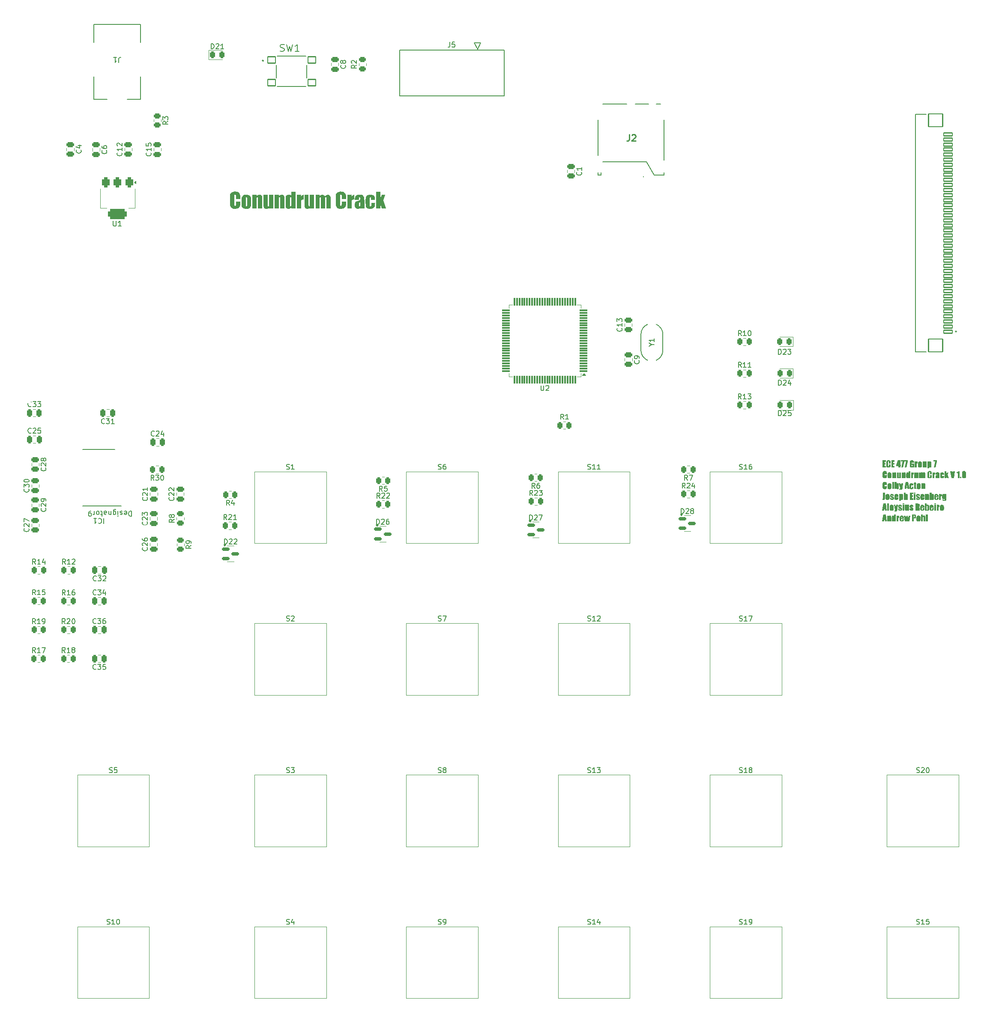
<source format=gto>
G04 #@! TF.GenerationSoftware,KiCad,Pcbnew,8.0.5*
G04 #@! TF.CreationDate,2024-10-25T14:08:11-04:00*
G04 #@! TF.ProjectId,FULL BOARD,46554c4c-2042-44f4-9152-442e6b696361,rev?*
G04 #@! TF.SameCoordinates,Original*
G04 #@! TF.FileFunction,Legend,Top*
G04 #@! TF.FilePolarity,Positive*
%FSLAX46Y46*%
G04 Gerber Fmt 4.6, Leading zero omitted, Abs format (unit mm)*
G04 Created by KiCad (PCBNEW 8.0.5) date 2024-10-25 14:08:11*
%MOMM*%
%LPD*%
G01*
G04 APERTURE LIST*
G04 Aperture macros list*
%AMRoundRect*
0 Rectangle with rounded corners*
0 $1 Rounding radius*
0 $2 $3 $4 $5 $6 $7 $8 $9 X,Y pos of 4 corners*
0 Add a 4 corners polygon primitive as box body*
4,1,4,$2,$3,$4,$5,$6,$7,$8,$9,$2,$3,0*
0 Add four circle primitives for the rounded corners*
1,1,$1+$1,$2,$3*
1,1,$1+$1,$4,$5*
1,1,$1+$1,$6,$7*
1,1,$1+$1,$8,$9*
0 Add four rect primitives between the rounded corners*
20,1,$1+$1,$2,$3,$4,$5,0*
20,1,$1+$1,$4,$5,$6,$7,0*
20,1,$1+$1,$6,$7,$8,$9,0*
20,1,$1+$1,$8,$9,$2,$3,0*%
G04 Aperture macros list end*
%ADD10C,0.100000*%
%ADD11C,0.150000*%
%ADD12C,0.254000*%
%ADD13C,0.120000*%
%ADD14C,0.152400*%
%ADD15C,0.203200*%
%ADD16C,0.200000*%
%ADD17C,0.127000*%
%ADD18RoundRect,0.250000X0.475000X-0.250000X0.475000X0.250000X-0.475000X0.250000X-0.475000X-0.250000X0*%
%ADD19RoundRect,0.250000X-0.262500X-0.450000X0.262500X-0.450000X0.262500X0.450000X-0.262500X0.450000X0*%
%ADD20R,1.041400X3.200400*%
%ADD21RoundRect,0.150000X-0.587500X-0.150000X0.587500X-0.150000X0.587500X0.150000X-0.587500X0.150000X0*%
%ADD22RoundRect,0.250000X-0.450000X0.262500X-0.450000X-0.262500X0.450000X-0.262500X0.450000X0.262500X0*%
%ADD23C,1.600200*%
%ADD24R,1.599999X0.449999*%
%ADD25R,4.110000X4.359999*%
%ADD26C,0.762000*%
%ADD27C,3.556000*%
%ADD28RoundRect,0.250000X-0.475000X0.250000X-0.475000X-0.250000X0.475000X-0.250000X0.475000X0.250000X0*%
%ADD29C,1.750000*%
%ADD30C,4.000000*%
%ADD31C,2.500000*%
%ADD32RoundRect,0.243750X0.243750X0.456250X-0.243750X0.456250X-0.243750X-0.456250X0.243750X-0.456250X0*%
%ADD33RoundRect,0.243750X-0.243750X-0.456250X0.243750X-0.456250X0.243750X0.456250X-0.243750X0.456250X0*%
%ADD34C,2.006600*%
%ADD35R,3.302000X4.394200*%
%ADD36R,3.911600X6.197600*%
%ADD37RoundRect,0.250000X-0.250000X-0.475000X0.250000X-0.475000X0.250000X0.475000X-0.250000X0.475000X0*%
%ADD38RoundRect,0.250000X0.262500X0.450000X-0.262500X0.450000X-0.262500X-0.450000X0.262500X-0.450000X0*%
%ADD39RoundRect,0.250000X0.450000X-0.262500X0.450000X0.262500X-0.450000X0.262500X-0.450000X-0.262500X0*%
%ADD40RoundRect,0.250000X0.250000X0.475000X-0.250000X0.475000X-0.250000X-0.475000X0.250000X-0.475000X0*%
%ADD41RoundRect,0.075000X0.725000X0.075000X-0.725000X0.075000X-0.725000X-0.075000X0.725000X-0.075000X0*%
%ADD42RoundRect,0.075000X0.075000X0.725000X-0.075000X0.725000X-0.075000X-0.725000X0.075000X-0.725000X0*%
%ADD43R,0.700000X1.100000*%
%ADD44R,0.900000X0.930000*%
%ADD45R,1.050000X0.780000*%
%ADD46R,1.140000X1.830000*%
%ADD47R,0.860000X2.800000*%
%ADD48R,0.700000X3.330000*%
%ADD49RoundRect,0.375000X-0.375000X0.625000X-0.375000X-0.625000X0.375000X-0.625000X0.375000X0.625000X0*%
%ADD50RoundRect,0.500000X-1.400000X0.500000X-1.400000X-0.500000X1.400000X-0.500000X1.400000X0.500000X0*%
%ADD51RoundRect,0.102000X-0.775000X-0.650000X0.775000X-0.650000X0.775000X0.650000X-0.775000X0.650000X0*%
%ADD52RoundRect,0.102000X-0.850000X0.300000X-0.850000X-0.300000X0.850000X-0.300000X0.850000X0.300000X0*%
%ADD53RoundRect,0.102000X-1.400000X1.250000X-1.400000X-1.250000X1.400000X-1.250000X1.400000X1.250000X0*%
%ADD54R,1.600000X1.600000*%
%ADD55O,1.600000X1.600000*%
%ADD56R,0.850000X0.850000*%
%ADD57C,0.850000*%
%ADD58C,2.235200*%
G04 APERTURE END LIST*
D10*
G36*
X113850518Y-78505614D02*
G01*
X112982967Y-78505614D01*
X112982967Y-77937750D01*
X112979677Y-77789891D01*
X112960100Y-77642441D01*
X112955124Y-77629271D01*
X112832758Y-77567722D01*
X112700437Y-77633410D01*
X112696470Y-77642460D01*
X112672610Y-77792174D01*
X112667922Y-77949551D01*
X112667894Y-77964861D01*
X112667894Y-79482342D01*
X112671913Y-79637657D01*
X112693010Y-79783304D01*
X112696470Y-79793018D01*
X112826163Y-79865559D01*
X112952925Y-79791553D01*
X112977217Y-79643948D01*
X112982703Y-79491202D01*
X112982967Y-79441309D01*
X112982967Y-79021455D01*
X113850518Y-79021455D01*
X113850518Y-79151148D01*
X113848729Y-79305683D01*
X113841860Y-79471715D01*
X113827334Y-79638656D01*
X113802146Y-79794155D01*
X113777245Y-79886075D01*
X113705917Y-80028448D01*
X113604709Y-80147058D01*
X113484010Y-80244998D01*
X113453379Y-80265628D01*
X113321121Y-80336795D01*
X113174209Y-80387628D01*
X113012643Y-80418128D01*
X112859251Y-80428135D01*
X112836422Y-80428294D01*
X112676107Y-80421808D01*
X112528555Y-80402348D01*
X112375552Y-80364223D01*
X112239219Y-80309154D01*
X112207740Y-80292739D01*
X112082000Y-80207847D01*
X111973149Y-80094217D01*
X111896785Y-79960265D01*
X111880211Y-79916117D01*
X111841603Y-79761686D01*
X111820310Y-79614965D01*
X111806661Y-79444964D01*
X111801045Y-79280718D01*
X111800343Y-79192181D01*
X111800343Y-78232307D01*
X111801500Y-78085636D01*
X111805656Y-77938793D01*
X111815102Y-77786408D01*
X111824523Y-77700346D01*
X111860849Y-77557975D01*
X111929341Y-77420200D01*
X111971802Y-77358162D01*
X112077315Y-77244852D01*
X112197207Y-77158183D01*
X112311788Y-77099508D01*
X112454169Y-77049663D01*
X112609287Y-77018279D01*
X112759783Y-77005817D01*
X112812242Y-77004986D01*
X112973483Y-77011999D01*
X113121891Y-77033036D01*
X113275787Y-77074252D01*
X113412921Y-77133786D01*
X113444586Y-77151532D01*
X113571216Y-77239290D01*
X113680238Y-77350258D01*
X113761649Y-77488687D01*
X113772116Y-77515698D01*
X113810015Y-77657294D01*
X113833291Y-77815369D01*
X113845618Y-77978554D01*
X113850212Y-78136900D01*
X113850518Y-78193472D01*
X113850518Y-78505614D01*
G37*
G36*
X115178087Y-77621166D02*
G01*
X115331645Y-77643806D01*
X115482542Y-77687388D01*
X115507950Y-77697415D01*
X115645646Y-77766623D01*
X115765746Y-77857646D01*
X115817894Y-77913570D01*
X115905113Y-78039837D01*
X115964785Y-78178780D01*
X115967371Y-78187610D01*
X115994919Y-78339400D01*
X116005742Y-78498018D01*
X116007671Y-78616989D01*
X116007671Y-79282307D01*
X116005883Y-79433229D01*
X115999460Y-79582786D01*
X115984862Y-79735343D01*
X115970302Y-79819397D01*
X115921976Y-79964574D01*
X115847967Y-80091847D01*
X115812032Y-80138866D01*
X115701838Y-80246428D01*
X115568909Y-80328594D01*
X115499890Y-80357952D01*
X115348971Y-80400817D01*
X115196507Y-80422730D01*
X115061718Y-80428294D01*
X114912999Y-80423541D01*
X114763391Y-80407112D01*
X114617831Y-80375486D01*
X114593505Y-80368210D01*
X114452148Y-80308760D01*
X114331294Y-80222286D01*
X114296017Y-80185761D01*
X114210300Y-80060460D01*
X114154121Y-79923177D01*
X114145075Y-79891204D01*
X114117391Y-79737194D01*
X114105014Y-79589769D01*
X114100045Y-79435759D01*
X114099646Y-79372432D01*
X114099646Y-78676340D01*
X114103573Y-78518851D01*
X114113617Y-78404498D01*
X114932025Y-78404498D01*
X114932025Y-79646473D01*
X114937499Y-79799412D01*
X114956938Y-79900730D01*
X115053658Y-79959348D01*
X115151111Y-79905859D01*
X115173780Y-79754871D01*
X115175291Y-79673584D01*
X115175291Y-78404498D01*
X115170943Y-78249723D01*
X115152576Y-78138517D01*
X115055856Y-78083563D01*
X114956938Y-78138517D01*
X114934458Y-78287848D01*
X114932025Y-78404498D01*
X114113617Y-78404498D01*
X114117678Y-78358269D01*
X114145807Y-78202356D01*
X114181711Y-78085761D01*
X114254133Y-77949126D01*
X114357552Y-77832406D01*
X114478466Y-77743577D01*
X114624239Y-77675570D01*
X114775257Y-77635900D01*
X114925260Y-77617765D01*
X115026547Y-77614617D01*
X115178087Y-77621166D01*
G37*
G36*
X117116289Y-77661511D02*
G01*
X117102367Y-77907708D01*
X117196241Y-77786421D01*
X117315538Y-77692540D01*
X117323651Y-77687889D01*
X117464701Y-77632935D01*
X117614904Y-77614688D01*
X117625535Y-77614617D01*
X117775424Y-77628733D01*
X117922164Y-77680886D01*
X117975780Y-77715000D01*
X118082136Y-77820541D01*
X118148379Y-77958317D01*
X118150902Y-77967792D01*
X118176520Y-78125362D01*
X118186605Y-78273978D01*
X118190314Y-78433232D01*
X118190469Y-78477038D01*
X118190469Y-80381400D01*
X117358089Y-80381400D01*
X117358089Y-78489494D01*
X117356229Y-78334720D01*
X117346462Y-78183326D01*
X117339038Y-78145845D01*
X117236456Y-78083563D01*
X117125082Y-78154637D01*
X117106715Y-78309713D01*
X117102722Y-78460781D01*
X117102367Y-78534191D01*
X117102367Y-80381400D01*
X116269987Y-80381400D01*
X116269987Y-77661511D01*
X117116289Y-77661511D01*
G37*
G36*
X120371069Y-77661511D02*
G01*
X120371069Y-80381400D01*
X119524035Y-80381400D01*
X119538690Y-80149857D01*
X119442153Y-80271673D01*
X119325466Y-80358685D01*
X119180027Y-80412999D01*
X119033840Y-80428294D01*
X118881910Y-80415812D01*
X118738158Y-80370978D01*
X118722430Y-80363081D01*
X118604114Y-80275446D01*
X118539981Y-80188692D01*
X118483881Y-80049416D01*
X118466708Y-79962279D01*
X118457191Y-79814597D01*
X118453656Y-79654670D01*
X118452786Y-79494065D01*
X118452786Y-77661511D01*
X119285165Y-77661511D01*
X119285165Y-79520443D01*
X119286672Y-79679627D01*
X119293370Y-79828039D01*
X119304216Y-79899997D01*
X119411195Y-79959348D01*
X119521104Y-79897799D01*
X119535324Y-79741255D01*
X119538415Y-79579554D01*
X119538690Y-79499927D01*
X119538690Y-77661511D01*
X120371069Y-77661511D01*
G37*
G36*
X121503867Y-77661511D02*
G01*
X121489946Y-77907708D01*
X121583819Y-77786421D01*
X121703117Y-77692540D01*
X121711230Y-77687889D01*
X121852280Y-77632935D01*
X122002482Y-77614688D01*
X122013114Y-77614617D01*
X122163003Y-77628733D01*
X122309743Y-77680886D01*
X122363358Y-77715000D01*
X122469715Y-77820541D01*
X122535958Y-77958317D01*
X122538480Y-77967792D01*
X122564098Y-78125362D01*
X122574184Y-78273978D01*
X122577893Y-78433232D01*
X122578048Y-78477038D01*
X122578048Y-80381400D01*
X121745668Y-80381400D01*
X121745668Y-78489494D01*
X121743807Y-78334720D01*
X121734040Y-78183326D01*
X121726617Y-78145845D01*
X121624035Y-78083563D01*
X121512660Y-78154637D01*
X121494293Y-78309713D01*
X121490301Y-78460781D01*
X121489946Y-78534191D01*
X121489946Y-80381400D01*
X120657566Y-80381400D01*
X120657566Y-77661511D01*
X121503867Y-77661511D01*
G37*
G36*
X124746191Y-80381400D02*
G01*
X123913812Y-80381400D01*
X123913812Y-80177701D01*
X123799105Y-80281482D01*
X123670717Y-80362013D01*
X123662486Y-80366012D01*
X123518836Y-80414609D01*
X123386247Y-80428294D01*
X123237542Y-80411606D01*
X123096331Y-80356308D01*
X123050657Y-80327178D01*
X122939771Y-80225297D01*
X122868208Y-80092704D01*
X122840659Y-79944041D01*
X122829836Y-79782368D01*
X122827908Y-79658929D01*
X122827908Y-78388378D01*
X122828889Y-78338552D01*
X123660288Y-78338552D01*
X123660288Y-79686040D01*
X123668170Y-79838410D01*
X123685200Y-79906591D01*
X123779722Y-79959348D01*
X123886701Y-79900730D01*
X123910608Y-79749306D01*
X123913812Y-79611302D01*
X123913812Y-78338552D01*
X123903794Y-78188171D01*
X123888166Y-78135587D01*
X123786317Y-78083563D01*
X123685933Y-78130457D01*
X123661189Y-78281898D01*
X123660288Y-78338552D01*
X122828889Y-78338552D01*
X122831096Y-78226463D01*
X122843650Y-78067924D01*
X122868208Y-77944344D01*
X122940185Y-77814088D01*
X123052123Y-77714268D01*
X123189086Y-77646147D01*
X123335354Y-77617049D01*
X123396505Y-77614617D01*
X123544700Y-77628905D01*
X123680071Y-77671769D01*
X123810267Y-77747846D01*
X123913812Y-77841762D01*
X123913812Y-77051881D01*
X124746191Y-77051881D01*
X124746191Y-80381400D01*
G37*
G36*
X125865800Y-77661511D02*
G01*
X125832828Y-78053521D01*
X125906441Y-77911729D01*
X126006844Y-77781012D01*
X126122885Y-77687672D01*
X126274652Y-77626764D01*
X126358194Y-77614617D01*
X126358194Y-78599404D01*
X126203737Y-78607956D01*
X126058483Y-78642700D01*
X126021872Y-78660220D01*
X125913565Y-78765347D01*
X125889981Y-78828015D01*
X125873451Y-78976118D01*
X125867713Y-79128205D01*
X125865895Y-79277269D01*
X125865800Y-79324805D01*
X125865800Y-80381400D01*
X125033421Y-80381400D01*
X125033421Y-77661511D01*
X125865800Y-77661511D01*
G37*
G36*
X128442807Y-77661511D02*
G01*
X128442807Y-80381400D01*
X127595773Y-80381400D01*
X127610427Y-80149857D01*
X127513890Y-80271673D01*
X127397203Y-80358685D01*
X127251765Y-80412999D01*
X127105577Y-80428294D01*
X126953648Y-80415812D01*
X126809895Y-80370978D01*
X126794168Y-80363081D01*
X126675852Y-80275446D01*
X126611718Y-80188692D01*
X126555619Y-80049416D01*
X126538445Y-79962279D01*
X126528928Y-79814597D01*
X126525394Y-79654670D01*
X126524523Y-79494065D01*
X126524523Y-77661511D01*
X127356903Y-77661511D01*
X127356903Y-79520443D01*
X127358410Y-79679627D01*
X127365108Y-79828039D01*
X127375954Y-79899997D01*
X127482932Y-79959348D01*
X127592842Y-79897799D01*
X127607061Y-79741255D01*
X127610152Y-79579554D01*
X127610427Y-79499927D01*
X127610427Y-77661511D01*
X128442807Y-77661511D01*
G37*
G36*
X129551425Y-77661511D02*
G01*
X129536770Y-77925293D01*
X129628553Y-77804239D01*
X129742767Y-77707531D01*
X129767580Y-77692286D01*
X129910828Y-77634034D01*
X130061760Y-77614692D01*
X130072395Y-77614617D01*
X130230527Y-77634034D01*
X130370799Y-77692286D01*
X130493210Y-77789372D01*
X130585669Y-77906180D01*
X130597761Y-77925293D01*
X130695134Y-77804239D01*
X130810668Y-77707531D01*
X130835165Y-77692286D01*
X130974201Y-77634034D01*
X131127524Y-77614617D01*
X131276589Y-77629042D01*
X131424451Y-77682337D01*
X131479234Y-77717199D01*
X131587694Y-77822986D01*
X131654762Y-77958541D01*
X131657287Y-77967792D01*
X131682905Y-78119120D01*
X131693724Y-78277000D01*
X131696816Y-78429270D01*
X131696854Y-78449927D01*
X131696854Y-80381400D01*
X130888655Y-80381400D01*
X130888655Y-78600136D01*
X130887143Y-78442004D01*
X130881004Y-78291094D01*
X130864475Y-78167094D01*
X130754565Y-78083563D01*
X130640260Y-78166361D01*
X130621026Y-78315838D01*
X130615516Y-78477725D01*
X130614614Y-78600136D01*
X130614614Y-80381400D01*
X129806415Y-80381400D01*
X129806415Y-78645566D01*
X129805468Y-78485286D01*
X129801469Y-78324447D01*
X129789027Y-78175403D01*
X129786631Y-78164163D01*
X129678920Y-78083563D01*
X129583665Y-78126061D01*
X129540434Y-78228643D01*
X129537128Y-78377029D01*
X129536770Y-78487296D01*
X129536770Y-80381400D01*
X128729304Y-80381400D01*
X128729304Y-77661511D01*
X129551425Y-77661511D01*
G37*
G36*
X134753798Y-78505614D02*
G01*
X133886247Y-78505614D01*
X133886247Y-77937750D01*
X133882957Y-77789891D01*
X133863379Y-77642441D01*
X133858403Y-77629271D01*
X133736038Y-77567722D01*
X133603717Y-77633410D01*
X133599750Y-77642460D01*
X133575890Y-77792174D01*
X133571202Y-77949551D01*
X133571174Y-77964861D01*
X133571174Y-79482342D01*
X133575192Y-79637657D01*
X133596290Y-79783304D01*
X133599750Y-79793018D01*
X133729443Y-79865559D01*
X133856205Y-79791553D01*
X133880497Y-79643948D01*
X133885983Y-79491202D01*
X133886247Y-79441309D01*
X133886247Y-79021455D01*
X134753798Y-79021455D01*
X134753798Y-79151148D01*
X134752009Y-79305683D01*
X134745139Y-79471715D01*
X134730614Y-79638656D01*
X134705426Y-79794155D01*
X134680525Y-79886075D01*
X134609197Y-80028448D01*
X134507989Y-80147058D01*
X134387290Y-80244998D01*
X134356659Y-80265628D01*
X134224401Y-80336795D01*
X134077489Y-80387628D01*
X133915923Y-80418128D01*
X133762530Y-80428135D01*
X133739701Y-80428294D01*
X133579387Y-80421808D01*
X133431835Y-80402348D01*
X133278832Y-80364223D01*
X133142499Y-80309154D01*
X133111020Y-80292739D01*
X132985279Y-80207847D01*
X132876429Y-80094217D01*
X132800065Y-79960265D01*
X132783491Y-79916117D01*
X132744883Y-79761686D01*
X132723590Y-79614965D01*
X132709941Y-79444964D01*
X132704325Y-79280718D01*
X132703623Y-79192181D01*
X132703623Y-78232307D01*
X132704780Y-78085636D01*
X132708936Y-77938793D01*
X132718382Y-77786408D01*
X132727803Y-77700346D01*
X132764128Y-77557975D01*
X132832621Y-77420200D01*
X132875082Y-77358162D01*
X132980595Y-77244852D01*
X133100487Y-77158183D01*
X133215068Y-77099508D01*
X133357449Y-77049663D01*
X133512567Y-77018279D01*
X133663063Y-77005817D01*
X133715521Y-77004986D01*
X133876762Y-77011999D01*
X134025171Y-77033036D01*
X134179067Y-77074252D01*
X134316201Y-77133786D01*
X134347866Y-77151532D01*
X134474496Y-77239290D01*
X134583518Y-77350258D01*
X134664929Y-77488687D01*
X134675396Y-77515698D01*
X134713295Y-77657294D01*
X134736571Y-77815369D01*
X134748898Y-77978554D01*
X134753491Y-78136900D01*
X134753798Y-78193472D01*
X134753798Y-78505614D01*
G37*
G36*
X135860218Y-77661511D02*
G01*
X135827245Y-78053521D01*
X135900858Y-77911729D01*
X136001262Y-77781012D01*
X136117302Y-77687672D01*
X136269069Y-77626764D01*
X136352611Y-77614617D01*
X136352611Y-78599404D01*
X136198154Y-78607956D01*
X136052900Y-78642700D01*
X136016289Y-78660220D01*
X135907983Y-78765347D01*
X135884398Y-78828015D01*
X135867868Y-78976118D01*
X135862130Y-79128205D01*
X135860312Y-79277269D01*
X135860218Y-79324805D01*
X135860218Y-80381400D01*
X135027838Y-80381400D01*
X135027838Y-77661511D01*
X135860218Y-77661511D01*
G37*
G36*
X137584589Y-77619846D02*
G01*
X137742434Y-77639165D01*
X137898356Y-77678675D01*
X138042567Y-77745348D01*
X138070127Y-77763360D01*
X138187564Y-77862522D01*
X138278066Y-77986972D01*
X138328048Y-78127527D01*
X138348945Y-78285339D01*
X138360471Y-78458170D01*
X138366170Y-78608455D01*
X138369759Y-78781100D01*
X138371110Y-78935317D01*
X138371278Y-79017792D01*
X138371278Y-80381400D01*
X137561613Y-80381400D01*
X137561613Y-80133737D01*
X137480351Y-80255711D01*
X137364509Y-80355021D01*
X137223597Y-80412194D01*
X137077280Y-80428294D01*
X136931405Y-80413748D01*
X136781945Y-80364701D01*
X136676477Y-80305196D01*
X136572602Y-80185516D01*
X136519685Y-80036204D01*
X136498482Y-79888096D01*
X136494028Y-79765175D01*
X136494028Y-79613500D01*
X137275117Y-79613500D01*
X137279712Y-79765396D01*
X137302960Y-79895600D01*
X137412870Y-79959348D01*
X137514719Y-79909522D01*
X137536538Y-79764127D01*
X137538899Y-79647206D01*
X137538899Y-79068350D01*
X137421202Y-79166322D01*
X137324613Y-79281222D01*
X137306624Y-79321141D01*
X137280317Y-79473343D01*
X137275117Y-79613500D01*
X136494028Y-79613500D01*
X136494028Y-79538762D01*
X136501679Y-79380776D01*
X136531809Y-79229871D01*
X136590748Y-79118175D01*
X136716737Y-79021042D01*
X136859499Y-78946711D01*
X137001952Y-78884892D01*
X137071418Y-78857324D01*
X137211621Y-78800334D01*
X137356885Y-78735969D01*
X137485478Y-78664322D01*
X137509590Y-78639704D01*
X137537067Y-78493937D01*
X137538899Y-78417687D01*
X137532728Y-78263373D01*
X137506659Y-78146577D01*
X137401146Y-78083563D01*
X137295633Y-78137052D01*
X137277120Y-78290602D01*
X137275117Y-78413291D01*
X137275117Y-78693193D01*
X136494028Y-78693193D01*
X136494028Y-78514407D01*
X136499824Y-78352074D01*
X136519860Y-78197944D01*
X136562793Y-78049446D01*
X136567301Y-78038866D01*
X136651142Y-77909063D01*
X136760054Y-77809431D01*
X136861125Y-77742844D01*
X136995560Y-77680859D01*
X137150745Y-77639160D01*
X137306106Y-77619125D01*
X137433386Y-77614617D01*
X137584589Y-77619846D01*
G37*
G36*
X140487399Y-78693193D02*
G01*
X139702646Y-78693193D01*
X139702646Y-78371525D01*
X139694995Y-78223642D01*
X139675535Y-78143647D01*
X139576617Y-78083563D01*
X139479897Y-78135587D01*
X139456541Y-78285475D01*
X139454984Y-78367861D01*
X139454984Y-79664791D01*
X139467900Y-79813853D01*
X139491620Y-79886075D01*
X139601530Y-79959348D01*
X139715835Y-79881679D01*
X139741653Y-79730496D01*
X139745877Y-79587854D01*
X139745877Y-79255928D01*
X140487399Y-79255928D01*
X140485063Y-79409160D01*
X140479479Y-79557242D01*
X140467166Y-79714652D01*
X140463218Y-79746857D01*
X140426393Y-79891373D01*
X140359547Y-80028330D01*
X140325466Y-80081714D01*
X140228093Y-80198561D01*
X140110730Y-80291915D01*
X140021383Y-80341099D01*
X139882364Y-80390743D01*
X139737650Y-80417991D01*
X139575476Y-80428209D01*
X139558299Y-80428294D01*
X139411083Y-80422579D01*
X139259923Y-80402051D01*
X139111655Y-80361112D01*
X138999227Y-80308859D01*
X138871872Y-80214989D01*
X138772917Y-80098606D01*
X138707601Y-79973270D01*
X138662779Y-79820499D01*
X138638873Y-79672831D01*
X138626672Y-79525064D01*
X138622604Y-79359976D01*
X138622604Y-78588413D01*
X138626955Y-78426113D01*
X138642250Y-78268926D01*
X138675899Y-78113330D01*
X138692214Y-78066710D01*
X138767227Y-77940177D01*
X138875092Y-77833602D01*
X138991167Y-77753102D01*
X139127939Y-77686158D01*
X139280245Y-77641124D01*
X139428669Y-77619485D01*
X139548041Y-77614617D01*
X139704799Y-77623226D01*
X139849742Y-77649055D01*
X139998679Y-77698694D01*
X140104181Y-77752369D01*
X140233339Y-77845478D01*
X140340536Y-77964095D01*
X140411195Y-78099683D01*
X140451380Y-78247688D01*
X140474822Y-78410015D01*
X140485538Y-78577466D01*
X140487399Y-78693193D01*
G37*
G36*
X142514858Y-77661511D02*
G01*
X142177071Y-78763535D01*
X142615975Y-80381400D01*
X141814370Y-80381400D01*
X141554984Y-79209767D01*
X141554984Y-80381400D01*
X140722604Y-80381400D01*
X140722604Y-77051881D01*
X141554984Y-77051881D01*
X141554984Y-78469711D01*
X141814370Y-77661511D01*
X142514858Y-77661511D01*
G37*
G36*
X240803365Y-130159500D02*
G01*
X241417338Y-130159500D01*
X241417338Y-130438041D01*
X241171438Y-130438041D01*
X241171438Y-130696687D01*
X241401484Y-130696687D01*
X241401484Y-130975229D01*
X241171438Y-130975229D01*
X241171438Y-131293562D01*
X241441586Y-131293562D01*
X241441586Y-131572104D01*
X240803365Y-131572104D01*
X240803365Y-130159500D01*
G37*
G36*
X242402803Y-130776270D02*
G01*
X242034731Y-130776270D01*
X242034731Y-130535344D01*
X242033335Y-130472613D01*
X242025029Y-130410055D01*
X242022917Y-130404467D01*
X241971002Y-130378354D01*
X241914863Y-130406223D01*
X241913179Y-130410063D01*
X241903056Y-130473582D01*
X241901067Y-130540351D01*
X241901055Y-130546847D01*
X241901055Y-131190663D01*
X241902760Y-131256558D01*
X241911711Y-131318352D01*
X241913179Y-131322473D01*
X241968204Y-131353249D01*
X242021985Y-131321851D01*
X242032291Y-131259228D01*
X242034619Y-131194422D01*
X242034731Y-131173254D01*
X242034731Y-130995125D01*
X242402803Y-130995125D01*
X242402803Y-131050149D01*
X242402044Y-131115713D01*
X242399130Y-131186155D01*
X242392967Y-131256982D01*
X242382281Y-131322955D01*
X242371716Y-131361954D01*
X242341454Y-131422358D01*
X242298515Y-131472680D01*
X242247306Y-131514233D01*
X242234311Y-131522986D01*
X242178198Y-131553179D01*
X242115868Y-131574746D01*
X242047321Y-131587686D01*
X241982242Y-131591932D01*
X241972556Y-131591999D01*
X241904540Y-131589247D01*
X241841939Y-131580991D01*
X241777025Y-131564816D01*
X241719183Y-131541452D01*
X241705828Y-131534488D01*
X241652480Y-131498471D01*
X241606298Y-131450262D01*
X241573900Y-131393430D01*
X241566868Y-131374700D01*
X241550488Y-131309180D01*
X241541454Y-131246931D01*
X241535663Y-131174805D01*
X241533280Y-131105121D01*
X241532983Y-131067558D01*
X241532983Y-130660315D01*
X241533474Y-130598088D01*
X241535237Y-130535787D01*
X241539244Y-130471135D01*
X241543241Y-130434622D01*
X241558653Y-130374219D01*
X241587712Y-130315765D01*
X241605727Y-130289444D01*
X241650492Y-130241371D01*
X241701359Y-130204600D01*
X241749972Y-130179706D01*
X241810379Y-130158559D01*
X241876191Y-130145243D01*
X241940041Y-130139956D01*
X241962297Y-130139604D01*
X242030706Y-130142579D01*
X242093671Y-130151505D01*
X242158964Y-130168991D01*
X242217146Y-130194249D01*
X242230580Y-130201778D01*
X242284305Y-130239011D01*
X242330559Y-130286091D01*
X242365099Y-130344822D01*
X242369540Y-130356282D01*
X242385619Y-130416357D01*
X242395494Y-130483422D01*
X242400724Y-130552656D01*
X242402673Y-130619837D01*
X242402803Y-130643839D01*
X242402803Y-130776270D01*
G37*
G36*
X242529328Y-130159500D02*
G01*
X243143301Y-130159500D01*
X243143301Y-130438041D01*
X242897401Y-130438041D01*
X242897401Y-130696687D01*
X243127447Y-130696687D01*
X243127447Y-130975229D01*
X242897401Y-130975229D01*
X242897401Y-131293562D01*
X243167549Y-131293562D01*
X243167549Y-131572104D01*
X242529328Y-131572104D01*
X242529328Y-130159500D01*
G37*
G36*
X244292596Y-131074708D02*
G01*
X244393008Y-131074708D01*
X244393008Y-131313458D01*
X244292596Y-131313458D01*
X244292596Y-131572104D01*
X243939445Y-131572104D01*
X243939445Y-131313458D01*
X243519767Y-131313458D01*
X243519767Y-131074708D01*
X243783698Y-131074708D01*
X243939445Y-131074708D01*
X243939445Y-130472237D01*
X243783698Y-131074708D01*
X243519767Y-131074708D01*
X243824733Y-130159500D01*
X244292596Y-130159500D01*
X244292596Y-131074708D01*
G37*
G36*
X245051435Y-130159500D02*
G01*
X245051435Y-130477833D01*
X244825742Y-131572104D01*
X244474456Y-131572104D01*
X244725330Y-130418146D01*
X244376532Y-130418146D01*
X244376532Y-130159500D01*
X245051435Y-130159500D01*
G37*
G36*
X245781363Y-130159500D02*
G01*
X245781363Y-130477833D01*
X245555670Y-131572104D01*
X245204384Y-131572104D01*
X245455258Y-130418146D01*
X245106460Y-130418146D01*
X245106460Y-130159500D01*
X245781363Y-130159500D01*
G37*
G36*
X247024853Y-130676791D02*
G01*
X246656780Y-130676791D01*
X246656780Y-130553686D01*
X246655748Y-130489356D01*
X246650329Y-130424851D01*
X246646210Y-130407887D01*
X246596471Y-130378354D01*
X246550151Y-130404156D01*
X246539732Y-130467594D01*
X246538027Y-130535966D01*
X246538027Y-131200922D01*
X246540028Y-131266179D01*
X246550151Y-131323717D01*
X246599268Y-131353249D01*
X246653671Y-131320919D01*
X246666227Y-131256194D01*
X246668282Y-131194394D01*
X246668282Y-131034916D01*
X246593984Y-131034916D01*
X246593984Y-130816062D01*
X247024853Y-130816062D01*
X247024853Y-131572104D01*
X246793253Y-131572104D01*
X246759057Y-131470759D01*
X246719489Y-131523988D01*
X246667797Y-131562546D01*
X246664241Y-131564332D01*
X246601911Y-131585082D01*
X246538957Y-131591891D01*
X246529322Y-131591999D01*
X246466991Y-131586783D01*
X246402094Y-131569195D01*
X246355545Y-131547855D01*
X246300389Y-131511585D01*
X246252970Y-131465682D01*
X246232750Y-131438118D01*
X246202038Y-131379533D01*
X246183346Y-131318568D01*
X246180213Y-131300712D01*
X246173961Y-131236565D01*
X246170956Y-131167749D01*
X246169994Y-131102640D01*
X246169954Y-131084967D01*
X246169954Y-130670885D01*
X246170719Y-130599784D01*
X246173014Y-130536398D01*
X246177625Y-130472201D01*
X246186615Y-130405094D01*
X246191715Y-130380841D01*
X246216514Y-130320447D01*
X246255761Y-130268667D01*
X246304685Y-130224609D01*
X246317307Y-130215146D01*
X246372876Y-130182096D01*
X246436060Y-130158489D01*
X246497595Y-130145579D01*
X246564961Y-130139899D01*
X246585279Y-130139604D01*
X246653370Y-130142713D01*
X246716194Y-130152040D01*
X246781545Y-130170314D01*
X246840018Y-130196709D01*
X246853562Y-130204576D01*
X246907664Y-130242891D01*
X246953991Y-130290020D01*
X246988190Y-130347401D01*
X246992522Y-130358458D01*
X247009571Y-130421920D01*
X247018664Y-130484055D01*
X247023306Y-130546712D01*
X247024853Y-130617104D01*
X247024853Y-130676791D01*
G37*
G36*
X247505461Y-130418146D02*
G01*
X247491472Y-130584462D01*
X247522704Y-130524305D01*
X247565301Y-130468846D01*
X247614534Y-130429245D01*
X247678923Y-130403403D01*
X247714367Y-130398250D01*
X247714367Y-130816062D01*
X247648836Y-130819691D01*
X247587210Y-130834431D01*
X247571677Y-130841864D01*
X247525726Y-130886466D01*
X247515720Y-130913054D01*
X247508707Y-130975889D01*
X247506273Y-131040415D01*
X247505501Y-131103658D01*
X247505461Y-131123826D01*
X247505461Y-131572104D01*
X247152310Y-131572104D01*
X247152310Y-130418146D01*
X247505461Y-130418146D01*
G37*
G36*
X248237197Y-130401028D02*
G01*
X248302347Y-130410634D01*
X248366367Y-130429124D01*
X248377147Y-130433378D01*
X248435567Y-130462741D01*
X248486522Y-130501359D01*
X248508646Y-130525086D01*
X248545650Y-130578656D01*
X248570967Y-130637606D01*
X248572064Y-130641352D01*
X248583752Y-130705751D01*
X248588344Y-130773048D01*
X248589162Y-130823523D01*
X248589162Y-131105795D01*
X248588403Y-131169827D01*
X248585678Y-131233279D01*
X248579485Y-131298003D01*
X248573308Y-131333664D01*
X248552805Y-131395258D01*
X248521405Y-131449256D01*
X248506159Y-131469205D01*
X248459407Y-131514840D01*
X248403010Y-131549700D01*
X248373728Y-131562156D01*
X248309698Y-131580342D01*
X248245012Y-131589639D01*
X248187826Y-131591999D01*
X248124729Y-131589983D01*
X248061256Y-131583013D01*
X247999499Y-131569595D01*
X247989178Y-131566508D01*
X247929206Y-131541285D01*
X247877931Y-131504597D01*
X247862964Y-131489101D01*
X247826598Y-131435940D01*
X247802763Y-131377695D01*
X247798925Y-131364130D01*
X247787179Y-131298788D01*
X247781928Y-131236241D01*
X247779820Y-131170900D01*
X247779651Y-131144032D01*
X247779651Y-130848704D01*
X247781317Y-130781886D01*
X247785578Y-130733370D01*
X248132801Y-130733370D01*
X248132801Y-131260299D01*
X248135124Y-131325186D01*
X248143371Y-131368171D01*
X248184406Y-131393041D01*
X248225752Y-131370347D01*
X248235370Y-131306288D01*
X248236011Y-131271801D01*
X248236011Y-130733370D01*
X248234166Y-130667704D01*
X248226374Y-130620523D01*
X248185339Y-130597208D01*
X248143371Y-130620523D01*
X248133834Y-130683879D01*
X248132801Y-130733370D01*
X247785578Y-130733370D01*
X247787301Y-130713757D01*
X247799236Y-130647608D01*
X247814468Y-130598141D01*
X247845195Y-130540171D01*
X247889072Y-130490650D01*
X247940372Y-130452963D01*
X248002218Y-130424110D01*
X248066290Y-130407280D01*
X248129931Y-130399585D01*
X248172904Y-130398250D01*
X248237197Y-130401028D01*
G37*
G36*
X249509033Y-130418146D02*
G01*
X249509033Y-131572104D01*
X249149665Y-131572104D01*
X249155882Y-131473868D01*
X249114925Y-131525550D01*
X249065418Y-131562466D01*
X249003714Y-131585510D01*
X248941691Y-131591999D01*
X248877233Y-131586704D01*
X248816243Y-131567682D01*
X248809570Y-131564332D01*
X248759373Y-131527151D01*
X248732163Y-131490344D01*
X248708362Y-131431254D01*
X248701076Y-131394285D01*
X248697038Y-131331628D01*
X248695539Y-131263776D01*
X248695169Y-131195637D01*
X248695169Y-130418146D01*
X249048320Y-130418146D01*
X249048320Y-131206829D01*
X249048960Y-131274365D01*
X249051801Y-131337331D01*
X249056403Y-131367860D01*
X249101790Y-131393041D01*
X249148421Y-131366928D01*
X249154454Y-131300512D01*
X249155766Y-131231907D01*
X249155882Y-131198124D01*
X249155882Y-130418146D01*
X249509033Y-130418146D01*
G37*
G36*
X250274903Y-130405484D02*
G01*
X250334474Y-130429455D01*
X250353673Y-130442083D01*
X250400017Y-130486182D01*
X250428593Y-130543427D01*
X250438794Y-130608770D01*
X250442583Y-130674168D01*
X250443515Y-130737722D01*
X250443515Y-131222994D01*
X250442608Y-131287470D01*
X250439349Y-131350518D01*
X250431941Y-131413373D01*
X250424552Y-131446822D01*
X250396030Y-131506354D01*
X250351361Y-131550025D01*
X250347767Y-131552519D01*
X250288007Y-131580857D01*
X250222741Y-131591652D01*
X250207563Y-131591999D01*
X250144378Y-131584305D01*
X250086012Y-131561223D01*
X250032464Y-131522675D01*
X249989563Y-131476705D01*
X249983735Y-131469205D01*
X249983735Y-131731270D01*
X249630584Y-131731270D01*
X249630584Y-130751090D01*
X249983735Y-130751090D01*
X249983735Y-131234807D01*
X249984947Y-131297929D01*
X249992161Y-131360968D01*
X249993994Y-131366617D01*
X250039692Y-131393041D01*
X250081971Y-131368793D01*
X250089545Y-131302979D01*
X250090364Y-131251594D01*
X250090364Y-130751090D01*
X250089409Y-130686815D01*
X250083260Y-130623383D01*
X250082282Y-130620213D01*
X250038760Y-130597208D01*
X249993683Y-130623632D01*
X249985134Y-130685807D01*
X249983735Y-130751090D01*
X249630584Y-130751090D01*
X249630584Y-130418146D01*
X249989642Y-130418146D01*
X249983735Y-130522288D01*
X250026866Y-130473682D01*
X250077040Y-130435075D01*
X250087566Y-130429026D01*
X250147099Y-130405944D01*
X250211915Y-130398250D01*
X250274903Y-130405484D01*
G37*
G36*
X251490222Y-130159500D02*
G01*
X251490222Y-130477833D01*
X251264529Y-131572104D01*
X250913243Y-131572104D01*
X251164117Y-130418146D01*
X250815319Y-130418146D01*
X250815319Y-130159500D01*
X251490222Y-130159500D01*
G37*
G36*
X241662927Y-132914574D02*
G01*
X241294854Y-132914574D01*
X241294854Y-132673648D01*
X241293459Y-132610917D01*
X241285152Y-132548359D01*
X241283041Y-132542771D01*
X241231126Y-132516658D01*
X241174986Y-132544527D01*
X241173303Y-132548367D01*
X241163180Y-132611886D01*
X241161191Y-132678655D01*
X241161179Y-132685151D01*
X241161179Y-133328967D01*
X241162884Y-133394862D01*
X241171835Y-133456656D01*
X241173303Y-133460777D01*
X241228328Y-133491553D01*
X241282109Y-133460155D01*
X241292415Y-133397532D01*
X241294742Y-133332726D01*
X241294854Y-133311558D01*
X241294854Y-133133429D01*
X241662927Y-133133429D01*
X241662927Y-133188453D01*
X241662168Y-133254017D01*
X241659254Y-133324459D01*
X241653091Y-133395286D01*
X241642405Y-133461259D01*
X241631840Y-133500258D01*
X241601578Y-133560662D01*
X241558639Y-133610984D01*
X241507430Y-133652537D01*
X241494434Y-133661290D01*
X241438322Y-133691483D01*
X241375992Y-133713050D01*
X241307445Y-133725990D01*
X241242366Y-133730236D01*
X241232680Y-133730303D01*
X241164664Y-133727551D01*
X241102063Y-133719295D01*
X241037149Y-133703120D01*
X240979307Y-133679756D01*
X240965952Y-133672792D01*
X240912604Y-133636775D01*
X240866422Y-133588566D01*
X240834024Y-133531734D01*
X240826992Y-133513004D01*
X240810612Y-133447484D01*
X240801578Y-133385235D01*
X240795787Y-133313109D01*
X240793404Y-133243425D01*
X240793107Y-133205862D01*
X240793107Y-132798619D01*
X240793597Y-132736392D01*
X240795361Y-132674091D01*
X240799368Y-132609439D01*
X240803365Y-132572926D01*
X240818777Y-132512523D01*
X240847836Y-132454069D01*
X240865851Y-132427748D01*
X240910616Y-132379675D01*
X240961483Y-132342904D01*
X241010095Y-132318010D01*
X241070503Y-132296863D01*
X241136314Y-132283547D01*
X241200165Y-132278260D01*
X241222421Y-132277908D01*
X241290830Y-132280883D01*
X241353795Y-132289809D01*
X241419088Y-132307295D01*
X241477270Y-132332553D01*
X241490704Y-132340082D01*
X241544429Y-132377315D01*
X241590683Y-132424395D01*
X241625223Y-132483126D01*
X241629664Y-132494586D01*
X241645743Y-132554661D01*
X241655618Y-132621726D01*
X241660848Y-132690960D01*
X241662797Y-132758141D01*
X241662927Y-132782143D01*
X241662927Y-132914574D01*
G37*
G36*
X242226170Y-132539332D02*
G01*
X242291320Y-132548938D01*
X242355341Y-132567428D01*
X242366120Y-132571682D01*
X242424540Y-132601045D01*
X242475495Y-132639663D01*
X242497619Y-132663390D01*
X242534623Y-132716960D01*
X242559940Y-132775910D01*
X242561037Y-132779656D01*
X242572725Y-132844055D01*
X242577317Y-132911352D01*
X242578135Y-132961827D01*
X242578135Y-133244099D01*
X242577377Y-133308131D01*
X242574652Y-133371583D01*
X242568458Y-133436307D01*
X242562281Y-133471968D01*
X242541778Y-133533562D01*
X242510378Y-133587560D01*
X242495132Y-133607509D01*
X242448381Y-133653144D01*
X242391984Y-133688004D01*
X242362701Y-133700460D01*
X242298671Y-133718646D01*
X242233986Y-133727943D01*
X242176799Y-133730303D01*
X242113703Y-133728287D01*
X242050229Y-133721317D01*
X241988472Y-133707899D01*
X241978152Y-133704812D01*
X241918179Y-133679589D01*
X241866904Y-133642901D01*
X241851938Y-133627405D01*
X241815571Y-133574244D01*
X241791736Y-133515999D01*
X241787898Y-133502434D01*
X241776153Y-133437092D01*
X241770901Y-133374545D01*
X241768793Y-133309204D01*
X241768624Y-133282336D01*
X241768624Y-132987008D01*
X241770290Y-132920190D01*
X241774551Y-132871674D01*
X242121775Y-132871674D01*
X242121775Y-133398603D01*
X242124097Y-133463490D01*
X242132344Y-133506475D01*
X242173380Y-133531345D01*
X242214726Y-133508651D01*
X242224343Y-133444592D01*
X242224984Y-133410105D01*
X242224984Y-132871674D01*
X242223140Y-132806008D01*
X242215347Y-132758827D01*
X242174312Y-132735512D01*
X242132344Y-132758827D01*
X242122807Y-132822183D01*
X242121775Y-132871674D01*
X241774551Y-132871674D01*
X241776274Y-132852061D01*
X241788209Y-132785912D01*
X241803442Y-132736445D01*
X241834168Y-132678475D01*
X241878045Y-132628954D01*
X241929345Y-132591267D01*
X241991191Y-132562414D01*
X242055263Y-132545584D01*
X242118905Y-132537889D01*
X242161877Y-132536554D01*
X242226170Y-132539332D01*
G37*
G36*
X243048485Y-132556450D02*
G01*
X243042579Y-132660903D01*
X243082406Y-132609445D01*
X243133020Y-132569614D01*
X243136462Y-132567641D01*
X243196305Y-132544326D01*
X243260031Y-132536584D01*
X243264541Y-132536554D01*
X243328134Y-132542543D01*
X243390391Y-132564669D01*
X243413138Y-132579143D01*
X243458262Y-132623921D01*
X243486367Y-132682374D01*
X243487437Y-132686394D01*
X243498306Y-132753246D01*
X243502585Y-132816299D01*
X243504158Y-132883865D01*
X243504224Y-132902450D01*
X243504224Y-133710408D01*
X243151073Y-133710408D01*
X243151073Y-132907735D01*
X243150284Y-132842070D01*
X243146140Y-132777838D01*
X243142990Y-132761936D01*
X243099468Y-132735512D01*
X243052216Y-132765667D01*
X243044423Y-132831460D01*
X243042729Y-132895553D01*
X243042579Y-132926698D01*
X243042579Y-133710408D01*
X242689428Y-133710408D01*
X242689428Y-132556450D01*
X243048485Y-132556450D01*
G37*
G36*
X244429380Y-132556450D02*
G01*
X244429380Y-133710408D01*
X244070011Y-133710408D01*
X244076229Y-133612172D01*
X244035271Y-133663854D01*
X243985765Y-133700770D01*
X243924061Y-133723814D01*
X243862038Y-133730303D01*
X243797579Y-133725008D01*
X243736590Y-133705986D01*
X243729917Y-133702636D01*
X243679720Y-133665455D01*
X243652510Y-133628648D01*
X243628709Y-133569558D01*
X243621423Y-133532589D01*
X243617385Y-133469932D01*
X243615885Y-133402080D01*
X243615516Y-133333941D01*
X243615516Y-132556450D01*
X243968667Y-132556450D01*
X243968667Y-133345133D01*
X243969306Y-133412669D01*
X243972148Y-133475635D01*
X243976750Y-133506164D01*
X244022137Y-133531345D01*
X244068768Y-133505232D01*
X244074801Y-133438816D01*
X244076112Y-133370211D01*
X244076229Y-133336428D01*
X244076229Y-132556450D01*
X244429380Y-132556450D01*
G37*
G36*
X244909988Y-132556450D02*
G01*
X244904082Y-132660903D01*
X244943909Y-132609445D01*
X244994523Y-132569614D01*
X244997965Y-132567641D01*
X245057808Y-132544326D01*
X245121534Y-132536584D01*
X245126045Y-132536554D01*
X245189637Y-132542543D01*
X245251894Y-132564669D01*
X245274642Y-132579143D01*
X245319765Y-132623921D01*
X245347870Y-132682374D01*
X245348940Y-132686394D01*
X245359809Y-132753246D01*
X245364088Y-132816299D01*
X245365662Y-132883865D01*
X245365727Y-132902450D01*
X245365727Y-133710408D01*
X245012576Y-133710408D01*
X245012576Y-132907735D01*
X245011787Y-132842070D01*
X245007643Y-132777838D01*
X245004494Y-132761936D01*
X244960971Y-132735512D01*
X244913719Y-132765667D01*
X244905926Y-132831460D01*
X244904232Y-132895553D01*
X244904082Y-132926698D01*
X244904082Y-133710408D01*
X244550931Y-133710408D01*
X244550931Y-132556450D01*
X244909988Y-132556450D01*
G37*
G36*
X246285598Y-133710408D02*
G01*
X245932447Y-133710408D01*
X245932447Y-133623985D01*
X245883781Y-133668016D01*
X245829310Y-133702182D01*
X245825818Y-133703879D01*
X245764872Y-133724497D01*
X245708619Y-133730303D01*
X245645529Y-133723223D01*
X245585618Y-133699762D01*
X245566240Y-133687403D01*
X245519195Y-133644178D01*
X245488833Y-133587924D01*
X245477145Y-133524851D01*
X245472553Y-133456258D01*
X245471735Y-133403887D01*
X245471735Y-132864835D01*
X245472151Y-132843696D01*
X245824886Y-132843696D01*
X245824886Y-133415390D01*
X245828230Y-133480035D01*
X245835455Y-133508962D01*
X245875558Y-133531345D01*
X245920945Y-133506475D01*
X245931088Y-133442231D01*
X245932447Y-133383681D01*
X245932447Y-132843696D01*
X245928197Y-132779894D01*
X245921567Y-132757584D01*
X245878356Y-132735512D01*
X245835766Y-132755408D01*
X245825268Y-132819659D01*
X245824886Y-132843696D01*
X245472151Y-132843696D01*
X245473087Y-132796140D01*
X245478414Y-132728877D01*
X245488833Y-132676446D01*
X245519370Y-132621183D01*
X245566862Y-132578832D01*
X245624970Y-132549931D01*
X245687027Y-132537586D01*
X245712972Y-132536554D01*
X245775845Y-132542616D01*
X245833279Y-132560802D01*
X245888517Y-132593078D01*
X245932447Y-132632924D01*
X245932447Y-132297804D01*
X246285598Y-132297804D01*
X246285598Y-133710408D01*
G37*
G36*
X246760611Y-132556450D02*
G01*
X246746622Y-132722766D01*
X246777854Y-132662609D01*
X246820451Y-132607150D01*
X246869684Y-132567549D01*
X246934073Y-132541707D01*
X246969517Y-132536554D01*
X246969517Y-132954366D01*
X246903986Y-132957995D01*
X246842360Y-132972735D01*
X246826827Y-132980168D01*
X246780876Y-133024770D01*
X246770870Y-133051358D01*
X246763857Y-133114193D01*
X246761423Y-133178719D01*
X246760651Y-133241962D01*
X246760611Y-133262130D01*
X246760611Y-133710408D01*
X246407460Y-133710408D01*
X246407460Y-132556450D01*
X246760611Y-132556450D01*
G37*
G36*
X247853949Y-132556450D02*
G01*
X247853949Y-133710408D01*
X247494581Y-133710408D01*
X247500798Y-133612172D01*
X247459841Y-133663854D01*
X247410334Y-133700770D01*
X247348630Y-133723814D01*
X247286607Y-133730303D01*
X247222148Y-133725008D01*
X247161159Y-133705986D01*
X247154486Y-133702636D01*
X247104289Y-133665455D01*
X247077079Y-133628648D01*
X247053278Y-133569558D01*
X247045992Y-133532589D01*
X247041954Y-133469932D01*
X247040455Y-133402080D01*
X247040085Y-133333941D01*
X247040085Y-132556450D01*
X247393236Y-132556450D01*
X247393236Y-133345133D01*
X247393876Y-133412669D01*
X247396717Y-133475635D01*
X247401319Y-133506164D01*
X247446706Y-133531345D01*
X247493337Y-133505232D01*
X247499370Y-133438816D01*
X247500682Y-133370211D01*
X247500798Y-133336428D01*
X247500798Y-132556450D01*
X247853949Y-132556450D01*
G37*
G36*
X248324299Y-132556450D02*
G01*
X248318081Y-132668364D01*
X248357022Y-132617004D01*
X248405479Y-132575974D01*
X248416006Y-132569506D01*
X248476782Y-132544792D01*
X248540817Y-132536586D01*
X248545329Y-132536554D01*
X248612419Y-132544792D01*
X248671932Y-132569506D01*
X248723867Y-132610697D01*
X248763094Y-132660254D01*
X248768224Y-132668364D01*
X248809536Y-132617004D01*
X248858554Y-132575974D01*
X248868947Y-132569506D01*
X248927935Y-132544792D01*
X248992985Y-132536554D01*
X249056228Y-132542674D01*
X249118961Y-132565285D01*
X249142204Y-132580076D01*
X249188220Y-132624958D01*
X249216674Y-132682469D01*
X249217746Y-132686394D01*
X249228615Y-132750598D01*
X249233205Y-132817581D01*
X249234517Y-132882184D01*
X249234533Y-132890948D01*
X249234533Y-133710408D01*
X248891641Y-133710408D01*
X248891641Y-132954677D01*
X248891000Y-132887587D01*
X248888395Y-132823560D01*
X248881382Y-132770951D01*
X248834751Y-132735512D01*
X248786255Y-132770641D01*
X248778095Y-132834058D01*
X248775757Y-132902742D01*
X248775375Y-132954677D01*
X248775375Y-133710408D01*
X248432482Y-133710408D01*
X248432482Y-132973951D01*
X248432081Y-132905950D01*
X248430384Y-132837711D01*
X248425105Y-132774477D01*
X248424089Y-132769708D01*
X248378391Y-132735512D01*
X248337977Y-132753543D01*
X248319636Y-132797065D01*
X248318233Y-132860020D01*
X248318081Y-132906803D01*
X248318081Y-133710408D01*
X247975500Y-133710408D01*
X247975500Y-132556450D01*
X248324299Y-132556450D01*
G37*
G36*
X250531492Y-132914574D02*
G01*
X250163419Y-132914574D01*
X250163419Y-132673648D01*
X250162023Y-132610917D01*
X250153717Y-132548359D01*
X250151606Y-132542771D01*
X250099690Y-132516658D01*
X250043551Y-132544527D01*
X250041868Y-132548367D01*
X250031745Y-132611886D01*
X250029756Y-132678655D01*
X250029744Y-132685151D01*
X250029744Y-133328967D01*
X250031449Y-133394862D01*
X250040400Y-133456656D01*
X250041868Y-133460777D01*
X250096893Y-133491553D01*
X250150674Y-133460155D01*
X250160980Y-133397532D01*
X250163307Y-133332726D01*
X250163419Y-133311558D01*
X250163419Y-133133429D01*
X250531492Y-133133429D01*
X250531492Y-133188453D01*
X250530733Y-133254017D01*
X250527819Y-133324459D01*
X250521656Y-133395286D01*
X250510970Y-133461259D01*
X250500405Y-133500258D01*
X250470143Y-133560662D01*
X250427204Y-133610984D01*
X250375995Y-133652537D01*
X250362999Y-133661290D01*
X250306887Y-133691483D01*
X250244557Y-133713050D01*
X250176010Y-133725990D01*
X250110930Y-133730236D01*
X250101245Y-133730303D01*
X250033229Y-133727551D01*
X249970627Y-133719295D01*
X249905713Y-133703120D01*
X249847872Y-133679756D01*
X249834516Y-133672792D01*
X249781169Y-133636775D01*
X249734987Y-133588566D01*
X249702588Y-133531734D01*
X249695557Y-133513004D01*
X249679177Y-133447484D01*
X249670143Y-133385235D01*
X249664352Y-133313109D01*
X249661969Y-133243425D01*
X249661671Y-133205862D01*
X249661671Y-132798619D01*
X249662162Y-132736392D01*
X249663926Y-132674091D01*
X249667933Y-132609439D01*
X249671930Y-132572926D01*
X249687342Y-132512523D01*
X249716401Y-132454069D01*
X249734416Y-132427748D01*
X249779181Y-132379675D01*
X249830048Y-132342904D01*
X249878660Y-132318010D01*
X249939068Y-132296863D01*
X250004879Y-132283547D01*
X250068730Y-132278260D01*
X250090986Y-132277908D01*
X250159395Y-132280883D01*
X250222360Y-132289809D01*
X250287653Y-132307295D01*
X250345835Y-132332553D01*
X250359269Y-132340082D01*
X250412994Y-132377315D01*
X250459248Y-132424395D01*
X250493788Y-132483126D01*
X250498229Y-132494586D01*
X250514308Y-132554661D01*
X250524183Y-132621726D01*
X250529413Y-132690960D01*
X250531362Y-132758141D01*
X250531492Y-132782143D01*
X250531492Y-132914574D01*
G37*
G36*
X251000909Y-132556450D02*
G01*
X250986920Y-132722766D01*
X251018152Y-132662609D01*
X251060749Y-132607150D01*
X251109982Y-132567549D01*
X251174371Y-132541707D01*
X251209815Y-132536554D01*
X251209815Y-132954366D01*
X251144285Y-132957995D01*
X251082658Y-132972735D01*
X251067125Y-132980168D01*
X251021174Y-133024770D01*
X251011168Y-133051358D01*
X251004155Y-133114193D01*
X251001721Y-133178719D01*
X251000949Y-133241962D01*
X251000909Y-133262130D01*
X251000909Y-133710408D01*
X250647758Y-133710408D01*
X250647758Y-132556450D01*
X251000909Y-132556450D01*
G37*
G36*
X251732502Y-132538772D02*
G01*
X251799471Y-132546969D01*
X251865623Y-132563732D01*
X251926807Y-132592019D01*
X251938500Y-132599661D01*
X251988325Y-132641732D01*
X252026722Y-132694532D01*
X252047927Y-132754164D01*
X252056793Y-132821119D01*
X252061683Y-132894445D01*
X252064101Y-132958206D01*
X252065624Y-133031454D01*
X252066197Y-133096883D01*
X252066269Y-133131874D01*
X252066269Y-133710408D01*
X251722755Y-133710408D01*
X251722755Y-133605333D01*
X251688278Y-133657082D01*
X251639130Y-133699216D01*
X251579345Y-133723473D01*
X251517268Y-133730303D01*
X251455378Y-133724132D01*
X251391968Y-133703323D01*
X251347221Y-133678077D01*
X251303150Y-133627300D01*
X251280699Y-133563953D01*
X251271704Y-133501115D01*
X251269814Y-133448964D01*
X251269814Y-133384613D01*
X251601204Y-133384613D01*
X251603153Y-133449058D01*
X251613017Y-133504299D01*
X251659648Y-133531345D01*
X251702859Y-133510206D01*
X251712116Y-133448519D01*
X251713118Y-133398913D01*
X251713118Y-133153324D01*
X251663183Y-133194890D01*
X251622203Y-133243639D01*
X251614571Y-133260575D01*
X251603410Y-133325150D01*
X251601204Y-133384613D01*
X251269814Y-133384613D01*
X251269814Y-133352904D01*
X251273060Y-133285876D01*
X251285843Y-133221852D01*
X251310849Y-133174464D01*
X251364302Y-133133253D01*
X251424871Y-133101717D01*
X251485309Y-133075489D01*
X251514781Y-133063793D01*
X251574265Y-133039614D01*
X251635895Y-133012306D01*
X251690453Y-132981909D01*
X251700683Y-132971464D01*
X251712341Y-132909620D01*
X251713118Y-132877270D01*
X251710500Y-132811800D01*
X251699439Y-132762247D01*
X251654674Y-132735512D01*
X251609908Y-132758206D01*
X251602054Y-132823352D01*
X251601204Y-132875405D01*
X251601204Y-132994158D01*
X251269814Y-132994158D01*
X251269814Y-132918305D01*
X251272273Y-132849432D01*
X251280773Y-132784040D01*
X251298988Y-132721037D01*
X251300901Y-132716549D01*
X251336472Y-132661478D01*
X251382680Y-132619207D01*
X251425561Y-132590956D01*
X251482597Y-132564658D01*
X251548437Y-132546967D01*
X251614351Y-132538466D01*
X251668352Y-132536554D01*
X251732502Y-132538772D01*
G37*
G36*
X252964068Y-132994158D02*
G01*
X252631124Y-132994158D01*
X252631124Y-132857685D01*
X252627877Y-132794943D01*
X252619621Y-132761004D01*
X252577654Y-132735512D01*
X252536618Y-132757584D01*
X252526709Y-132821177D01*
X252526049Y-132856130D01*
X252526049Y-133406374D01*
X252531528Y-133469616D01*
X252541592Y-133500258D01*
X252588223Y-133531345D01*
X252636719Y-133498393D01*
X252647673Y-133434251D01*
X252649465Y-133373733D01*
X252649465Y-133232908D01*
X252964068Y-133232908D01*
X252963077Y-133297919D01*
X252960708Y-133360745D01*
X252955484Y-133427529D01*
X252953809Y-133441192D01*
X252938185Y-133502506D01*
X252909825Y-133560612D01*
X252895365Y-133583261D01*
X252854053Y-133632835D01*
X252804260Y-133672442D01*
X252766353Y-133693310D01*
X252707372Y-133714371D01*
X252645974Y-133725932D01*
X252577170Y-133730267D01*
X252569882Y-133730303D01*
X252507423Y-133727879D01*
X252443291Y-133719169D01*
X252380386Y-133701800D01*
X252332686Y-133679631D01*
X252278654Y-133639805D01*
X252236670Y-133590428D01*
X252208959Y-133537252D01*
X252189942Y-133472436D01*
X252179800Y-133409785D01*
X252174623Y-133347093D01*
X252172898Y-133277052D01*
X252172898Y-132949703D01*
X252174744Y-132880845D01*
X252181233Y-132814155D01*
X252195509Y-132748141D01*
X252202431Y-132728362D01*
X252234256Y-132674678D01*
X252280020Y-132629462D01*
X252329267Y-132595309D01*
X252387295Y-132566907D01*
X252451913Y-132547800D01*
X252514884Y-132538619D01*
X252565530Y-132536554D01*
X252632037Y-132540206D01*
X252693531Y-132551165D01*
X252756721Y-132572225D01*
X252801482Y-132594998D01*
X252856279Y-132634500D01*
X252901759Y-132684826D01*
X252931737Y-132742351D01*
X252948787Y-132805145D01*
X252958732Y-132874015D01*
X252963279Y-132945059D01*
X252964068Y-132994158D01*
G37*
G36*
X253824251Y-132556450D02*
G01*
X253680939Y-133024001D01*
X253867152Y-133710408D01*
X253527058Y-133710408D01*
X253417009Y-133213323D01*
X253417009Y-133710408D01*
X253063858Y-133710408D01*
X253063858Y-132297804D01*
X253417009Y-132297804D01*
X253417009Y-132899342D01*
X253527058Y-132556450D01*
X253824251Y-132556450D01*
G37*
G36*
X255113750Y-132297804D02*
G01*
X254926605Y-133710408D01*
X254367967Y-133710408D01*
X254155330Y-132297804D01*
X254543610Y-132297804D01*
X254551891Y-132370043D01*
X254559868Y-132441038D01*
X254567541Y-132510790D01*
X254574911Y-132579299D01*
X254581977Y-132646564D01*
X254588740Y-132712585D01*
X254595199Y-132777363D01*
X254601354Y-132840898D01*
X254607206Y-132903189D01*
X254615415Y-132994294D01*
X254622941Y-133082601D01*
X254629783Y-133168110D01*
X254635943Y-133250822D01*
X254639670Y-133304408D01*
X254645112Y-133225059D01*
X254650599Y-133147656D01*
X254656129Y-133072198D01*
X254661703Y-132998685D01*
X254667320Y-132927117D01*
X254672981Y-132857495D01*
X254678686Y-132789819D01*
X254684435Y-132724087D01*
X254690228Y-132660302D01*
X254698019Y-132578280D01*
X254699979Y-132558315D01*
X254725470Y-132297804D01*
X255113750Y-132297804D01*
G37*
G36*
X256019632Y-132297804D02*
G01*
X256019632Y-133710408D01*
X255666170Y-133710408D01*
X255666170Y-132943486D01*
X255665783Y-132877195D01*
X255664149Y-132810588D01*
X255659066Y-132748620D01*
X255658087Y-132743906D01*
X255617064Y-132694318D01*
X255614876Y-132693233D01*
X255552898Y-132679650D01*
X255486520Y-132676097D01*
X255457264Y-132675824D01*
X255422446Y-132675824D01*
X255422446Y-132521632D01*
X255484557Y-132506234D01*
X255556773Y-132481932D01*
X255622962Y-132452013D01*
X255683125Y-132416479D01*
X255737262Y-132375328D01*
X255785373Y-132328560D01*
X255811347Y-132297804D01*
X256019632Y-132297804D01*
G37*
G36*
X256387704Y-133431866D02*
G01*
X256387704Y-133710408D01*
X256120976Y-133710408D01*
X256120976Y-133431866D01*
X256387704Y-133431866D01*
G37*
G36*
X256954464Y-132281080D02*
G01*
X257020415Y-132292046D01*
X257081569Y-132310844D01*
X257098980Y-132318010D01*
X257156556Y-132347712D01*
X257206881Y-132384973D01*
X257236075Y-132416246D01*
X257270408Y-132469697D01*
X257293436Y-132528860D01*
X257297939Y-132546812D01*
X257307789Y-132613291D01*
X257312194Y-132679100D01*
X257313962Y-132749076D01*
X257314104Y-132778101D01*
X257314104Y-133244721D01*
X257313271Y-133310100D01*
X257310279Y-133374727D01*
X257303478Y-133440375D01*
X257296695Y-133476321D01*
X257274203Y-133537915D01*
X257240317Y-133591912D01*
X257223951Y-133611861D01*
X257175498Y-133657287D01*
X257119555Y-133691014D01*
X257091208Y-133702636D01*
X257030297Y-133719496D01*
X256964139Y-133728574D01*
X256917120Y-133730303D01*
X256849319Y-133728016D01*
X256781886Y-133720111D01*
X256717318Y-133704893D01*
X256706659Y-133701392D01*
X256648473Y-133675162D01*
X256596192Y-133636485D01*
X256572673Y-133611239D01*
X256536980Y-133560202D01*
X256509099Y-133502943D01*
X256501795Y-133481916D01*
X256489102Y-133419854D01*
X256483000Y-133350970D01*
X256481047Y-133284628D01*
X256480966Y-133266482D01*
X256480966Y-132778101D01*
X256482146Y-132709234D01*
X256485765Y-132649711D01*
X256834117Y-132649711D01*
X256834117Y-133353837D01*
X256835051Y-133416739D01*
X256839701Y-133479641D01*
X256845930Y-133505543D01*
X256897224Y-133531345D01*
X256948518Y-133501190D01*
X256958901Y-133438381D01*
X256960941Y-133371269D01*
X256960953Y-133364718D01*
X256960953Y-132649711D01*
X256959890Y-132586231D01*
X256954312Y-132522547D01*
X256950072Y-132505777D01*
X256898778Y-132476866D01*
X256846863Y-132507643D01*
X256836221Y-132572575D01*
X256834167Y-132636114D01*
X256834117Y-132649711D01*
X256485765Y-132649711D01*
X256486507Y-132637507D01*
X256494081Y-132575063D01*
X256508540Y-132508417D01*
X256514540Y-132489612D01*
X256542185Y-132433309D01*
X256582762Y-132384474D01*
X256636272Y-132343107D01*
X256648526Y-132335730D01*
X256708177Y-132307779D01*
X256774517Y-132288976D01*
X256839101Y-132279941D01*
X256891007Y-132277908D01*
X256954464Y-132281080D01*
G37*
G36*
X241662927Y-135052878D02*
G01*
X241294854Y-135052878D01*
X241294854Y-134811952D01*
X241293459Y-134749221D01*
X241285152Y-134686663D01*
X241283041Y-134681075D01*
X241231126Y-134654962D01*
X241174986Y-134682831D01*
X241173303Y-134686671D01*
X241163180Y-134750190D01*
X241161191Y-134816959D01*
X241161179Y-134823455D01*
X241161179Y-135467271D01*
X241162884Y-135533166D01*
X241171835Y-135594960D01*
X241173303Y-135599081D01*
X241228328Y-135629857D01*
X241282109Y-135598459D01*
X241292415Y-135535836D01*
X241294742Y-135471030D01*
X241294854Y-135449862D01*
X241294854Y-135271733D01*
X241662927Y-135271733D01*
X241662927Y-135326757D01*
X241662168Y-135392321D01*
X241659254Y-135462763D01*
X241653091Y-135533590D01*
X241642405Y-135599563D01*
X241631840Y-135638562D01*
X241601578Y-135698966D01*
X241558639Y-135749288D01*
X241507430Y-135790841D01*
X241494434Y-135799594D01*
X241438322Y-135829787D01*
X241375992Y-135851354D01*
X241307445Y-135864294D01*
X241242366Y-135868540D01*
X241232680Y-135868607D01*
X241164664Y-135865855D01*
X241102063Y-135857599D01*
X241037149Y-135841424D01*
X240979307Y-135818060D01*
X240965952Y-135811096D01*
X240912604Y-135775079D01*
X240866422Y-135726870D01*
X240834024Y-135670038D01*
X240826992Y-135651308D01*
X240810612Y-135585788D01*
X240801578Y-135523539D01*
X240795787Y-135451413D01*
X240793404Y-135381729D01*
X240793107Y-135344166D01*
X240793107Y-134936923D01*
X240793597Y-134874696D01*
X240795361Y-134812395D01*
X240799368Y-134747743D01*
X240803365Y-134711230D01*
X240818777Y-134650827D01*
X240847836Y-134592373D01*
X240865851Y-134566052D01*
X240910616Y-134517979D01*
X240961483Y-134481208D01*
X241010095Y-134456314D01*
X241070503Y-134435167D01*
X241136314Y-134421851D01*
X241200165Y-134416564D01*
X241222421Y-134416212D01*
X241290830Y-134419187D01*
X241353795Y-134428113D01*
X241419088Y-134445599D01*
X241477270Y-134470857D01*
X241490704Y-134478386D01*
X241544429Y-134515619D01*
X241590683Y-134562699D01*
X241625223Y-134621430D01*
X241629664Y-134632890D01*
X241645743Y-134692965D01*
X241655618Y-134760030D01*
X241660848Y-134829264D01*
X241662797Y-134896445D01*
X241662927Y-134920447D01*
X241662927Y-135052878D01*
G37*
G36*
X242226170Y-134677636D02*
G01*
X242291320Y-134687242D01*
X242355341Y-134705732D01*
X242366120Y-134709986D01*
X242424540Y-134739349D01*
X242475495Y-134777967D01*
X242497619Y-134801694D01*
X242534623Y-134855264D01*
X242559940Y-134914214D01*
X242561037Y-134917960D01*
X242572725Y-134982359D01*
X242577317Y-135049656D01*
X242578135Y-135100131D01*
X242578135Y-135382403D01*
X242577377Y-135446435D01*
X242574652Y-135509887D01*
X242568458Y-135574611D01*
X242562281Y-135610272D01*
X242541778Y-135671866D01*
X242510378Y-135725864D01*
X242495132Y-135745813D01*
X242448381Y-135791448D01*
X242391984Y-135826308D01*
X242362701Y-135838764D01*
X242298671Y-135856950D01*
X242233986Y-135866247D01*
X242176799Y-135868607D01*
X242113703Y-135866591D01*
X242050229Y-135859621D01*
X241988472Y-135846203D01*
X241978152Y-135843116D01*
X241918179Y-135817893D01*
X241866904Y-135781205D01*
X241851938Y-135765709D01*
X241815571Y-135712548D01*
X241791736Y-135654303D01*
X241787898Y-135640738D01*
X241776153Y-135575396D01*
X241770901Y-135512849D01*
X241768793Y-135447508D01*
X241768624Y-135420640D01*
X241768624Y-135125312D01*
X241770290Y-135058494D01*
X241774551Y-135009978D01*
X242121775Y-135009978D01*
X242121775Y-135536907D01*
X242124097Y-135601794D01*
X242132344Y-135644779D01*
X242173380Y-135669649D01*
X242214726Y-135646955D01*
X242224343Y-135582896D01*
X242224984Y-135548409D01*
X242224984Y-135009978D01*
X242223140Y-134944312D01*
X242215347Y-134897131D01*
X242174312Y-134873816D01*
X242132344Y-134897131D01*
X242122807Y-134960487D01*
X242121775Y-135009978D01*
X241774551Y-135009978D01*
X241776274Y-134990365D01*
X241788209Y-134924216D01*
X241803442Y-134874749D01*
X241834168Y-134816779D01*
X241878045Y-134767258D01*
X241929345Y-134729571D01*
X241991191Y-134700718D01*
X242055263Y-134683888D01*
X242118905Y-134676193D01*
X242161877Y-134674858D01*
X242226170Y-134677636D01*
G37*
G36*
X243053148Y-134436108D02*
G01*
X243053148Y-135848712D01*
X242689428Y-135848712D01*
X242689428Y-134436108D01*
X243053148Y-134436108D01*
G37*
G36*
X243530026Y-134777135D02*
G01*
X243576346Y-134732136D01*
X243627640Y-134700349D01*
X243687327Y-134680459D01*
X243744217Y-134674858D01*
X243807888Y-134679844D01*
X243869810Y-134697551D01*
X243924319Y-134730707D01*
X243951258Y-134760969D01*
X243979914Y-134818707D01*
X243984832Y-134840864D01*
X243989441Y-134907244D01*
X243990595Y-134969734D01*
X243990739Y-135007491D01*
X243990739Y-135526648D01*
X243989387Y-135592728D01*
X243984060Y-135659667D01*
X243973641Y-135715347D01*
X243945041Y-135773403D01*
X243901145Y-135817443D01*
X243893436Y-135823220D01*
X243838515Y-135852607D01*
X243775795Y-135867012D01*
X243744217Y-135868607D01*
X243680526Y-135860887D01*
X243628262Y-135841251D01*
X243573907Y-135804375D01*
X243530026Y-135758869D01*
X243507333Y-135848712D01*
X243176875Y-135848712D01*
X243176875Y-135019926D01*
X243530026Y-135019926D01*
X243530026Y-135522917D01*
X243531822Y-135588064D01*
X243540907Y-135643225D01*
X243584118Y-135669649D01*
X243627329Y-135642603D01*
X243636145Y-135578534D01*
X243637588Y-135511415D01*
X243637588Y-135019926D01*
X243635690Y-134956587D01*
X243626086Y-134901484D01*
X243581631Y-134873816D01*
X243539663Y-134898064D01*
X243531165Y-134961486D01*
X243530026Y-135019926D01*
X243176875Y-135019926D01*
X243176875Y-134436108D01*
X243530026Y-134436108D01*
X243530026Y-134777135D01*
G37*
G36*
X244841596Y-134694754D02*
G01*
X244740252Y-135527891D01*
X244731655Y-135597725D01*
X244722287Y-135668008D01*
X244712456Y-135733578D01*
X244700460Y-135798039D01*
X244680592Y-135859898D01*
X244649010Y-135913834D01*
X244646680Y-135916793D01*
X244598466Y-135959649D01*
X244542226Y-135985806D01*
X244480819Y-135999256D01*
X244412415Y-136005723D01*
X244346413Y-136007792D01*
X244328346Y-136007878D01*
X244114155Y-136007878D01*
X244114155Y-135828816D01*
X244178255Y-135827040D01*
X244219852Y-135820733D01*
X244243478Y-135783428D01*
X244233193Y-135720112D01*
X244221717Y-135662188D01*
X244028355Y-134694754D01*
X244349175Y-134694754D01*
X244464819Y-135491519D01*
X244520776Y-134694754D01*
X244841596Y-134694754D01*
G37*
G36*
X246070475Y-135848712D02*
G01*
X245693697Y-135848712D01*
X245675356Y-135590066D01*
X245543235Y-135590066D01*
X245521474Y-135848712D01*
X245140034Y-135848712D01*
X245205930Y-135351316D01*
X245538883Y-135351316D01*
X245664786Y-135351316D01*
X245657792Y-135287169D01*
X245650797Y-135219234D01*
X245643802Y-135147510D01*
X245636808Y-135071997D01*
X245629813Y-134992695D01*
X245624567Y-134930733D01*
X245619321Y-134866639D01*
X245614075Y-134800414D01*
X245608829Y-134732058D01*
X245598706Y-134809606D01*
X245589321Y-134883120D01*
X245580673Y-134952602D01*
X245572763Y-135018051D01*
X245563364Y-135099043D01*
X245555277Y-135172865D01*
X245548501Y-135239518D01*
X245541875Y-135312752D01*
X245538883Y-135351316D01*
X245205930Y-135351316D01*
X245327179Y-134436108D01*
X245859703Y-134436108D01*
X246070475Y-135848712D01*
G37*
G36*
X246898328Y-135132462D02*
G01*
X246565383Y-135132462D01*
X246565383Y-134995989D01*
X246562137Y-134933247D01*
X246553881Y-134899308D01*
X246511913Y-134873816D01*
X246470878Y-134895888D01*
X246460969Y-134959481D01*
X246460309Y-134994434D01*
X246460309Y-135544678D01*
X246465788Y-135607920D01*
X246475852Y-135638562D01*
X246522483Y-135669649D01*
X246570979Y-135636697D01*
X246581932Y-135572555D01*
X246583725Y-135512037D01*
X246583725Y-135371212D01*
X246898328Y-135371212D01*
X246897337Y-135436223D01*
X246894968Y-135499049D01*
X246889744Y-135565833D01*
X246888069Y-135579496D01*
X246872445Y-135640810D01*
X246844085Y-135698916D01*
X246829625Y-135721565D01*
X246788313Y-135771139D01*
X246738520Y-135810746D01*
X246700613Y-135831614D01*
X246641631Y-135852675D01*
X246580234Y-135864236D01*
X246511429Y-135868571D01*
X246504142Y-135868607D01*
X246441683Y-135866183D01*
X246377551Y-135857473D01*
X246314645Y-135840104D01*
X246266946Y-135817935D01*
X246212914Y-135778109D01*
X246170930Y-135728732D01*
X246143219Y-135675556D01*
X246124202Y-135610740D01*
X246114060Y-135548089D01*
X246108883Y-135485397D01*
X246107158Y-135415356D01*
X246107158Y-135088007D01*
X246109003Y-135019149D01*
X246115493Y-134952459D01*
X246129769Y-134886445D01*
X246136690Y-134866666D01*
X246168516Y-134812982D01*
X246214280Y-134767766D01*
X246263526Y-134733613D01*
X246321554Y-134705211D01*
X246386173Y-134686104D01*
X246449144Y-134676923D01*
X246499789Y-134674858D01*
X246566297Y-134678510D01*
X246627791Y-134689469D01*
X246690980Y-134710529D01*
X246735741Y-134733302D01*
X246790539Y-134772804D01*
X246836019Y-134823130D01*
X246865997Y-134880655D01*
X246883046Y-134943449D01*
X246892992Y-135012319D01*
X246897538Y-135083363D01*
X246898328Y-135132462D01*
G37*
G36*
X247370543Y-134535587D02*
G01*
X247370543Y-134714649D01*
X247465670Y-134714649D01*
X247465670Y-134893712D01*
X247370543Y-134893712D01*
X247370543Y-135526337D01*
X247371696Y-135589119D01*
X247379587Y-135651327D01*
X247382356Y-135656282D01*
X247446352Y-135669009D01*
X247480591Y-135669649D01*
X247480591Y-135848712D01*
X247338212Y-135848712D01*
X247275823Y-135847925D01*
X247209622Y-135844427D01*
X247165989Y-135838764D01*
X247106219Y-135815740D01*
X247074903Y-135792133D01*
X247037477Y-135742272D01*
X247026096Y-135708508D01*
X247019508Y-135642825D01*
X247017221Y-135574898D01*
X247016497Y-135508159D01*
X247016459Y-135486856D01*
X247016459Y-134893712D01*
X246940295Y-134893712D01*
X246940295Y-134714649D01*
X247016459Y-134714649D01*
X247016459Y-134535587D01*
X247370543Y-134535587D01*
G37*
G36*
X247987256Y-134677636D02*
G01*
X248052405Y-134687242D01*
X248116426Y-134705732D01*
X248127206Y-134709986D01*
X248185625Y-134739349D01*
X248236580Y-134777967D01*
X248258705Y-134801694D01*
X248295709Y-134855264D01*
X248321026Y-134914214D01*
X248322123Y-134917960D01*
X248333811Y-134982359D01*
X248338403Y-135049656D01*
X248339221Y-135100131D01*
X248339221Y-135382403D01*
X248338462Y-135446435D01*
X248335737Y-135509887D01*
X248329544Y-135574611D01*
X248323366Y-135610272D01*
X248302863Y-135671866D01*
X248271464Y-135725864D01*
X248256218Y-135745813D01*
X248209466Y-135791448D01*
X248153069Y-135826308D01*
X248123786Y-135838764D01*
X248059756Y-135856950D01*
X247995071Y-135866247D01*
X247937885Y-135868607D01*
X247874788Y-135866591D01*
X247811314Y-135859621D01*
X247749558Y-135846203D01*
X247739237Y-135843116D01*
X247679264Y-135817893D01*
X247627990Y-135781205D01*
X247613023Y-135765709D01*
X247576656Y-135712548D01*
X247552821Y-135654303D01*
X247548983Y-135640738D01*
X247537238Y-135575396D01*
X247531987Y-135512849D01*
X247529879Y-135447508D01*
X247529709Y-135420640D01*
X247529709Y-135125312D01*
X247531375Y-135058494D01*
X247535637Y-135009978D01*
X247882860Y-135009978D01*
X247882860Y-135536907D01*
X247885183Y-135601794D01*
X247893430Y-135644779D01*
X247934465Y-135669649D01*
X247975811Y-135646955D01*
X247985429Y-135582896D01*
X247986070Y-135548409D01*
X247986070Y-135009978D01*
X247984225Y-134944312D01*
X247976433Y-134897131D01*
X247935398Y-134873816D01*
X247893430Y-134897131D01*
X247883892Y-134960487D01*
X247882860Y-135009978D01*
X247535637Y-135009978D01*
X247537360Y-134990365D01*
X247549294Y-134924216D01*
X247564527Y-134874749D01*
X247595253Y-134816779D01*
X247639130Y-134767258D01*
X247690430Y-134729571D01*
X247752277Y-134700718D01*
X247816349Y-134683888D01*
X247879990Y-134676193D01*
X247922963Y-134674858D01*
X247987256Y-134677636D01*
G37*
G36*
X248809570Y-134694754D02*
G01*
X248803664Y-134799207D01*
X248843491Y-134747749D01*
X248894105Y-134707918D01*
X248897547Y-134705945D01*
X248957390Y-134682630D01*
X249021116Y-134674888D01*
X249025627Y-134674858D01*
X249089220Y-134680847D01*
X249151477Y-134702973D01*
X249174224Y-134717447D01*
X249219347Y-134762225D01*
X249247452Y-134820678D01*
X249248522Y-134824698D01*
X249259391Y-134891550D01*
X249263670Y-134954603D01*
X249265244Y-135022169D01*
X249265309Y-135040754D01*
X249265309Y-135848712D01*
X248912158Y-135848712D01*
X248912158Y-135046039D01*
X248911369Y-134980374D01*
X248907225Y-134916142D01*
X248904076Y-134900240D01*
X248860554Y-134873816D01*
X248813301Y-134903971D01*
X248805508Y-134969764D01*
X248803814Y-135033857D01*
X248803664Y-135065002D01*
X248803664Y-135848712D01*
X248450513Y-135848712D01*
X248450513Y-134694754D01*
X248809570Y-134694754D01*
G37*
G36*
X241253819Y-136574412D02*
G01*
X241253819Y-137518531D01*
X241253713Y-137581089D01*
X241253305Y-137646402D01*
X241252442Y-137709145D01*
X241250487Y-137773645D01*
X241249467Y-137791166D01*
X241236069Y-137852241D01*
X241209675Y-137900593D01*
X241164827Y-137944028D01*
X241113305Y-137968363D01*
X241048421Y-137981114D01*
X240980828Y-137986123D01*
X240930201Y-137987016D01*
X240745854Y-137987016D01*
X240745854Y-137745779D01*
X240794039Y-137748266D01*
X240854468Y-137730177D01*
X240855903Y-137728991D01*
X240882327Y-137681739D01*
X240885413Y-137618156D01*
X240885747Y-137572934D01*
X240885747Y-136574412D01*
X241253819Y-136574412D01*
G37*
G36*
X241829497Y-136815940D02*
G01*
X241894647Y-136825546D01*
X241958668Y-136844036D01*
X241969447Y-136848290D01*
X242027867Y-136877653D01*
X242078822Y-136916271D01*
X242100946Y-136939998D01*
X242137950Y-136993568D01*
X242163267Y-137052518D01*
X242164364Y-137056264D01*
X242176052Y-137120663D01*
X242180644Y-137187960D01*
X242181462Y-137238435D01*
X242181462Y-137520707D01*
X242180704Y-137584739D01*
X242177979Y-137648191D01*
X242171785Y-137712915D01*
X242165608Y-137748576D01*
X242145105Y-137810170D01*
X242113705Y-137864168D01*
X242098459Y-137884117D01*
X242051708Y-137929752D01*
X241995310Y-137964612D01*
X241966028Y-137977068D01*
X241901998Y-137995254D01*
X241837313Y-138004551D01*
X241780126Y-138006911D01*
X241717030Y-138004895D01*
X241653556Y-137997925D01*
X241591799Y-137984507D01*
X241581479Y-137981420D01*
X241521506Y-137956197D01*
X241470231Y-137919509D01*
X241455265Y-137904013D01*
X241418898Y-137850852D01*
X241395063Y-137792607D01*
X241391225Y-137779042D01*
X241379480Y-137713700D01*
X241374228Y-137651153D01*
X241372120Y-137585812D01*
X241371951Y-137558944D01*
X241371951Y-137263616D01*
X241373617Y-137196798D01*
X241377878Y-137148282D01*
X241725102Y-137148282D01*
X241725102Y-137675211D01*
X241727424Y-137740098D01*
X241735671Y-137783083D01*
X241776707Y-137807953D01*
X241818053Y-137785259D01*
X241827670Y-137721200D01*
X241828311Y-137686713D01*
X241828311Y-137148282D01*
X241826467Y-137082616D01*
X241818674Y-137035435D01*
X241777639Y-137012120D01*
X241735671Y-137035435D01*
X241726134Y-137098791D01*
X241725102Y-137148282D01*
X241377878Y-137148282D01*
X241379601Y-137128669D01*
X241391536Y-137062520D01*
X241406768Y-137013053D01*
X241437495Y-136955083D01*
X241481372Y-136905562D01*
X241532672Y-136867875D01*
X241594518Y-136839022D01*
X241658590Y-136822192D01*
X241722232Y-136814497D01*
X241765204Y-136813162D01*
X241829497Y-136815940D01*
G37*
G36*
X243013978Y-137211078D02*
G01*
X242700930Y-137211078D01*
X242700930Y-137143930D01*
X242699145Y-137080721D01*
X242691604Y-137035125D01*
X242645905Y-137012120D01*
X242601451Y-137031705D01*
X242586529Y-137090771D01*
X242590726Y-137154597D01*
X242593990Y-137168800D01*
X242633936Y-137219802D01*
X242638445Y-137223513D01*
X242695256Y-137259807D01*
X242750576Y-137289359D01*
X242791083Y-137309625D01*
X242853333Y-137342107D01*
X242912054Y-137378173D01*
X242962276Y-137417400D01*
X242992839Y-137451072D01*
X243022202Y-137509214D01*
X243036319Y-137570624D01*
X243040977Y-137635964D01*
X243041024Y-137643812D01*
X243038731Y-137710203D01*
X243030671Y-137774535D01*
X243012939Y-137838268D01*
X243004341Y-137857382D01*
X242966379Y-137910290D01*
X242916855Y-137949475D01*
X242881547Y-137968052D01*
X242818157Y-137990176D01*
X242753263Y-138002320D01*
X242688939Y-138006760D01*
X242673884Y-138006911D01*
X242609009Y-138004230D01*
X242541830Y-137994804D01*
X242480799Y-137978590D01*
X242443528Y-137964011D01*
X242384753Y-137930954D01*
X242336724Y-137886764D01*
X242311718Y-137848056D01*
X242291364Y-137788764D01*
X242280995Y-137727083D01*
X242276526Y-137662305D01*
X242275967Y-137626404D01*
X242275967Y-137569203D01*
X242589016Y-137569203D01*
X242589016Y-137647854D01*
X242590677Y-137713093D01*
X242600102Y-137776156D01*
X242600829Y-137778109D01*
X242647460Y-137807953D01*
X242699997Y-137789301D01*
X242714555Y-137728087D01*
X242714919Y-137710339D01*
X242710684Y-137646185D01*
X242695645Y-137606508D01*
X242640430Y-137568725D01*
X242581321Y-137533883D01*
X242523448Y-137501045D01*
X242490158Y-137482470D01*
X242436027Y-137450291D01*
X242383675Y-137414213D01*
X242333458Y-137370144D01*
X242300215Y-137324236D01*
X242278276Y-137261982D01*
X242267952Y-137196684D01*
X242266330Y-137155121D01*
X242268623Y-137090343D01*
X242276683Y-137028337D01*
X242294416Y-136968180D01*
X242303013Y-136950567D01*
X242344929Y-136898672D01*
X242396485Y-136863379D01*
X242427673Y-136848912D01*
X242491500Y-136828558D01*
X242555326Y-136817386D01*
X242617493Y-136813301D01*
X242631916Y-136813162D01*
X242694062Y-136815522D01*
X242756710Y-136823683D01*
X242817838Y-136839392D01*
X242828077Y-136843005D01*
X242887540Y-136870233D01*
X242940724Y-136909683D01*
X242952115Y-136921656D01*
X242990159Y-136974302D01*
X243004652Y-137012120D01*
X243012193Y-137073935D01*
X243013969Y-137137176D01*
X243013978Y-137142686D01*
X243013978Y-137211078D01*
G37*
G36*
X243573590Y-136815839D02*
G01*
X243638965Y-136825457D01*
X243704756Y-136844638D01*
X243756341Y-136869119D01*
X243811120Y-136907644D01*
X243854606Y-136953273D01*
X243889396Y-137011670D01*
X243891882Y-137017405D01*
X243912374Y-137082457D01*
X243923303Y-137145079D01*
X243928881Y-137207586D01*
X243930741Y-137277294D01*
X243930741Y-137429932D01*
X243473448Y-137429932D01*
X243473448Y-137682982D01*
X243476245Y-137748188D01*
X243484639Y-137785259D01*
X243528472Y-137807953D01*
X243582253Y-137778109D01*
X243594315Y-137714433D01*
X243595931Y-137661843D01*
X243595931Y-137509516D01*
X243930741Y-137509516D01*
X243930741Y-137593762D01*
X243929124Y-137660838D01*
X243923047Y-137725144D01*
X243917062Y-137756659D01*
X243894524Y-137815259D01*
X243859757Y-137869848D01*
X243853644Y-137877899D01*
X243808819Y-137924900D01*
X243755168Y-137961331D01*
X243727430Y-137974581D01*
X243664610Y-137994282D01*
X243597423Y-138004354D01*
X243535622Y-138006911D01*
X243468226Y-138003784D01*
X243405930Y-137994404D01*
X243343295Y-137976861D01*
X243337907Y-137974891D01*
X243279079Y-137947321D01*
X243227288Y-137909954D01*
X243204543Y-137886604D01*
X243168518Y-137835499D01*
X243142334Y-137775990D01*
X243138638Y-137763498D01*
X243126763Y-137698632D01*
X243121747Y-137635049D01*
X243120297Y-137567649D01*
X243120297Y-137231596D01*
X243122260Y-137168561D01*
X243123015Y-137161650D01*
X243473448Y-137161650D01*
X243473448Y-137250870D01*
X243576657Y-137250870D01*
X243576657Y-137161650D01*
X243575067Y-137095946D01*
X243567020Y-137039788D01*
X243527539Y-137012120D01*
X243482152Y-137035746D01*
X243474476Y-137100488D01*
X243473448Y-137161650D01*
X243123015Y-137161650D01*
X243129313Y-137104026D01*
X243143379Y-137040992D01*
X243161332Y-136993468D01*
X243195751Y-136938260D01*
X243242587Y-136892750D01*
X243295939Y-136859793D01*
X243357155Y-136835202D01*
X243423834Y-136819719D01*
X243488518Y-136813572D01*
X243511063Y-136813162D01*
X243573590Y-136815839D01*
G37*
G36*
X244685420Y-136820396D02*
G01*
X244744990Y-136844367D01*
X244764189Y-136856995D01*
X244810533Y-136901094D01*
X244839110Y-136958339D01*
X244849310Y-137023682D01*
X244853099Y-137089080D01*
X244854031Y-137152634D01*
X244854031Y-137637906D01*
X244853124Y-137702382D01*
X244849865Y-137765430D01*
X244842457Y-137828285D01*
X244835068Y-137861734D01*
X244806546Y-137921266D01*
X244761877Y-137964937D01*
X244758283Y-137967431D01*
X244698523Y-137995769D01*
X244633257Y-138006564D01*
X244618079Y-138006911D01*
X244554895Y-137999217D01*
X244496528Y-137976135D01*
X244442980Y-137937587D01*
X244400079Y-137891617D01*
X244394251Y-137884117D01*
X244394251Y-138146182D01*
X244041100Y-138146182D01*
X244041100Y-137166002D01*
X244394251Y-137166002D01*
X244394251Y-137649719D01*
X244395463Y-137712841D01*
X244402677Y-137775880D01*
X244404510Y-137781529D01*
X244450208Y-137807953D01*
X244492487Y-137783705D01*
X244500061Y-137717891D01*
X244500880Y-137666506D01*
X244500880Y-137166002D01*
X244499925Y-137101727D01*
X244493777Y-137038295D01*
X244492798Y-137035125D01*
X244449276Y-137012120D01*
X244404199Y-137038544D01*
X244395650Y-137100719D01*
X244394251Y-137166002D01*
X244041100Y-137166002D01*
X244041100Y-136833058D01*
X244400158Y-136833058D01*
X244394251Y-136937200D01*
X244437382Y-136888594D01*
X244487556Y-136849987D01*
X244498083Y-136843938D01*
X244557615Y-136820856D01*
X244622432Y-136813162D01*
X244685420Y-136820396D01*
G37*
G36*
X245318164Y-136574412D02*
G01*
X245318164Y-136899273D01*
X245368493Y-136859503D01*
X245416399Y-136834612D01*
X245478214Y-136817267D01*
X245529557Y-136813162D01*
X245595146Y-136819763D01*
X245657420Y-136841813D01*
X245687169Y-136860103D01*
X245734533Y-136903915D01*
X245764766Y-136960688D01*
X245766752Y-136968287D01*
X245776212Y-137034772D01*
X245779937Y-137100396D01*
X245781306Y-137172188D01*
X245781363Y-137192115D01*
X245781363Y-137987016D01*
X245428213Y-137987016D01*
X245428213Y-137170976D01*
X245426770Y-137105197D01*
X245418585Y-137042890D01*
X245417954Y-137041031D01*
X245373188Y-137012120D01*
X245329355Y-137041964D01*
X245319486Y-137106029D01*
X245318164Y-137159784D01*
X245318164Y-137987016D01*
X244965013Y-137987016D01*
X244965013Y-136574412D01*
X245318164Y-136574412D01*
G37*
G36*
X246221248Y-136574412D02*
G01*
X246835221Y-136574412D01*
X246835221Y-136852953D01*
X246589321Y-136852953D01*
X246589321Y-137111599D01*
X246819366Y-137111599D01*
X246819366Y-137390141D01*
X246589321Y-137390141D01*
X246589321Y-137708474D01*
X246859469Y-137708474D01*
X246859469Y-137987016D01*
X246221248Y-137987016D01*
X246221248Y-136574412D01*
G37*
G36*
X247314586Y-136574412D02*
G01*
X247314586Y-136753474D01*
X246950865Y-136753474D01*
X246950865Y-136574412D01*
X247314586Y-136574412D01*
G37*
G36*
X247314586Y-136833058D02*
G01*
X247314586Y-137987016D01*
X246950865Y-137987016D01*
X246950865Y-136833058D01*
X247314586Y-136833058D01*
G37*
G36*
X248159536Y-137211078D02*
G01*
X247846488Y-137211078D01*
X247846488Y-137143930D01*
X247844703Y-137080721D01*
X247837162Y-137035125D01*
X247791464Y-137012120D01*
X247747009Y-137031705D01*
X247732087Y-137090771D01*
X247736284Y-137154597D01*
X247739548Y-137168800D01*
X247779494Y-137219802D01*
X247784003Y-137223513D01*
X247840815Y-137259807D01*
X247896134Y-137289359D01*
X247936641Y-137309625D01*
X247998892Y-137342107D01*
X248057613Y-137378173D01*
X248107835Y-137417400D01*
X248138397Y-137451072D01*
X248167760Y-137509214D01*
X248181877Y-137570624D01*
X248186535Y-137635964D01*
X248186582Y-137643812D01*
X248184290Y-137710203D01*
X248176229Y-137774535D01*
X248158497Y-137838268D01*
X248149899Y-137857382D01*
X248111937Y-137910290D01*
X248062413Y-137949475D01*
X248027105Y-137968052D01*
X247963715Y-137990176D01*
X247898821Y-138002320D01*
X247834498Y-138006760D01*
X247819442Y-138006911D01*
X247754567Y-138004230D01*
X247687389Y-137994804D01*
X247626358Y-137978590D01*
X247589086Y-137964011D01*
X247530312Y-137930954D01*
X247482282Y-137886764D01*
X247457276Y-137848056D01*
X247436922Y-137788764D01*
X247426553Y-137727083D01*
X247422084Y-137662305D01*
X247421526Y-137626404D01*
X247421526Y-137569203D01*
X247734574Y-137569203D01*
X247734574Y-137647854D01*
X247736235Y-137713093D01*
X247745660Y-137776156D01*
X247746387Y-137778109D01*
X247793018Y-137807953D01*
X247845555Y-137789301D01*
X247860113Y-137728087D01*
X247860477Y-137710339D01*
X247856242Y-137646185D01*
X247841203Y-137606508D01*
X247785989Y-137568725D01*
X247726879Y-137533883D01*
X247669006Y-137501045D01*
X247635717Y-137482470D01*
X247581585Y-137450291D01*
X247529233Y-137414213D01*
X247479016Y-137370144D01*
X247445774Y-137324236D01*
X247423834Y-137261982D01*
X247413510Y-137196684D01*
X247411889Y-137155121D01*
X247414181Y-137090343D01*
X247422242Y-137028337D01*
X247439974Y-136968180D01*
X247448572Y-136950567D01*
X247490487Y-136898672D01*
X247542043Y-136863379D01*
X247573231Y-136848912D01*
X247637058Y-136828558D01*
X247700884Y-136817386D01*
X247763052Y-136813301D01*
X247777474Y-136813162D01*
X247839620Y-136815522D01*
X247902268Y-136823683D01*
X247963397Y-136839392D01*
X247973635Y-136843005D01*
X248033099Y-136870233D01*
X248086282Y-136909683D01*
X248097673Y-136921656D01*
X248135717Y-136974302D01*
X248150210Y-137012120D01*
X248157751Y-137073935D01*
X248159527Y-137137176D01*
X248159536Y-137142686D01*
X248159536Y-137211078D01*
G37*
G36*
X248719148Y-136815839D02*
G01*
X248784524Y-136825457D01*
X248850314Y-136844638D01*
X248901900Y-136869119D01*
X248956679Y-136907644D01*
X249000164Y-136953273D01*
X249034955Y-137011670D01*
X249037440Y-137017405D01*
X249057932Y-137082457D01*
X249068861Y-137145079D01*
X249074439Y-137207586D01*
X249076299Y-137277294D01*
X249076299Y-137429932D01*
X248619006Y-137429932D01*
X248619006Y-137682982D01*
X248621804Y-137748188D01*
X248630197Y-137785259D01*
X248674030Y-137807953D01*
X248727811Y-137778109D01*
X248739873Y-137714433D01*
X248741489Y-137661843D01*
X248741489Y-137509516D01*
X249076299Y-137509516D01*
X249076299Y-137593762D01*
X249074683Y-137660838D01*
X249068605Y-137725144D01*
X249062621Y-137756659D01*
X249040082Y-137815259D01*
X249005316Y-137869848D01*
X248999203Y-137877899D01*
X248954377Y-137924900D01*
X248900726Y-137961331D01*
X248872988Y-137974581D01*
X248810168Y-137994282D01*
X248742982Y-138004354D01*
X248681180Y-138006911D01*
X248613784Y-138003784D01*
X248551488Y-137994404D01*
X248488853Y-137976861D01*
X248483465Y-137974891D01*
X248424638Y-137947321D01*
X248372846Y-137909954D01*
X248350101Y-137886604D01*
X248314076Y-137835499D01*
X248287892Y-137775990D01*
X248284196Y-137763498D01*
X248272321Y-137698632D01*
X248267306Y-137635049D01*
X248265855Y-137567649D01*
X248265855Y-137231596D01*
X248267818Y-137168561D01*
X248268573Y-137161650D01*
X248619006Y-137161650D01*
X248619006Y-137250870D01*
X248722215Y-137250870D01*
X248722215Y-137161650D01*
X248720625Y-137095946D01*
X248712578Y-137039788D01*
X248673098Y-137012120D01*
X248627710Y-137035746D01*
X248620034Y-137100488D01*
X248619006Y-137161650D01*
X248268573Y-137161650D01*
X248274871Y-137104026D01*
X248288937Y-137040992D01*
X248306890Y-136993468D01*
X248341310Y-136938260D01*
X248388145Y-136892750D01*
X248441498Y-136859793D01*
X248502713Y-136835202D01*
X248569392Y-136819719D01*
X248634076Y-136813572D01*
X248656621Y-136813162D01*
X248719148Y-136815839D01*
G37*
G36*
X249545716Y-136833058D02*
G01*
X249539809Y-136937511D01*
X249579637Y-136886053D01*
X249630251Y-136846222D01*
X249633693Y-136844249D01*
X249693536Y-136820934D01*
X249757262Y-136813192D01*
X249761772Y-136813162D01*
X249825365Y-136819151D01*
X249887622Y-136841277D01*
X249910369Y-136855751D01*
X249955493Y-136900529D01*
X249983598Y-136958982D01*
X249984668Y-136963002D01*
X249995537Y-137029854D01*
X249999815Y-137092907D01*
X250001389Y-137160473D01*
X250001455Y-137179058D01*
X250001455Y-137987016D01*
X249648304Y-137987016D01*
X249648304Y-137184343D01*
X249647515Y-137118678D01*
X249643371Y-137054446D01*
X249640221Y-137038544D01*
X249596699Y-137012120D01*
X249549447Y-137042275D01*
X249541654Y-137108068D01*
X249539960Y-137172161D01*
X249539809Y-137203306D01*
X249539809Y-137987016D01*
X249186659Y-137987016D01*
X249186659Y-136833058D01*
X249545716Y-136833058D01*
G37*
G36*
X250471183Y-136915439D02*
G01*
X250517503Y-136870440D01*
X250568797Y-136838653D01*
X250628483Y-136818763D01*
X250685374Y-136813162D01*
X250749045Y-136818148D01*
X250810966Y-136835855D01*
X250865475Y-136869011D01*
X250892415Y-136899273D01*
X250921071Y-136957011D01*
X250925989Y-136979168D01*
X250930598Y-137045548D01*
X250931751Y-137108038D01*
X250931896Y-137145795D01*
X250931896Y-137664952D01*
X250930543Y-137731032D01*
X250925217Y-137797971D01*
X250914798Y-137853651D01*
X250886197Y-137911707D01*
X250842301Y-137955747D01*
X250834593Y-137961524D01*
X250779671Y-137990911D01*
X250716952Y-138005316D01*
X250685374Y-138006911D01*
X250621682Y-137999191D01*
X250569419Y-137979555D01*
X250515063Y-137942679D01*
X250471183Y-137897173D01*
X250448489Y-137987016D01*
X250118032Y-137987016D01*
X250118032Y-137158230D01*
X250471183Y-137158230D01*
X250471183Y-137661221D01*
X250472979Y-137726368D01*
X250482063Y-137781529D01*
X250525275Y-137807953D01*
X250568486Y-137780907D01*
X250577302Y-137716838D01*
X250578745Y-137649719D01*
X250578745Y-137158230D01*
X250576846Y-137094891D01*
X250567242Y-137039788D01*
X250522788Y-137012120D01*
X250480820Y-137036368D01*
X250472322Y-137099790D01*
X250471183Y-137158230D01*
X250118032Y-137158230D01*
X250118032Y-136574412D01*
X250471183Y-136574412D01*
X250471183Y-136915439D01*
G37*
G36*
X251485912Y-136815839D02*
G01*
X251551287Y-136825457D01*
X251617078Y-136844638D01*
X251668663Y-136869119D01*
X251723442Y-136907644D01*
X251766928Y-136953273D01*
X251801718Y-137011670D01*
X251804203Y-137017405D01*
X251824695Y-137082457D01*
X251835624Y-137145079D01*
X251841203Y-137207586D01*
X251843062Y-137277294D01*
X251843062Y-137429932D01*
X251385769Y-137429932D01*
X251385769Y-137682982D01*
X251388567Y-137748188D01*
X251396961Y-137785259D01*
X251440794Y-137807953D01*
X251494574Y-137778109D01*
X251506637Y-137714433D01*
X251508253Y-137661843D01*
X251508253Y-137509516D01*
X251843062Y-137509516D01*
X251843062Y-137593762D01*
X251841446Y-137660838D01*
X251835368Y-137725144D01*
X251829384Y-137756659D01*
X251806846Y-137815259D01*
X251772079Y-137869848D01*
X251765966Y-137877899D01*
X251721140Y-137924900D01*
X251667490Y-137961331D01*
X251639752Y-137974581D01*
X251576931Y-137994282D01*
X251509745Y-138004354D01*
X251447944Y-138006911D01*
X251380548Y-138003784D01*
X251318252Y-137994404D01*
X251255617Y-137976861D01*
X251250229Y-137974891D01*
X251191401Y-137947321D01*
X251139610Y-137909954D01*
X251116865Y-137886604D01*
X251080840Y-137835499D01*
X251054656Y-137775990D01*
X251050960Y-137763498D01*
X251039084Y-137698632D01*
X251034069Y-137635049D01*
X251032618Y-137567649D01*
X251032618Y-137231596D01*
X251034582Y-137168561D01*
X251035337Y-137161650D01*
X251385769Y-137161650D01*
X251385769Y-137250870D01*
X251488979Y-137250870D01*
X251488979Y-137161650D01*
X251487388Y-137095946D01*
X251479342Y-137039788D01*
X251439861Y-137012120D01*
X251394474Y-137035746D01*
X251386798Y-137100488D01*
X251385769Y-137161650D01*
X251035337Y-137161650D01*
X251041635Y-137104026D01*
X251055701Y-137040992D01*
X251073653Y-136993468D01*
X251108073Y-136938260D01*
X251154909Y-136892750D01*
X251208261Y-136859793D01*
X251269476Y-136835202D01*
X251336156Y-136819719D01*
X251400840Y-136813572D01*
X251423385Y-136813162D01*
X251485912Y-136815839D01*
G37*
G36*
X252306573Y-136833058D02*
G01*
X252292584Y-136999374D01*
X252323815Y-136939217D01*
X252366413Y-136883758D01*
X252415645Y-136844157D01*
X252480035Y-136818315D01*
X252515479Y-136813162D01*
X252515479Y-137230974D01*
X252449948Y-137234603D01*
X252388322Y-137249343D01*
X252372789Y-137256776D01*
X252326838Y-137301378D01*
X252316832Y-137327966D01*
X252309819Y-137390801D01*
X252307384Y-137455327D01*
X252306613Y-137518570D01*
X252306573Y-137538738D01*
X252306573Y-137987016D01*
X251953422Y-137987016D01*
X251953422Y-136833058D01*
X252306573Y-136833058D01*
G37*
G36*
X252884562Y-136820079D02*
G01*
X252941996Y-136840829D01*
X252996795Y-136877617D01*
X253039610Y-136922900D01*
X253065101Y-136833058D01*
X253393693Y-136833058D01*
X253393693Y-137721531D01*
X253393398Y-137784559D01*
X253392308Y-137846792D01*
X253389726Y-137908927D01*
X253385300Y-137954374D01*
X253362633Y-138015347D01*
X253326234Y-138065355D01*
X253278496Y-138108476D01*
X253222772Y-138140083D01*
X253185098Y-138154887D01*
X253124004Y-138171280D01*
X253061233Y-138180843D01*
X252991085Y-138185488D01*
X252957540Y-138185974D01*
X252886871Y-138183266D01*
X252822570Y-138175144D01*
X252756879Y-138159231D01*
X252692916Y-138132876D01*
X252686459Y-138129395D01*
X252636748Y-138089088D01*
X252602676Y-138031470D01*
X252585520Y-137965721D01*
X252580762Y-137907432D01*
X252923344Y-137907432D01*
X252939136Y-137969529D01*
X252979301Y-137987016D01*
X253032771Y-137961835D01*
X253044794Y-137897051D01*
X253045827Y-137856138D01*
X253045827Y-137762566D01*
X252996199Y-137801608D01*
X252950079Y-137826295D01*
X252888631Y-137844205D01*
X252844693Y-137847745D01*
X252778025Y-137842411D01*
X252716359Y-137824596D01*
X252687702Y-137809818D01*
X252638535Y-137769071D01*
X252604912Y-137714163D01*
X252603456Y-137710339D01*
X252587943Y-137646272D01*
X252581848Y-137581990D01*
X252580762Y-137534696D01*
X252580762Y-137135225D01*
X252933913Y-137135225D01*
X252933913Y-137524748D01*
X252936322Y-137588866D01*
X252943550Y-137625782D01*
X252983653Y-137648786D01*
X253029040Y-137620808D01*
X253038123Y-137558269D01*
X253039610Y-137494283D01*
X253039610Y-137135225D01*
X253037278Y-137070098D01*
X253030284Y-137033881D01*
X252989870Y-137012120D01*
X252946348Y-137036990D01*
X252934690Y-137101573D01*
X252933913Y-137135225D01*
X252580762Y-137135225D01*
X252580762Y-137119371D01*
X252583604Y-137052356D01*
X252593809Y-136986514D01*
X252614162Y-136926144D01*
X252640139Y-136884662D01*
X252688307Y-136843954D01*
X252751169Y-136820144D01*
X252813530Y-136813232D01*
X252821067Y-136813162D01*
X252884562Y-136820079D01*
G37*
G36*
X241649871Y-140125320D02*
G01*
X241273093Y-140125320D01*
X241254752Y-139866674D01*
X241122631Y-139866674D01*
X241100870Y-140125320D01*
X240719430Y-140125320D01*
X240785326Y-139627924D01*
X241118279Y-139627924D01*
X241244182Y-139627924D01*
X241237188Y-139563777D01*
X241230193Y-139495842D01*
X241223198Y-139424118D01*
X241216204Y-139348605D01*
X241209209Y-139269303D01*
X241203963Y-139207341D01*
X241198717Y-139143247D01*
X241193471Y-139077022D01*
X241188225Y-139008666D01*
X241178102Y-139086214D01*
X241168717Y-139159728D01*
X241160069Y-139229210D01*
X241152159Y-139294659D01*
X241142760Y-139375651D01*
X241134673Y-139449473D01*
X241127897Y-139516126D01*
X241121271Y-139589360D01*
X241118279Y-139627924D01*
X240785326Y-139627924D01*
X240906575Y-138712716D01*
X241439099Y-138712716D01*
X241649871Y-140125320D01*
G37*
G36*
X242060844Y-138712716D02*
G01*
X242060844Y-140125320D01*
X241697123Y-140125320D01*
X241697123Y-138712716D01*
X242060844Y-138712716D01*
G37*
G36*
X242631548Y-138954244D02*
G01*
X242696698Y-138963850D01*
X242760718Y-138982340D01*
X242771498Y-138986594D01*
X242829918Y-139015957D01*
X242880872Y-139054575D01*
X242902997Y-139078302D01*
X242940001Y-139131872D01*
X242965318Y-139190822D01*
X242966415Y-139194568D01*
X242978103Y-139258967D01*
X242982695Y-139326264D01*
X242983513Y-139376739D01*
X242983513Y-139659011D01*
X242982754Y-139723043D01*
X242980029Y-139786495D01*
X242973836Y-139851219D01*
X242967658Y-139886880D01*
X242947155Y-139948474D01*
X242915756Y-140002472D01*
X242900510Y-140022421D01*
X242853758Y-140068056D01*
X242797361Y-140102916D01*
X242768078Y-140115372D01*
X242704048Y-140133558D01*
X242639363Y-140142855D01*
X242582177Y-140145215D01*
X242519080Y-140143199D01*
X242455606Y-140136229D01*
X242393850Y-140122811D01*
X242383529Y-140119724D01*
X242323556Y-140094501D01*
X242272282Y-140057813D01*
X242257315Y-140042317D01*
X242220948Y-139989156D01*
X242197113Y-139930911D01*
X242193275Y-139917346D01*
X242181530Y-139852004D01*
X242176279Y-139789457D01*
X242174171Y-139724116D01*
X242174001Y-139697248D01*
X242174001Y-139401920D01*
X242175667Y-139335102D01*
X242179929Y-139286586D01*
X242527152Y-139286586D01*
X242527152Y-139813515D01*
X242529475Y-139878402D01*
X242537722Y-139921387D01*
X242578757Y-139946257D01*
X242620103Y-139923563D01*
X242629721Y-139859504D01*
X242630362Y-139825017D01*
X242630362Y-139286586D01*
X242628517Y-139220920D01*
X242620725Y-139173739D01*
X242579690Y-139150424D01*
X242537722Y-139173739D01*
X242528184Y-139237095D01*
X242527152Y-139286586D01*
X242179929Y-139286586D01*
X242181652Y-139266973D01*
X242193586Y-139200824D01*
X242208819Y-139151357D01*
X242239545Y-139093387D01*
X242283422Y-139043866D01*
X242334722Y-139006179D01*
X242396569Y-138977326D01*
X242460641Y-138960496D01*
X242524282Y-138952801D01*
X242567255Y-138951466D01*
X242631548Y-138954244D01*
G37*
G36*
X243834370Y-138971362D02*
G01*
X243733026Y-139804499D01*
X243724428Y-139874333D01*
X243715061Y-139944616D01*
X243705230Y-140010186D01*
X243693234Y-140074647D01*
X243673366Y-140136506D01*
X243641783Y-140190442D01*
X243639453Y-140193401D01*
X243591240Y-140236257D01*
X243535000Y-140262414D01*
X243473593Y-140275864D01*
X243405189Y-140282331D01*
X243339187Y-140284400D01*
X243321120Y-140284486D01*
X243106929Y-140284486D01*
X243106929Y-140105424D01*
X243171028Y-140103648D01*
X243212626Y-140097341D01*
X243236252Y-140060036D01*
X243225966Y-139996720D01*
X243214491Y-139938796D01*
X243021128Y-138971362D01*
X243341949Y-138971362D01*
X243457593Y-139768127D01*
X243513550Y-138971362D01*
X243834370Y-138971362D01*
G37*
G36*
X244614349Y-139349382D02*
G01*
X244301300Y-139349382D01*
X244301300Y-139282234D01*
X244299515Y-139219025D01*
X244291974Y-139173429D01*
X244246276Y-139150424D01*
X244201821Y-139170009D01*
X244186899Y-139229075D01*
X244191096Y-139292901D01*
X244194360Y-139307104D01*
X244234306Y-139358106D01*
X244238815Y-139361817D01*
X244295627Y-139398111D01*
X244350946Y-139427663D01*
X244391453Y-139447929D01*
X244453704Y-139480411D01*
X244512425Y-139516477D01*
X244562647Y-139555704D01*
X244593210Y-139589376D01*
X244622572Y-139647518D01*
X244636689Y-139708928D01*
X244641348Y-139774268D01*
X244641395Y-139782116D01*
X244639102Y-139848507D01*
X244631042Y-139912839D01*
X244613309Y-139976572D01*
X244604712Y-139995686D01*
X244566749Y-140048594D01*
X244517226Y-140087779D01*
X244481917Y-140106356D01*
X244418528Y-140128480D01*
X244353633Y-140140624D01*
X244289310Y-140145064D01*
X244274255Y-140145215D01*
X244209379Y-140142534D01*
X244142201Y-140133108D01*
X244081170Y-140116894D01*
X244043898Y-140102315D01*
X243985124Y-140069258D01*
X243937094Y-140025068D01*
X243912088Y-139986360D01*
X243891734Y-139927068D01*
X243881365Y-139865387D01*
X243876897Y-139800609D01*
X243876338Y-139764708D01*
X243876338Y-139707507D01*
X244189386Y-139707507D01*
X244189386Y-139786158D01*
X244191048Y-139851397D01*
X244200473Y-139914460D01*
X244201200Y-139916413D01*
X244247830Y-139946257D01*
X244300368Y-139927605D01*
X244314925Y-139866391D01*
X244315290Y-139848643D01*
X244311055Y-139784489D01*
X244296016Y-139744812D01*
X244240801Y-139707029D01*
X244181691Y-139672187D01*
X244123818Y-139639349D01*
X244090529Y-139620774D01*
X244036397Y-139588595D01*
X243984045Y-139552517D01*
X243933829Y-139508448D01*
X243900586Y-139462540D01*
X243878647Y-139400286D01*
X243868322Y-139334988D01*
X243866701Y-139293425D01*
X243868994Y-139228647D01*
X243877054Y-139166641D01*
X243894786Y-139106484D01*
X243903384Y-139088871D01*
X243945299Y-139036976D01*
X243996856Y-139001683D01*
X244028044Y-138987216D01*
X244091871Y-138966862D01*
X244155697Y-138955690D01*
X244217864Y-138951605D01*
X244232287Y-138951466D01*
X244294432Y-138953826D01*
X244357080Y-138961987D01*
X244418209Y-138977696D01*
X244428447Y-138981309D01*
X244487911Y-139008537D01*
X244541095Y-139047987D01*
X244552485Y-139059960D01*
X244590529Y-139112606D01*
X244605023Y-139150424D01*
X244612564Y-139212239D01*
X244614340Y-139275480D01*
X244614349Y-139280990D01*
X244614349Y-139349382D01*
G37*
G36*
X245094957Y-138712716D02*
G01*
X245094957Y-138891778D01*
X244731237Y-138891778D01*
X244731237Y-138712716D01*
X245094957Y-138712716D01*
G37*
G36*
X245094957Y-138971362D02*
G01*
X245094957Y-140125320D01*
X244731237Y-140125320D01*
X244731237Y-138971362D01*
X245094957Y-138971362D01*
G37*
G36*
X246027263Y-138971362D02*
G01*
X246027263Y-140125320D01*
X245667895Y-140125320D01*
X245674112Y-140027084D01*
X245633155Y-140078766D01*
X245583649Y-140115682D01*
X245521944Y-140138726D01*
X245459921Y-140145215D01*
X245395463Y-140139920D01*
X245334474Y-140120898D01*
X245327801Y-140117548D01*
X245277603Y-140080367D01*
X245250394Y-140043560D01*
X245226592Y-139984470D01*
X245219306Y-139947501D01*
X245215269Y-139884844D01*
X245213769Y-139816992D01*
X245213400Y-139748853D01*
X245213400Y-138971362D01*
X245566551Y-138971362D01*
X245566551Y-139760045D01*
X245567190Y-139827581D01*
X245570032Y-139890547D01*
X245574633Y-139921076D01*
X245620021Y-139946257D01*
X245666652Y-139920144D01*
X245672684Y-139853728D01*
X245673996Y-139785123D01*
X245674112Y-139751340D01*
X245674112Y-138971362D01*
X246027263Y-138971362D01*
G37*
G36*
X246870038Y-139349382D02*
G01*
X246556990Y-139349382D01*
X246556990Y-139282234D01*
X246555205Y-139219025D01*
X246547664Y-139173429D01*
X246501965Y-139150424D01*
X246457511Y-139170009D01*
X246442589Y-139229075D01*
X246446786Y-139292901D01*
X246450050Y-139307104D01*
X246489996Y-139358106D01*
X246494504Y-139361817D01*
X246551316Y-139398111D01*
X246606636Y-139427663D01*
X246647143Y-139447929D01*
X246709393Y-139480411D01*
X246768114Y-139516477D01*
X246818336Y-139555704D01*
X246848899Y-139589376D01*
X246878262Y-139647518D01*
X246892379Y-139708928D01*
X246897037Y-139774268D01*
X246897084Y-139782116D01*
X246894791Y-139848507D01*
X246886731Y-139912839D01*
X246868999Y-139976572D01*
X246860401Y-139995686D01*
X246822439Y-140048594D01*
X246772915Y-140087779D01*
X246737607Y-140106356D01*
X246674217Y-140128480D01*
X246609323Y-140140624D01*
X246544999Y-140145064D01*
X246529944Y-140145215D01*
X246465069Y-140142534D01*
X246397890Y-140133108D01*
X246336859Y-140116894D01*
X246299588Y-140102315D01*
X246240813Y-140069258D01*
X246192783Y-140025068D01*
X246167778Y-139986360D01*
X246147424Y-139927068D01*
X246137055Y-139865387D01*
X246132586Y-139800609D01*
X246132027Y-139764708D01*
X246132027Y-139707507D01*
X246445076Y-139707507D01*
X246445076Y-139786158D01*
X246446737Y-139851397D01*
X246456162Y-139914460D01*
X246456889Y-139916413D01*
X246503520Y-139946257D01*
X246556057Y-139927605D01*
X246570615Y-139866391D01*
X246570979Y-139848643D01*
X246566744Y-139784489D01*
X246551705Y-139744812D01*
X246496490Y-139707029D01*
X246437381Y-139672187D01*
X246379508Y-139639349D01*
X246346218Y-139620774D01*
X246292087Y-139588595D01*
X246239735Y-139552517D01*
X246189518Y-139508448D01*
X246156275Y-139462540D01*
X246134336Y-139400286D01*
X246124012Y-139334988D01*
X246122390Y-139293425D01*
X246124683Y-139228647D01*
X246132743Y-139166641D01*
X246150476Y-139106484D01*
X246159073Y-139088871D01*
X246200989Y-139036976D01*
X246252545Y-139001683D01*
X246283733Y-138987216D01*
X246347560Y-138966862D01*
X246411386Y-138955690D01*
X246473553Y-138951605D01*
X246487976Y-138951466D01*
X246550122Y-138953826D01*
X246612770Y-138961987D01*
X246673898Y-138977696D01*
X246684137Y-138981309D01*
X246743600Y-139008537D01*
X246796784Y-139047987D01*
X246808175Y-139059960D01*
X246846219Y-139112606D01*
X246860712Y-139150424D01*
X246868253Y-139212239D01*
X246870029Y-139275480D01*
X246870038Y-139280990D01*
X246870038Y-139349382D01*
G37*
G36*
X247633555Y-138713032D02*
G01*
X247704289Y-138714314D01*
X247766811Y-138716583D01*
X247830998Y-138720609D01*
X247898185Y-138728187D01*
X247923895Y-138732922D01*
X247983331Y-138754021D01*
X248034685Y-138789960D01*
X248074357Y-138835510D01*
X248105014Y-138896622D01*
X248121364Y-138959370D01*
X248129709Y-139024379D01*
X248132434Y-139087607D01*
X248132491Y-139098819D01*
X248130527Y-139165862D01*
X248123474Y-139229804D01*
X248107445Y-139290716D01*
X248091455Y-139320782D01*
X248040317Y-139361660D01*
X247978764Y-139381674D01*
X247929802Y-139388863D01*
X247991017Y-139407558D01*
X248049719Y-139437217D01*
X248076534Y-139461296D01*
X248112381Y-139514849D01*
X248123164Y-139544299D01*
X248129859Y-139609091D01*
X248131908Y-139676031D01*
X248132482Y-139742649D01*
X248132491Y-139753205D01*
X248132491Y-140125320D01*
X247790531Y-140125320D01*
X247790531Y-139656213D01*
X247788770Y-139593735D01*
X247779526Y-139531667D01*
X247772500Y-139515699D01*
X247713046Y-139490343D01*
X247678617Y-139488653D01*
X247678617Y-140125320D01*
X247310544Y-140125320D01*
X247310544Y-139269799D01*
X247678617Y-139269799D01*
X247741763Y-139263120D01*
X247765661Y-139252701D01*
X247788102Y-139192324D01*
X247790531Y-139140787D01*
X247790531Y-139062136D01*
X247782859Y-139000398D01*
X247766283Y-138972916D01*
X247704594Y-138952492D01*
X247678617Y-138951466D01*
X247678617Y-139269799D01*
X247310544Y-139269799D01*
X247310544Y-138712716D01*
X247571055Y-138712716D01*
X247633555Y-138713032D01*
G37*
G36*
X248701739Y-138954143D02*
G01*
X248767115Y-138963761D01*
X248832905Y-138982942D01*
X248884491Y-139007423D01*
X248939270Y-139045948D01*
X248982755Y-139091577D01*
X249017546Y-139149974D01*
X249020031Y-139155709D01*
X249040523Y-139220761D01*
X249051452Y-139283383D01*
X249057031Y-139345890D01*
X249058890Y-139415598D01*
X249058890Y-139568236D01*
X248601597Y-139568236D01*
X248601597Y-139821286D01*
X248604395Y-139886492D01*
X248612788Y-139923563D01*
X248656621Y-139946257D01*
X248710402Y-139916413D01*
X248722464Y-139852737D01*
X248724081Y-139800147D01*
X248724081Y-139647820D01*
X249058890Y-139647820D01*
X249058890Y-139732066D01*
X249057274Y-139799142D01*
X249051196Y-139863448D01*
X249045212Y-139894963D01*
X249022673Y-139953563D01*
X248987907Y-140008152D01*
X248981794Y-140016203D01*
X248936968Y-140063204D01*
X248883318Y-140099635D01*
X248855580Y-140112885D01*
X248792759Y-140132586D01*
X248725573Y-140142658D01*
X248663771Y-140145215D01*
X248596375Y-140142088D01*
X248534079Y-140132708D01*
X248471445Y-140115165D01*
X248466057Y-140113195D01*
X248407229Y-140085625D01*
X248355437Y-140048258D01*
X248332692Y-140024908D01*
X248296668Y-139973803D01*
X248270483Y-139914294D01*
X248266787Y-139901802D01*
X248254912Y-139836936D01*
X248249897Y-139773353D01*
X248248446Y-139705953D01*
X248248446Y-139369900D01*
X248250410Y-139306865D01*
X248251165Y-139299954D01*
X248601597Y-139299954D01*
X248601597Y-139389174D01*
X248704807Y-139389174D01*
X248704807Y-139299954D01*
X248703216Y-139234250D01*
X248695169Y-139178092D01*
X248655689Y-139150424D01*
X248610301Y-139174050D01*
X248602625Y-139238792D01*
X248601597Y-139299954D01*
X248251165Y-139299954D01*
X248257462Y-139242330D01*
X248271528Y-139179296D01*
X248289481Y-139131772D01*
X248323901Y-139076564D01*
X248370737Y-139031054D01*
X248424089Y-138998097D01*
X248485304Y-138973506D01*
X248551984Y-138958023D01*
X248616668Y-138951876D01*
X248639212Y-138951466D01*
X248701739Y-138954143D01*
G37*
G36*
X249522401Y-139053743D02*
G01*
X249568721Y-139008744D01*
X249620015Y-138976957D01*
X249679701Y-138957067D01*
X249736592Y-138951466D01*
X249800263Y-138956452D01*
X249862184Y-138974159D01*
X249916693Y-139007315D01*
X249943633Y-139037577D01*
X249972289Y-139095315D01*
X249977207Y-139117472D01*
X249981816Y-139183852D01*
X249982969Y-139246342D01*
X249983113Y-139284099D01*
X249983113Y-139803256D01*
X249981761Y-139869336D01*
X249976434Y-139936275D01*
X249966015Y-139991955D01*
X249937415Y-140050011D01*
X249893519Y-140094051D01*
X249885810Y-140099828D01*
X249830889Y-140129215D01*
X249768169Y-140143620D01*
X249736592Y-140145215D01*
X249672900Y-140137495D01*
X249620636Y-140117859D01*
X249566281Y-140080983D01*
X249522401Y-140035477D01*
X249499707Y-140125320D01*
X249169250Y-140125320D01*
X249169250Y-139296534D01*
X249522401Y-139296534D01*
X249522401Y-139799525D01*
X249524196Y-139864672D01*
X249533281Y-139919833D01*
X249576492Y-139946257D01*
X249619704Y-139919211D01*
X249628520Y-139855142D01*
X249629962Y-139788023D01*
X249629962Y-139296534D01*
X249628064Y-139233195D01*
X249618460Y-139178092D01*
X249574005Y-139150424D01*
X249532038Y-139174672D01*
X249523539Y-139238094D01*
X249522401Y-139296534D01*
X249169250Y-139296534D01*
X249169250Y-138712716D01*
X249522401Y-138712716D01*
X249522401Y-139053743D01*
G37*
G36*
X250537129Y-138954143D02*
G01*
X250602505Y-138963761D01*
X250668295Y-138982942D01*
X250719881Y-139007423D01*
X250774660Y-139045948D01*
X250818146Y-139091577D01*
X250852936Y-139149974D01*
X250855421Y-139155709D01*
X250875913Y-139220761D01*
X250886842Y-139283383D01*
X250892421Y-139345890D01*
X250894280Y-139415598D01*
X250894280Y-139568236D01*
X250436987Y-139568236D01*
X250436987Y-139821286D01*
X250439785Y-139886492D01*
X250448178Y-139923563D01*
X250492011Y-139946257D01*
X250545792Y-139916413D01*
X250557854Y-139852737D01*
X250559471Y-139800147D01*
X250559471Y-139647820D01*
X250894280Y-139647820D01*
X250894280Y-139732066D01*
X250892664Y-139799142D01*
X250886586Y-139863448D01*
X250880602Y-139894963D01*
X250858063Y-139953563D01*
X250823297Y-140008152D01*
X250817184Y-140016203D01*
X250772358Y-140063204D01*
X250718708Y-140099635D01*
X250690970Y-140112885D01*
X250628149Y-140132586D01*
X250560963Y-140142658D01*
X250499161Y-140145215D01*
X250431765Y-140142088D01*
X250369469Y-140132708D01*
X250306835Y-140115165D01*
X250301447Y-140113195D01*
X250242619Y-140085625D01*
X250190827Y-140048258D01*
X250168082Y-140024908D01*
X250132058Y-139973803D01*
X250105873Y-139914294D01*
X250102177Y-139901802D01*
X250090302Y-139836936D01*
X250085287Y-139773353D01*
X250083836Y-139705953D01*
X250083836Y-139369900D01*
X250085800Y-139306865D01*
X250086555Y-139299954D01*
X250436987Y-139299954D01*
X250436987Y-139389174D01*
X250540197Y-139389174D01*
X250540197Y-139299954D01*
X250538606Y-139234250D01*
X250530560Y-139178092D01*
X250491079Y-139150424D01*
X250445691Y-139174050D01*
X250438015Y-139238792D01*
X250436987Y-139299954D01*
X250086555Y-139299954D01*
X250092853Y-139242330D01*
X250106918Y-139179296D01*
X250124871Y-139131772D01*
X250159291Y-139076564D01*
X250206127Y-139031054D01*
X250259479Y-138998097D01*
X250320694Y-138973506D01*
X250387374Y-138958023D01*
X250452058Y-138951876D01*
X250474602Y-138951466D01*
X250537129Y-138954143D01*
G37*
G36*
X251368360Y-138712716D02*
G01*
X251368360Y-138891778D01*
X251004640Y-138891778D01*
X251004640Y-138712716D01*
X251368360Y-138712716D01*
G37*
G36*
X251368360Y-138971362D02*
G01*
X251368360Y-140125320D01*
X251004640Y-140125320D01*
X251004640Y-138971362D01*
X251368360Y-138971362D01*
G37*
G36*
X251845238Y-138971362D02*
G01*
X251831249Y-139137678D01*
X251862481Y-139077521D01*
X251905079Y-139022062D01*
X251954311Y-138982461D01*
X252018700Y-138956619D01*
X252054145Y-138951466D01*
X252054145Y-139369278D01*
X251988614Y-139372907D01*
X251926987Y-139387647D01*
X251911454Y-139395080D01*
X251865503Y-139439682D01*
X251855497Y-139466270D01*
X251848484Y-139529105D01*
X251846050Y-139593631D01*
X251845279Y-139656874D01*
X251845238Y-139677042D01*
X251845238Y-140125320D01*
X251492088Y-140125320D01*
X251492088Y-138971362D01*
X251845238Y-138971362D01*
G37*
G36*
X252576974Y-138954244D02*
G01*
X252642124Y-138963850D01*
X252706145Y-138982340D01*
X252716924Y-138986594D01*
X252775344Y-139015957D01*
X252826299Y-139054575D01*
X252848423Y-139078302D01*
X252885427Y-139131872D01*
X252910744Y-139190822D01*
X252911841Y-139194568D01*
X252923529Y-139258967D01*
X252928121Y-139326264D01*
X252928939Y-139376739D01*
X252928939Y-139659011D01*
X252928181Y-139723043D01*
X252925456Y-139786495D01*
X252919262Y-139851219D01*
X252913085Y-139886880D01*
X252892582Y-139948474D01*
X252861182Y-140002472D01*
X252845936Y-140022421D01*
X252799185Y-140068056D01*
X252742787Y-140102916D01*
X252713505Y-140115372D01*
X252649475Y-140133558D01*
X252584790Y-140142855D01*
X252527603Y-140145215D01*
X252464507Y-140143199D01*
X252401033Y-140136229D01*
X252339276Y-140122811D01*
X252328956Y-140119724D01*
X252268983Y-140094501D01*
X252217708Y-140057813D01*
X252202742Y-140042317D01*
X252166375Y-139989156D01*
X252142540Y-139930911D01*
X252138702Y-139917346D01*
X252126957Y-139852004D01*
X252121705Y-139789457D01*
X252119597Y-139724116D01*
X252119428Y-139697248D01*
X252119428Y-139401920D01*
X252121094Y-139335102D01*
X252125355Y-139286586D01*
X252472579Y-139286586D01*
X252472579Y-139813515D01*
X252474901Y-139878402D01*
X252483148Y-139921387D01*
X252524184Y-139946257D01*
X252565530Y-139923563D01*
X252575147Y-139859504D01*
X252575788Y-139825017D01*
X252575788Y-139286586D01*
X252573944Y-139220920D01*
X252566151Y-139173739D01*
X252525116Y-139150424D01*
X252483148Y-139173739D01*
X252473611Y-139237095D01*
X252472579Y-139286586D01*
X252125355Y-139286586D01*
X252127078Y-139266973D01*
X252139013Y-139200824D01*
X252154246Y-139151357D01*
X252184972Y-139093387D01*
X252228849Y-139043866D01*
X252280149Y-139006179D01*
X252341995Y-138977326D01*
X252406067Y-138960496D01*
X252469709Y-138952801D01*
X252512681Y-138951466D01*
X252576974Y-138954244D01*
G37*
G36*
X241649871Y-142263624D02*
G01*
X241273093Y-142263624D01*
X241254752Y-142004978D01*
X241122631Y-142004978D01*
X241100870Y-142263624D01*
X240719430Y-142263624D01*
X240785326Y-141766228D01*
X241118279Y-141766228D01*
X241244182Y-141766228D01*
X241237188Y-141702081D01*
X241230193Y-141634146D01*
X241223198Y-141562422D01*
X241216204Y-141486909D01*
X241209209Y-141407607D01*
X241203963Y-141345645D01*
X241198717Y-141281551D01*
X241193471Y-141215326D01*
X241188225Y-141146970D01*
X241178102Y-141224518D01*
X241168717Y-141298032D01*
X241160069Y-141367514D01*
X241152159Y-141432963D01*
X241142760Y-141513955D01*
X241134673Y-141587777D01*
X241127897Y-141654430D01*
X241121271Y-141727664D01*
X241118279Y-141766228D01*
X240785326Y-141766228D01*
X240906575Y-140851020D01*
X241439099Y-140851020D01*
X241649871Y-142263624D01*
G37*
G36*
X242056181Y-141109666D02*
G01*
X242050274Y-141214119D01*
X242090102Y-141162661D01*
X242140716Y-141122830D01*
X242144158Y-141120857D01*
X242204000Y-141097542D01*
X242267726Y-141089800D01*
X242272237Y-141089770D01*
X242335830Y-141095759D01*
X242398087Y-141117885D01*
X242420834Y-141132359D01*
X242465957Y-141177137D01*
X242494062Y-141235590D01*
X242495132Y-141239610D01*
X242506001Y-141306462D01*
X242510280Y-141369515D01*
X242511854Y-141437081D01*
X242511920Y-141455666D01*
X242511920Y-142263624D01*
X242158769Y-142263624D01*
X242158769Y-141460951D01*
X242157979Y-141395286D01*
X242153835Y-141331054D01*
X242150686Y-141315152D01*
X242107164Y-141288728D01*
X242059911Y-141318883D01*
X242052119Y-141384676D01*
X242050425Y-141448769D01*
X242050274Y-141479914D01*
X242050274Y-142263624D01*
X241697123Y-142263624D01*
X241697123Y-141109666D01*
X242056181Y-141109666D01*
G37*
G36*
X243431791Y-142263624D02*
G01*
X243078640Y-142263624D01*
X243078640Y-142177201D01*
X243029973Y-142221232D01*
X242975503Y-142255398D01*
X242972010Y-142257095D01*
X242911065Y-142277713D01*
X242854812Y-142283519D01*
X242791721Y-142276439D01*
X242731810Y-142252978D01*
X242712432Y-142240619D01*
X242665387Y-142197394D01*
X242635025Y-142141140D01*
X242623337Y-142078067D01*
X242618745Y-142009474D01*
X242617927Y-141957103D01*
X242617927Y-141418051D01*
X242618343Y-141396912D01*
X242971078Y-141396912D01*
X242971078Y-141968606D01*
X242974422Y-142033251D01*
X242981648Y-142062178D01*
X243021750Y-142084561D01*
X243067137Y-142059691D01*
X243077281Y-141995447D01*
X243078640Y-141936897D01*
X243078640Y-141396912D01*
X243074389Y-141333110D01*
X243067759Y-141310800D01*
X243024548Y-141288728D01*
X242981958Y-141308624D01*
X242971460Y-141372875D01*
X242971078Y-141396912D01*
X242618343Y-141396912D01*
X242619279Y-141349356D01*
X242624606Y-141282093D01*
X242635025Y-141229662D01*
X242665562Y-141174399D01*
X242713054Y-141132048D01*
X242771163Y-141103147D01*
X242833219Y-141090802D01*
X242859164Y-141089770D01*
X242922038Y-141095832D01*
X242979471Y-141114018D01*
X243034709Y-141146294D01*
X243078640Y-141186140D01*
X243078640Y-140851020D01*
X243431791Y-140851020D01*
X243431791Y-142263624D01*
G37*
G36*
X243906803Y-141109666D02*
G01*
X243892814Y-141275982D01*
X243924046Y-141215825D01*
X243966644Y-141160366D01*
X244015876Y-141120765D01*
X244080265Y-141094923D01*
X244115710Y-141089770D01*
X244115710Y-141507582D01*
X244050179Y-141511211D01*
X243988552Y-141525951D01*
X243973019Y-141533384D01*
X243927068Y-141577986D01*
X243917062Y-141604574D01*
X243910049Y-141667409D01*
X243907615Y-141731935D01*
X243906844Y-141795178D01*
X243906803Y-141815346D01*
X243906803Y-142263624D01*
X243553653Y-142263624D01*
X243553653Y-141109666D01*
X243906803Y-141109666D01*
G37*
G36*
X244634286Y-141092447D02*
G01*
X244699662Y-141102065D01*
X244765452Y-141121246D01*
X244817038Y-141145727D01*
X244871817Y-141184252D01*
X244915302Y-141229881D01*
X244950093Y-141288278D01*
X244952578Y-141294013D01*
X244973070Y-141359065D01*
X244983999Y-141421687D01*
X244989577Y-141484194D01*
X244991437Y-141553902D01*
X244991437Y-141706540D01*
X244534144Y-141706540D01*
X244534144Y-141959590D01*
X244536942Y-142024796D01*
X244545335Y-142061867D01*
X244589168Y-142084561D01*
X244642949Y-142054717D01*
X244655011Y-141991041D01*
X244656627Y-141938451D01*
X244656627Y-141786124D01*
X244991437Y-141786124D01*
X244991437Y-141870370D01*
X244989821Y-141937446D01*
X244983743Y-142001752D01*
X244977759Y-142033267D01*
X244955220Y-142091867D01*
X244920454Y-142146456D01*
X244914341Y-142154507D01*
X244869515Y-142201508D01*
X244815865Y-142237939D01*
X244788126Y-142251189D01*
X244725306Y-142270890D01*
X244658120Y-142280962D01*
X244596318Y-142283519D01*
X244528922Y-142280392D01*
X244466626Y-142271012D01*
X244403992Y-142253469D01*
X244398603Y-142251499D01*
X244339776Y-142223929D01*
X244287984Y-142186562D01*
X244265239Y-142163212D01*
X244229214Y-142112107D01*
X244203030Y-142052598D01*
X244199334Y-142040106D01*
X244187459Y-141975240D01*
X244182444Y-141911657D01*
X244180993Y-141844257D01*
X244180993Y-141508204D01*
X244182956Y-141445169D01*
X244183711Y-141438258D01*
X244534144Y-141438258D01*
X244534144Y-141527478D01*
X244637353Y-141527478D01*
X244637353Y-141438258D01*
X244635763Y-141372554D01*
X244627716Y-141316396D01*
X244588236Y-141288728D01*
X244542848Y-141312354D01*
X244535172Y-141377096D01*
X244534144Y-141438258D01*
X244183711Y-141438258D01*
X244190009Y-141380634D01*
X244204075Y-141317600D01*
X244222028Y-141270076D01*
X244256448Y-141214868D01*
X244303283Y-141169358D01*
X244356636Y-141136401D01*
X244417851Y-141111810D01*
X244484531Y-141096327D01*
X244549214Y-141090180D01*
X244571759Y-141089770D01*
X244634286Y-141092447D01*
G37*
G36*
X246242698Y-141109666D02*
G01*
X246101873Y-142263624D01*
X245717945Y-142263624D01*
X245707898Y-142193404D01*
X245697381Y-142115838D01*
X245688628Y-142048495D01*
X245679573Y-141976450D01*
X245670218Y-141899704D01*
X245660562Y-141818255D01*
X245653122Y-141754083D01*
X245645512Y-141687266D01*
X245639862Y-141749708D01*
X245632248Y-141821562D01*
X245623533Y-141892345D01*
X245613717Y-141962057D01*
X245606031Y-142011195D01*
X245566862Y-142263624D01*
X245182934Y-142263624D01*
X245033405Y-141109666D01*
X245337749Y-141109666D01*
X245345205Y-141179281D01*
X245354129Y-141259077D01*
X245361123Y-141321054D01*
X245369346Y-141393604D01*
X245378799Y-141476728D01*
X245389481Y-141570426D01*
X245397286Y-141638765D01*
X245405637Y-141711805D01*
X245414534Y-141789543D01*
X245421451Y-141715225D01*
X245430115Y-141636395D01*
X245439451Y-141555395D01*
X245447856Y-141484184D01*
X245457462Y-141404005D01*
X245468271Y-141314859D01*
X245476145Y-141250447D01*
X245484553Y-141182049D01*
X245493496Y-141109666D01*
X245786337Y-141109666D01*
X245857838Y-141789543D01*
X245862768Y-141711053D01*
X245869165Y-141630707D01*
X245877030Y-141548505D01*
X245883890Y-141485637D01*
X245891576Y-141421724D01*
X245900087Y-141356768D01*
X245909423Y-141290768D01*
X245919585Y-141223724D01*
X245930571Y-141155637D01*
X245938354Y-141109666D01*
X246242698Y-141109666D01*
G37*
G36*
X247051165Y-140852135D02*
G01*
X247114326Y-140856143D01*
X247181091Y-140865250D01*
X247219770Y-140874335D01*
X247278973Y-140896716D01*
X247333385Y-140933701D01*
X247341321Y-140941794D01*
X247377133Y-140993962D01*
X247396345Y-141048735D01*
X247405805Y-141110843D01*
X247409800Y-141174049D01*
X247410956Y-141242408D01*
X247410956Y-141364270D01*
X247409207Y-141426736D01*
X247402103Y-141492086D01*
X247384699Y-141555891D01*
X247382978Y-141559809D01*
X247346433Y-141611007D01*
X247293714Y-141647576D01*
X247280079Y-141654003D01*
X247217652Y-141673894D01*
X247155744Y-141683457D01*
X247092345Y-141686613D01*
X247084851Y-141686645D01*
X246985994Y-141686645D01*
X246985994Y-142263624D01*
X246617921Y-142263624D01*
X246617921Y-141446962D01*
X246985994Y-141446962D01*
X247013039Y-141447895D01*
X247074859Y-141431682D01*
X247083297Y-141423336D01*
X247101619Y-141360123D01*
X247103192Y-141320437D01*
X247103192Y-141205103D01*
X247096788Y-141142774D01*
X247080499Y-141111531D01*
X247018829Y-141091130D01*
X246985994Y-141089770D01*
X246985994Y-141446962D01*
X246617921Y-141446962D01*
X246617921Y-140851020D01*
X246988791Y-140851020D01*
X247051165Y-140852135D01*
G37*
G36*
X247948708Y-141092548D02*
G01*
X248013857Y-141102154D01*
X248077878Y-141120644D01*
X248088658Y-141124898D01*
X248147077Y-141154261D01*
X248198032Y-141192879D01*
X248220157Y-141216606D01*
X248257161Y-141270176D01*
X248282477Y-141329126D01*
X248283575Y-141332872D01*
X248295263Y-141397271D01*
X248299854Y-141464568D01*
X248300673Y-141515043D01*
X248300673Y-141797315D01*
X248299914Y-141861347D01*
X248297189Y-141924799D01*
X248290996Y-141989523D01*
X248284818Y-142025184D01*
X248264315Y-142086778D01*
X248232916Y-142140776D01*
X248217670Y-142160725D01*
X248170918Y-142206360D01*
X248114521Y-142241220D01*
X248085238Y-142253676D01*
X248021208Y-142271862D01*
X247956523Y-142281159D01*
X247899336Y-142283519D01*
X247836240Y-142281503D01*
X247772766Y-142274533D01*
X247711010Y-142261115D01*
X247700689Y-142258028D01*
X247640716Y-142232805D01*
X247589442Y-142196117D01*
X247574475Y-142180621D01*
X247538108Y-142127460D01*
X247514273Y-142069215D01*
X247510435Y-142055650D01*
X247498690Y-141990308D01*
X247493439Y-141927761D01*
X247491330Y-141862420D01*
X247491161Y-141835552D01*
X247491161Y-141540224D01*
X247492827Y-141473406D01*
X247497088Y-141424890D01*
X247844312Y-141424890D01*
X247844312Y-141951819D01*
X247846634Y-142016706D01*
X247854882Y-142059691D01*
X247895917Y-142084561D01*
X247937263Y-142061867D01*
X247946880Y-141997808D01*
X247947522Y-141963321D01*
X247947522Y-141424890D01*
X247945677Y-141359224D01*
X247937885Y-141312043D01*
X247896849Y-141288728D01*
X247854882Y-141312043D01*
X247845344Y-141375399D01*
X247844312Y-141424890D01*
X247497088Y-141424890D01*
X247498811Y-141405277D01*
X247510746Y-141339128D01*
X247525979Y-141289661D01*
X247556705Y-141231691D01*
X247600582Y-141182170D01*
X247651882Y-141144483D01*
X247713729Y-141115630D01*
X247777800Y-141098800D01*
X247841442Y-141091105D01*
X247884415Y-141089770D01*
X247948708Y-141092548D01*
G37*
G36*
X248765116Y-140851020D02*
G01*
X248765116Y-141175881D01*
X248815445Y-141136111D01*
X248863351Y-141111220D01*
X248925166Y-141093875D01*
X248976509Y-141089770D01*
X249042098Y-141096371D01*
X249104372Y-141118421D01*
X249134121Y-141136711D01*
X249181485Y-141180523D01*
X249211718Y-141237296D01*
X249213704Y-141244895D01*
X249223165Y-141311380D01*
X249226889Y-141377004D01*
X249228258Y-141448796D01*
X249228315Y-141468723D01*
X249228315Y-142263624D01*
X248875165Y-142263624D01*
X248875165Y-141447584D01*
X248873722Y-141381805D01*
X248865537Y-141319498D01*
X248864906Y-141317639D01*
X248820140Y-141288728D01*
X248776307Y-141318572D01*
X248766438Y-141382637D01*
X248765116Y-141436392D01*
X248765116Y-142263624D01*
X248411965Y-142263624D01*
X248411965Y-140851020D01*
X248765116Y-140851020D01*
G37*
G36*
X249708302Y-140851020D02*
G01*
X249708302Y-142263624D01*
X249344582Y-142263624D01*
X249344582Y-140851020D01*
X249708302Y-140851020D01*
G37*
D11*
X95403580Y-142337857D02*
X95451200Y-142385476D01*
X95451200Y-142385476D02*
X95498819Y-142528333D01*
X95498819Y-142528333D02*
X95498819Y-142623571D01*
X95498819Y-142623571D02*
X95451200Y-142766428D01*
X95451200Y-142766428D02*
X95355961Y-142861666D01*
X95355961Y-142861666D02*
X95260723Y-142909285D01*
X95260723Y-142909285D02*
X95070247Y-142956904D01*
X95070247Y-142956904D02*
X94927390Y-142956904D01*
X94927390Y-142956904D02*
X94736914Y-142909285D01*
X94736914Y-142909285D02*
X94641676Y-142861666D01*
X94641676Y-142861666D02*
X94546438Y-142766428D01*
X94546438Y-142766428D02*
X94498819Y-142623571D01*
X94498819Y-142623571D02*
X94498819Y-142528333D01*
X94498819Y-142528333D02*
X94546438Y-142385476D01*
X94546438Y-142385476D02*
X94594057Y-142337857D01*
X94594057Y-141956904D02*
X94546438Y-141909285D01*
X94546438Y-141909285D02*
X94498819Y-141814047D01*
X94498819Y-141814047D02*
X94498819Y-141575952D01*
X94498819Y-141575952D02*
X94546438Y-141480714D01*
X94546438Y-141480714D02*
X94594057Y-141433095D01*
X94594057Y-141433095D02*
X94689295Y-141385476D01*
X94689295Y-141385476D02*
X94784533Y-141385476D01*
X94784533Y-141385476D02*
X94927390Y-141433095D01*
X94927390Y-141433095D02*
X95498819Y-142004523D01*
X95498819Y-142004523D02*
X95498819Y-141385476D01*
X94498819Y-141052142D02*
X94498819Y-140433095D01*
X94498819Y-140433095D02*
X94879771Y-140766428D01*
X94879771Y-140766428D02*
X94879771Y-140623571D01*
X94879771Y-140623571D02*
X94927390Y-140528333D01*
X94927390Y-140528333D02*
X94975009Y-140480714D01*
X94975009Y-140480714D02*
X95070247Y-140433095D01*
X95070247Y-140433095D02*
X95308342Y-140433095D01*
X95308342Y-140433095D02*
X95403580Y-140480714D01*
X95403580Y-140480714D02*
X95451200Y-140528333D01*
X95451200Y-140528333D02*
X95498819Y-140623571D01*
X95498819Y-140623571D02*
X95498819Y-140909285D01*
X95498819Y-140909285D02*
X95451200Y-141004523D01*
X95451200Y-141004523D02*
X95403580Y-141052142D01*
X79249642Y-162494819D02*
X78916309Y-162018628D01*
X78678214Y-162494819D02*
X78678214Y-161494819D01*
X78678214Y-161494819D02*
X79059166Y-161494819D01*
X79059166Y-161494819D02*
X79154404Y-161542438D01*
X79154404Y-161542438D02*
X79202023Y-161590057D01*
X79202023Y-161590057D02*
X79249642Y-161685295D01*
X79249642Y-161685295D02*
X79249642Y-161828152D01*
X79249642Y-161828152D02*
X79202023Y-161923390D01*
X79202023Y-161923390D02*
X79154404Y-161971009D01*
X79154404Y-161971009D02*
X79059166Y-162018628D01*
X79059166Y-162018628D02*
X78678214Y-162018628D01*
X79630595Y-161590057D02*
X79678214Y-161542438D01*
X79678214Y-161542438D02*
X79773452Y-161494819D01*
X79773452Y-161494819D02*
X80011547Y-161494819D01*
X80011547Y-161494819D02*
X80106785Y-161542438D01*
X80106785Y-161542438D02*
X80154404Y-161590057D01*
X80154404Y-161590057D02*
X80202023Y-161685295D01*
X80202023Y-161685295D02*
X80202023Y-161780533D01*
X80202023Y-161780533D02*
X80154404Y-161923390D01*
X80154404Y-161923390D02*
X79582976Y-162494819D01*
X79582976Y-162494819D02*
X80202023Y-162494819D01*
X80821071Y-161494819D02*
X80916309Y-161494819D01*
X80916309Y-161494819D02*
X81011547Y-161542438D01*
X81011547Y-161542438D02*
X81059166Y-161590057D01*
X81059166Y-161590057D02*
X81106785Y-161685295D01*
X81106785Y-161685295D02*
X81154404Y-161875771D01*
X81154404Y-161875771D02*
X81154404Y-162113866D01*
X81154404Y-162113866D02*
X81106785Y-162304342D01*
X81106785Y-162304342D02*
X81059166Y-162399580D01*
X81059166Y-162399580D02*
X81011547Y-162447200D01*
X81011547Y-162447200D02*
X80916309Y-162494819D01*
X80916309Y-162494819D02*
X80821071Y-162494819D01*
X80821071Y-162494819D02*
X80725833Y-162447200D01*
X80725833Y-162447200D02*
X80678214Y-162399580D01*
X80678214Y-162399580D02*
X80630595Y-162304342D01*
X80630595Y-162304342D02*
X80582976Y-162113866D01*
X80582976Y-162113866D02*
X80582976Y-161875771D01*
X80582976Y-161875771D02*
X80630595Y-161685295D01*
X80630595Y-161685295D02*
X80678214Y-161590057D01*
X80678214Y-161590057D02*
X80725833Y-161542438D01*
X80725833Y-161542438D02*
X80821071Y-161494819D01*
X195180828Y-107303490D02*
X195657019Y-107303490D01*
X194657019Y-107636823D02*
X195180828Y-107303490D01*
X195180828Y-107303490D02*
X194657019Y-106970157D01*
X195657019Y-106113014D02*
X195657019Y-106684442D01*
X195657019Y-106398728D02*
X194657019Y-106398728D01*
X194657019Y-106398728D02*
X194799876Y-106493966D01*
X194799876Y-106493966D02*
X194895114Y-106589204D01*
X194895114Y-106589204D02*
X194942733Y-106684442D01*
X200968214Y-140704819D02*
X200968214Y-139704819D01*
X200968214Y-139704819D02*
X201206309Y-139704819D01*
X201206309Y-139704819D02*
X201349166Y-139752438D01*
X201349166Y-139752438D02*
X201444404Y-139847676D01*
X201444404Y-139847676D02*
X201492023Y-139942914D01*
X201492023Y-139942914D02*
X201539642Y-140133390D01*
X201539642Y-140133390D02*
X201539642Y-140276247D01*
X201539642Y-140276247D02*
X201492023Y-140466723D01*
X201492023Y-140466723D02*
X201444404Y-140561961D01*
X201444404Y-140561961D02*
X201349166Y-140657200D01*
X201349166Y-140657200D02*
X201206309Y-140704819D01*
X201206309Y-140704819D02*
X200968214Y-140704819D01*
X201920595Y-139800057D02*
X201968214Y-139752438D01*
X201968214Y-139752438D02*
X202063452Y-139704819D01*
X202063452Y-139704819D02*
X202301547Y-139704819D01*
X202301547Y-139704819D02*
X202396785Y-139752438D01*
X202396785Y-139752438D02*
X202444404Y-139800057D01*
X202444404Y-139800057D02*
X202492023Y-139895295D01*
X202492023Y-139895295D02*
X202492023Y-139990533D01*
X202492023Y-139990533D02*
X202444404Y-140133390D01*
X202444404Y-140133390D02*
X201872976Y-140704819D01*
X201872976Y-140704819D02*
X202492023Y-140704819D01*
X203063452Y-140133390D02*
X202968214Y-140085771D01*
X202968214Y-140085771D02*
X202920595Y-140038152D01*
X202920595Y-140038152D02*
X202872976Y-139942914D01*
X202872976Y-139942914D02*
X202872976Y-139895295D01*
X202872976Y-139895295D02*
X202920595Y-139800057D01*
X202920595Y-139800057D02*
X202968214Y-139752438D01*
X202968214Y-139752438D02*
X203063452Y-139704819D01*
X203063452Y-139704819D02*
X203253928Y-139704819D01*
X203253928Y-139704819D02*
X203349166Y-139752438D01*
X203349166Y-139752438D02*
X203396785Y-139800057D01*
X203396785Y-139800057D02*
X203444404Y-139895295D01*
X203444404Y-139895295D02*
X203444404Y-139942914D01*
X203444404Y-139942914D02*
X203396785Y-140038152D01*
X203396785Y-140038152D02*
X203349166Y-140085771D01*
X203349166Y-140085771D02*
X203253928Y-140133390D01*
X203253928Y-140133390D02*
X203063452Y-140133390D01*
X203063452Y-140133390D02*
X202968214Y-140181009D01*
X202968214Y-140181009D02*
X202920595Y-140228628D01*
X202920595Y-140228628D02*
X202872976Y-140323866D01*
X202872976Y-140323866D02*
X202872976Y-140514342D01*
X202872976Y-140514342D02*
X202920595Y-140609580D01*
X202920595Y-140609580D02*
X202968214Y-140657200D01*
X202968214Y-140657200D02*
X203063452Y-140704819D01*
X203063452Y-140704819D02*
X203253928Y-140704819D01*
X203253928Y-140704819D02*
X203349166Y-140657200D01*
X203349166Y-140657200D02*
X203396785Y-140609580D01*
X203396785Y-140609580D02*
X203444404Y-140514342D01*
X203444404Y-140514342D02*
X203444404Y-140323866D01*
X203444404Y-140323866D02*
X203396785Y-140228628D01*
X203396785Y-140228628D02*
X203349166Y-140181009D01*
X203349166Y-140181009D02*
X203253928Y-140133390D01*
X104134819Y-147012166D02*
X103658628Y-147345499D01*
X104134819Y-147583594D02*
X103134819Y-147583594D01*
X103134819Y-147583594D02*
X103134819Y-147202642D01*
X103134819Y-147202642D02*
X103182438Y-147107404D01*
X103182438Y-147107404D02*
X103230057Y-147059785D01*
X103230057Y-147059785D02*
X103325295Y-147012166D01*
X103325295Y-147012166D02*
X103468152Y-147012166D01*
X103468152Y-147012166D02*
X103563390Y-147059785D01*
X103563390Y-147059785D02*
X103611009Y-147107404D01*
X103611009Y-147107404D02*
X103658628Y-147202642D01*
X103658628Y-147202642D02*
X103658628Y-147583594D01*
X104134819Y-146535975D02*
X104134819Y-146345499D01*
X104134819Y-146345499D02*
X104087200Y-146250261D01*
X104087200Y-146250261D02*
X104039580Y-146202642D01*
X104039580Y-146202642D02*
X103896723Y-146107404D01*
X103896723Y-146107404D02*
X103706247Y-146059785D01*
X103706247Y-146059785D02*
X103325295Y-146059785D01*
X103325295Y-146059785D02*
X103230057Y-146107404D01*
X103230057Y-146107404D02*
X103182438Y-146155023D01*
X103182438Y-146155023D02*
X103134819Y-146250261D01*
X103134819Y-146250261D02*
X103134819Y-146440737D01*
X103134819Y-146440737D02*
X103182438Y-146535975D01*
X103182438Y-146535975D02*
X103230057Y-146583594D01*
X103230057Y-146583594D02*
X103325295Y-146631213D01*
X103325295Y-146631213D02*
X103563390Y-146631213D01*
X103563390Y-146631213D02*
X103658628Y-146583594D01*
X103658628Y-146583594D02*
X103706247Y-146535975D01*
X103706247Y-146535975D02*
X103753866Y-146440737D01*
X103753866Y-146440737D02*
X103753866Y-146250261D01*
X103753866Y-146250261D02*
X103706247Y-146155023D01*
X103706247Y-146155023D02*
X103658628Y-146107404D01*
X103658628Y-146107404D02*
X103563390Y-146059785D01*
X155276666Y-47444819D02*
X155276666Y-48159104D01*
X155276666Y-48159104D02*
X155229047Y-48301961D01*
X155229047Y-48301961D02*
X155133809Y-48397200D01*
X155133809Y-48397200D02*
X154990952Y-48444819D01*
X154990952Y-48444819D02*
X154895714Y-48444819D01*
X156229047Y-47444819D02*
X155752857Y-47444819D01*
X155752857Y-47444819D02*
X155705238Y-47921009D01*
X155705238Y-47921009D02*
X155752857Y-47873390D01*
X155752857Y-47873390D02*
X155848095Y-47825771D01*
X155848095Y-47825771D02*
X156086190Y-47825771D01*
X156086190Y-47825771D02*
X156181428Y-47873390D01*
X156181428Y-47873390D02*
X156229047Y-47921009D01*
X156229047Y-47921009D02*
X156276666Y-48016247D01*
X156276666Y-48016247D02*
X156276666Y-48254342D01*
X156276666Y-48254342D02*
X156229047Y-48349580D01*
X156229047Y-48349580D02*
X156181428Y-48397200D01*
X156181428Y-48397200D02*
X156086190Y-48444819D01*
X156086190Y-48444819D02*
X155848095Y-48444819D01*
X155848095Y-48444819D02*
X155752857Y-48397200D01*
X155752857Y-48397200D02*
X155705238Y-48349580D01*
X100658780Y-137498057D02*
X100706400Y-137545676D01*
X100706400Y-137545676D02*
X100754019Y-137688533D01*
X100754019Y-137688533D02*
X100754019Y-137783771D01*
X100754019Y-137783771D02*
X100706400Y-137926628D01*
X100706400Y-137926628D02*
X100611161Y-138021866D01*
X100611161Y-138021866D02*
X100515923Y-138069485D01*
X100515923Y-138069485D02*
X100325447Y-138117104D01*
X100325447Y-138117104D02*
X100182590Y-138117104D01*
X100182590Y-138117104D02*
X99992114Y-138069485D01*
X99992114Y-138069485D02*
X99896876Y-138021866D01*
X99896876Y-138021866D02*
X99801638Y-137926628D01*
X99801638Y-137926628D02*
X99754019Y-137783771D01*
X99754019Y-137783771D02*
X99754019Y-137688533D01*
X99754019Y-137688533D02*
X99801638Y-137545676D01*
X99801638Y-137545676D02*
X99849257Y-137498057D01*
X99849257Y-137117104D02*
X99801638Y-137069485D01*
X99801638Y-137069485D02*
X99754019Y-136974247D01*
X99754019Y-136974247D02*
X99754019Y-136736152D01*
X99754019Y-136736152D02*
X99801638Y-136640914D01*
X99801638Y-136640914D02*
X99849257Y-136593295D01*
X99849257Y-136593295D02*
X99944495Y-136545676D01*
X99944495Y-136545676D02*
X100039733Y-136545676D01*
X100039733Y-136545676D02*
X100182590Y-136593295D01*
X100182590Y-136593295D02*
X100754019Y-137164723D01*
X100754019Y-137164723D02*
X100754019Y-136545676D01*
X99849257Y-136164723D02*
X99801638Y-136117104D01*
X99801638Y-136117104D02*
X99754019Y-136021866D01*
X99754019Y-136021866D02*
X99754019Y-135783771D01*
X99754019Y-135783771D02*
X99801638Y-135688533D01*
X99801638Y-135688533D02*
X99849257Y-135640914D01*
X99849257Y-135640914D02*
X99944495Y-135593295D01*
X99944495Y-135593295D02*
X100039733Y-135593295D01*
X100039733Y-135593295D02*
X100182590Y-135640914D01*
X100182590Y-135640914D02*
X100754019Y-136212342D01*
X100754019Y-136212342D02*
X100754019Y-135593295D01*
X86876189Y-141645180D02*
X86876189Y-142645180D01*
X85828571Y-141740419D02*
X85876190Y-141692800D01*
X85876190Y-141692800D02*
X86019047Y-141645180D01*
X86019047Y-141645180D02*
X86114285Y-141645180D01*
X86114285Y-141645180D02*
X86257142Y-141692800D01*
X86257142Y-141692800D02*
X86352380Y-141788038D01*
X86352380Y-141788038D02*
X86399999Y-141883276D01*
X86399999Y-141883276D02*
X86447618Y-142073752D01*
X86447618Y-142073752D02*
X86447618Y-142216609D01*
X86447618Y-142216609D02*
X86399999Y-142407085D01*
X86399999Y-142407085D02*
X86352380Y-142502323D01*
X86352380Y-142502323D02*
X86257142Y-142597561D01*
X86257142Y-142597561D02*
X86114285Y-142645180D01*
X86114285Y-142645180D02*
X86019047Y-142645180D01*
X86019047Y-142645180D02*
X85876190Y-142597561D01*
X85876190Y-142597561D02*
X85828571Y-142549942D01*
X84876190Y-141645180D02*
X85447618Y-141645180D01*
X85161904Y-141645180D02*
X85161904Y-142645180D01*
X85161904Y-142645180D02*
X85257142Y-142502323D01*
X85257142Y-142502323D02*
X85352380Y-142407085D01*
X85352380Y-142407085D02*
X85447618Y-142359466D01*
X92336685Y-140206580D02*
X92336685Y-141206580D01*
X92336685Y-141206580D02*
X92098590Y-141206580D01*
X92098590Y-141206580D02*
X91955733Y-141158961D01*
X91955733Y-141158961D02*
X91860495Y-141063723D01*
X91860495Y-141063723D02*
X91812876Y-140968485D01*
X91812876Y-140968485D02*
X91765257Y-140778009D01*
X91765257Y-140778009D02*
X91765257Y-140635152D01*
X91765257Y-140635152D02*
X91812876Y-140444676D01*
X91812876Y-140444676D02*
X91860495Y-140349438D01*
X91860495Y-140349438D02*
X91955733Y-140254200D01*
X91955733Y-140254200D02*
X92098590Y-140206580D01*
X92098590Y-140206580D02*
X92336685Y-140206580D01*
X90955733Y-140254200D02*
X91050971Y-140206580D01*
X91050971Y-140206580D02*
X91241447Y-140206580D01*
X91241447Y-140206580D02*
X91336685Y-140254200D01*
X91336685Y-140254200D02*
X91384304Y-140349438D01*
X91384304Y-140349438D02*
X91384304Y-140730390D01*
X91384304Y-140730390D02*
X91336685Y-140825628D01*
X91336685Y-140825628D02*
X91241447Y-140873247D01*
X91241447Y-140873247D02*
X91050971Y-140873247D01*
X91050971Y-140873247D02*
X90955733Y-140825628D01*
X90955733Y-140825628D02*
X90908114Y-140730390D01*
X90908114Y-140730390D02*
X90908114Y-140635152D01*
X90908114Y-140635152D02*
X91384304Y-140539914D01*
X90527161Y-140254200D02*
X90431923Y-140206580D01*
X90431923Y-140206580D02*
X90241447Y-140206580D01*
X90241447Y-140206580D02*
X90146209Y-140254200D01*
X90146209Y-140254200D02*
X90098590Y-140349438D01*
X90098590Y-140349438D02*
X90098590Y-140397057D01*
X90098590Y-140397057D02*
X90146209Y-140492295D01*
X90146209Y-140492295D02*
X90241447Y-140539914D01*
X90241447Y-140539914D02*
X90384304Y-140539914D01*
X90384304Y-140539914D02*
X90479542Y-140587533D01*
X90479542Y-140587533D02*
X90527161Y-140682771D01*
X90527161Y-140682771D02*
X90527161Y-140730390D01*
X90527161Y-140730390D02*
X90479542Y-140825628D01*
X90479542Y-140825628D02*
X90384304Y-140873247D01*
X90384304Y-140873247D02*
X90241447Y-140873247D01*
X90241447Y-140873247D02*
X90146209Y-140825628D01*
X89670018Y-140206580D02*
X89670018Y-140873247D01*
X89670018Y-141206580D02*
X89717637Y-141158961D01*
X89717637Y-141158961D02*
X89670018Y-141111342D01*
X89670018Y-141111342D02*
X89622399Y-141158961D01*
X89622399Y-141158961D02*
X89670018Y-141206580D01*
X89670018Y-141206580D02*
X89670018Y-141111342D01*
X88765257Y-140873247D02*
X88765257Y-140063723D01*
X88765257Y-140063723D02*
X88812876Y-139968485D01*
X88812876Y-139968485D02*
X88860495Y-139920866D01*
X88860495Y-139920866D02*
X88955733Y-139873247D01*
X88955733Y-139873247D02*
X89098590Y-139873247D01*
X89098590Y-139873247D02*
X89193828Y-139920866D01*
X88765257Y-140254200D02*
X88860495Y-140206580D01*
X88860495Y-140206580D02*
X89050971Y-140206580D01*
X89050971Y-140206580D02*
X89146209Y-140254200D01*
X89146209Y-140254200D02*
X89193828Y-140301819D01*
X89193828Y-140301819D02*
X89241447Y-140397057D01*
X89241447Y-140397057D02*
X89241447Y-140682771D01*
X89241447Y-140682771D02*
X89193828Y-140778009D01*
X89193828Y-140778009D02*
X89146209Y-140825628D01*
X89146209Y-140825628D02*
X89050971Y-140873247D01*
X89050971Y-140873247D02*
X88860495Y-140873247D01*
X88860495Y-140873247D02*
X88765257Y-140825628D01*
X88289066Y-140873247D02*
X88289066Y-140206580D01*
X88289066Y-140778009D02*
X88241447Y-140825628D01*
X88241447Y-140825628D02*
X88146209Y-140873247D01*
X88146209Y-140873247D02*
X88003352Y-140873247D01*
X88003352Y-140873247D02*
X87908114Y-140825628D01*
X87908114Y-140825628D02*
X87860495Y-140730390D01*
X87860495Y-140730390D02*
X87860495Y-140206580D01*
X86955733Y-140206580D02*
X86955733Y-140730390D01*
X86955733Y-140730390D02*
X87003352Y-140825628D01*
X87003352Y-140825628D02*
X87098590Y-140873247D01*
X87098590Y-140873247D02*
X87289066Y-140873247D01*
X87289066Y-140873247D02*
X87384304Y-140825628D01*
X86955733Y-140254200D02*
X87050971Y-140206580D01*
X87050971Y-140206580D02*
X87289066Y-140206580D01*
X87289066Y-140206580D02*
X87384304Y-140254200D01*
X87384304Y-140254200D02*
X87431923Y-140349438D01*
X87431923Y-140349438D02*
X87431923Y-140444676D01*
X87431923Y-140444676D02*
X87384304Y-140539914D01*
X87384304Y-140539914D02*
X87289066Y-140587533D01*
X87289066Y-140587533D02*
X87050971Y-140587533D01*
X87050971Y-140587533D02*
X86955733Y-140635152D01*
X86622399Y-140873247D02*
X86241447Y-140873247D01*
X86479542Y-141206580D02*
X86479542Y-140349438D01*
X86479542Y-140349438D02*
X86431923Y-140254200D01*
X86431923Y-140254200D02*
X86336685Y-140206580D01*
X86336685Y-140206580D02*
X86241447Y-140206580D01*
X85765256Y-140206580D02*
X85860494Y-140254200D01*
X85860494Y-140254200D02*
X85908113Y-140301819D01*
X85908113Y-140301819D02*
X85955732Y-140397057D01*
X85955732Y-140397057D02*
X85955732Y-140682771D01*
X85955732Y-140682771D02*
X85908113Y-140778009D01*
X85908113Y-140778009D02*
X85860494Y-140825628D01*
X85860494Y-140825628D02*
X85765256Y-140873247D01*
X85765256Y-140873247D02*
X85622399Y-140873247D01*
X85622399Y-140873247D02*
X85527161Y-140825628D01*
X85527161Y-140825628D02*
X85479542Y-140778009D01*
X85479542Y-140778009D02*
X85431923Y-140682771D01*
X85431923Y-140682771D02*
X85431923Y-140397057D01*
X85431923Y-140397057D02*
X85479542Y-140301819D01*
X85479542Y-140301819D02*
X85527161Y-140254200D01*
X85527161Y-140254200D02*
X85622399Y-140206580D01*
X85622399Y-140206580D02*
X85765256Y-140206580D01*
X85003351Y-140206580D02*
X85003351Y-140873247D01*
X85003351Y-140682771D02*
X84955732Y-140778009D01*
X84955732Y-140778009D02*
X84908113Y-140825628D01*
X84908113Y-140825628D02*
X84812875Y-140873247D01*
X84812875Y-140873247D02*
X84717637Y-140873247D01*
X84336684Y-140206580D02*
X84146208Y-140206580D01*
X84146208Y-140206580D02*
X84050970Y-140254200D01*
X84050970Y-140254200D02*
X84003351Y-140301819D01*
X84003351Y-140301819D02*
X83908113Y-140444676D01*
X83908113Y-140444676D02*
X83860494Y-140635152D01*
X83860494Y-140635152D02*
X83860494Y-141016104D01*
X83860494Y-141016104D02*
X83908113Y-141111342D01*
X83908113Y-141111342D02*
X83955732Y-141158961D01*
X83955732Y-141158961D02*
X84050970Y-141206580D01*
X84050970Y-141206580D02*
X84241446Y-141206580D01*
X84241446Y-141206580D02*
X84336684Y-141158961D01*
X84336684Y-141158961D02*
X84384303Y-141111342D01*
X84384303Y-141111342D02*
X84431922Y-141016104D01*
X84431922Y-141016104D02*
X84431922Y-140778009D01*
X84431922Y-140778009D02*
X84384303Y-140682771D01*
X84384303Y-140682771D02*
X84336684Y-140635152D01*
X84336684Y-140635152D02*
X84241446Y-140587533D01*
X84241446Y-140587533D02*
X84050970Y-140587533D01*
X84050970Y-140587533D02*
X83955732Y-140635152D01*
X83955732Y-140635152D02*
X83908113Y-140682771D01*
X83908113Y-140682771D02*
X83860494Y-140778009D01*
X82330580Y-68772266D02*
X82378200Y-68819885D01*
X82378200Y-68819885D02*
X82425819Y-68962742D01*
X82425819Y-68962742D02*
X82425819Y-69057980D01*
X82425819Y-69057980D02*
X82378200Y-69200837D01*
X82378200Y-69200837D02*
X82282961Y-69296075D01*
X82282961Y-69296075D02*
X82187723Y-69343694D01*
X82187723Y-69343694D02*
X81997247Y-69391313D01*
X81997247Y-69391313D02*
X81854390Y-69391313D01*
X81854390Y-69391313D02*
X81663914Y-69343694D01*
X81663914Y-69343694D02*
X81568676Y-69296075D01*
X81568676Y-69296075D02*
X81473438Y-69200837D01*
X81473438Y-69200837D02*
X81425819Y-69057980D01*
X81425819Y-69057980D02*
X81425819Y-68962742D01*
X81425819Y-68962742D02*
X81473438Y-68819885D01*
X81473438Y-68819885D02*
X81521057Y-68772266D01*
X81759152Y-67915123D02*
X82425819Y-67915123D01*
X81378200Y-68153218D02*
X82092485Y-68391313D01*
X82092485Y-68391313D02*
X82092485Y-67772266D01*
X247515905Y-221898600D02*
X247658762Y-221946219D01*
X247658762Y-221946219D02*
X247896857Y-221946219D01*
X247896857Y-221946219D02*
X247992095Y-221898600D01*
X247992095Y-221898600D02*
X248039714Y-221850980D01*
X248039714Y-221850980D02*
X248087333Y-221755742D01*
X248087333Y-221755742D02*
X248087333Y-221660504D01*
X248087333Y-221660504D02*
X248039714Y-221565266D01*
X248039714Y-221565266D02*
X247992095Y-221517647D01*
X247992095Y-221517647D02*
X247896857Y-221470028D01*
X247896857Y-221470028D02*
X247706381Y-221422409D01*
X247706381Y-221422409D02*
X247611143Y-221374790D01*
X247611143Y-221374790D02*
X247563524Y-221327171D01*
X247563524Y-221327171D02*
X247515905Y-221231933D01*
X247515905Y-221231933D02*
X247515905Y-221136695D01*
X247515905Y-221136695D02*
X247563524Y-221041457D01*
X247563524Y-221041457D02*
X247611143Y-220993838D01*
X247611143Y-220993838D02*
X247706381Y-220946219D01*
X247706381Y-220946219D02*
X247944476Y-220946219D01*
X247944476Y-220946219D02*
X248087333Y-220993838D01*
X249039714Y-221946219D02*
X248468286Y-221946219D01*
X248754000Y-221946219D02*
X248754000Y-220946219D01*
X248754000Y-220946219D02*
X248658762Y-221089076D01*
X248658762Y-221089076D02*
X248563524Y-221184314D01*
X248563524Y-221184314D02*
X248468286Y-221231933D01*
X249944476Y-220946219D02*
X249468286Y-220946219D01*
X249468286Y-220946219D02*
X249420667Y-221422409D01*
X249420667Y-221422409D02*
X249468286Y-221374790D01*
X249468286Y-221374790D02*
X249563524Y-221327171D01*
X249563524Y-221327171D02*
X249801619Y-221327171D01*
X249801619Y-221327171D02*
X249896857Y-221374790D01*
X249896857Y-221374790D02*
X249944476Y-221422409D01*
X249944476Y-221422409D02*
X249992095Y-221517647D01*
X249992095Y-221517647D02*
X249992095Y-221755742D01*
X249992095Y-221755742D02*
X249944476Y-221850980D01*
X249944476Y-221850980D02*
X249896857Y-221898600D01*
X249896857Y-221898600D02*
X249801619Y-221946219D01*
X249801619Y-221946219D02*
X249563524Y-221946219D01*
X249563524Y-221946219D02*
X249468286Y-221898600D01*
X249468286Y-221898600D02*
X249420667Y-221850980D01*
X152992095Y-221898600D02*
X153134952Y-221946219D01*
X153134952Y-221946219D02*
X153373047Y-221946219D01*
X153373047Y-221946219D02*
X153468285Y-221898600D01*
X153468285Y-221898600D02*
X153515904Y-221850980D01*
X153515904Y-221850980D02*
X153563523Y-221755742D01*
X153563523Y-221755742D02*
X153563523Y-221660504D01*
X153563523Y-221660504D02*
X153515904Y-221565266D01*
X153515904Y-221565266D02*
X153468285Y-221517647D01*
X153468285Y-221517647D02*
X153373047Y-221470028D01*
X153373047Y-221470028D02*
X153182571Y-221422409D01*
X153182571Y-221422409D02*
X153087333Y-221374790D01*
X153087333Y-221374790D02*
X153039714Y-221327171D01*
X153039714Y-221327171D02*
X152992095Y-221231933D01*
X152992095Y-221231933D02*
X152992095Y-221136695D01*
X152992095Y-221136695D02*
X153039714Y-221041457D01*
X153039714Y-221041457D02*
X153087333Y-220993838D01*
X153087333Y-220993838D02*
X153182571Y-220946219D01*
X153182571Y-220946219D02*
X153420666Y-220946219D01*
X153420666Y-220946219D02*
X153563523Y-220993838D01*
X154039714Y-221946219D02*
X154230190Y-221946219D01*
X154230190Y-221946219D02*
X154325428Y-221898600D01*
X154325428Y-221898600D02*
X154373047Y-221850980D01*
X154373047Y-221850980D02*
X154468285Y-221708123D01*
X154468285Y-221708123D02*
X154515904Y-221517647D01*
X154515904Y-221517647D02*
X154515904Y-221136695D01*
X154515904Y-221136695D02*
X154468285Y-221041457D01*
X154468285Y-221041457D02*
X154420666Y-220993838D01*
X154420666Y-220993838D02*
X154325428Y-220946219D01*
X154325428Y-220946219D02*
X154134952Y-220946219D01*
X154134952Y-220946219D02*
X154039714Y-220993838D01*
X154039714Y-220993838D02*
X153992095Y-221041457D01*
X153992095Y-221041457D02*
X153944476Y-221136695D01*
X153944476Y-221136695D02*
X153944476Y-221374790D01*
X153944476Y-221374790D02*
X153992095Y-221470028D01*
X153992095Y-221470028D02*
X154039714Y-221517647D01*
X154039714Y-221517647D02*
X154134952Y-221565266D01*
X154134952Y-221565266D02*
X154325428Y-221565266D01*
X154325428Y-221565266D02*
X154420666Y-221517647D01*
X154420666Y-221517647D02*
X154468285Y-221470028D01*
X154468285Y-221470028D02*
X154515904Y-221374790D01*
X220220814Y-109187219D02*
X220220814Y-108187219D01*
X220220814Y-108187219D02*
X220458909Y-108187219D01*
X220458909Y-108187219D02*
X220601766Y-108234838D01*
X220601766Y-108234838D02*
X220697004Y-108330076D01*
X220697004Y-108330076D02*
X220744623Y-108425314D01*
X220744623Y-108425314D02*
X220792242Y-108615790D01*
X220792242Y-108615790D02*
X220792242Y-108758647D01*
X220792242Y-108758647D02*
X220744623Y-108949123D01*
X220744623Y-108949123D02*
X220697004Y-109044361D01*
X220697004Y-109044361D02*
X220601766Y-109139600D01*
X220601766Y-109139600D02*
X220458909Y-109187219D01*
X220458909Y-109187219D02*
X220220814Y-109187219D01*
X221173195Y-108282457D02*
X221220814Y-108234838D01*
X221220814Y-108234838D02*
X221316052Y-108187219D01*
X221316052Y-108187219D02*
X221554147Y-108187219D01*
X221554147Y-108187219D02*
X221649385Y-108234838D01*
X221649385Y-108234838D02*
X221697004Y-108282457D01*
X221697004Y-108282457D02*
X221744623Y-108377695D01*
X221744623Y-108377695D02*
X221744623Y-108472933D01*
X221744623Y-108472933D02*
X221697004Y-108615790D01*
X221697004Y-108615790D02*
X221125576Y-109187219D01*
X221125576Y-109187219D02*
X221744623Y-109187219D01*
X222077957Y-108187219D02*
X222697004Y-108187219D01*
X222697004Y-108187219D02*
X222363671Y-108568171D01*
X222363671Y-108568171D02*
X222506528Y-108568171D01*
X222506528Y-108568171D02*
X222601766Y-108615790D01*
X222601766Y-108615790D02*
X222649385Y-108663409D01*
X222649385Y-108663409D02*
X222697004Y-108758647D01*
X222697004Y-108758647D02*
X222697004Y-108996742D01*
X222697004Y-108996742D02*
X222649385Y-109091980D01*
X222649385Y-109091980D02*
X222601766Y-109139600D01*
X222601766Y-109139600D02*
X222506528Y-109187219D01*
X222506528Y-109187219D02*
X222220814Y-109187219D01*
X222220814Y-109187219D02*
X222125576Y-109139600D01*
X222125576Y-109139600D02*
X222077957Y-109091980D01*
X122992095Y-221898600D02*
X123134952Y-221946219D01*
X123134952Y-221946219D02*
X123373047Y-221946219D01*
X123373047Y-221946219D02*
X123468285Y-221898600D01*
X123468285Y-221898600D02*
X123515904Y-221850980D01*
X123515904Y-221850980D02*
X123563523Y-221755742D01*
X123563523Y-221755742D02*
X123563523Y-221660504D01*
X123563523Y-221660504D02*
X123515904Y-221565266D01*
X123515904Y-221565266D02*
X123468285Y-221517647D01*
X123468285Y-221517647D02*
X123373047Y-221470028D01*
X123373047Y-221470028D02*
X123182571Y-221422409D01*
X123182571Y-221422409D02*
X123087333Y-221374790D01*
X123087333Y-221374790D02*
X123039714Y-221327171D01*
X123039714Y-221327171D02*
X122992095Y-221231933D01*
X122992095Y-221231933D02*
X122992095Y-221136695D01*
X122992095Y-221136695D02*
X123039714Y-221041457D01*
X123039714Y-221041457D02*
X123087333Y-220993838D01*
X123087333Y-220993838D02*
X123182571Y-220946219D01*
X123182571Y-220946219D02*
X123420666Y-220946219D01*
X123420666Y-220946219D02*
X123563523Y-220993838D01*
X124420666Y-221279552D02*
X124420666Y-221946219D01*
X124182571Y-220898600D02*
X123944476Y-221612885D01*
X123944476Y-221612885D02*
X124563523Y-221612885D01*
X95413980Y-147431457D02*
X95461600Y-147479076D01*
X95461600Y-147479076D02*
X95509219Y-147621933D01*
X95509219Y-147621933D02*
X95509219Y-147717171D01*
X95509219Y-147717171D02*
X95461600Y-147860028D01*
X95461600Y-147860028D02*
X95366361Y-147955266D01*
X95366361Y-147955266D02*
X95271123Y-148002885D01*
X95271123Y-148002885D02*
X95080647Y-148050504D01*
X95080647Y-148050504D02*
X94937790Y-148050504D01*
X94937790Y-148050504D02*
X94747314Y-148002885D01*
X94747314Y-148002885D02*
X94652076Y-147955266D01*
X94652076Y-147955266D02*
X94556838Y-147860028D01*
X94556838Y-147860028D02*
X94509219Y-147717171D01*
X94509219Y-147717171D02*
X94509219Y-147621933D01*
X94509219Y-147621933D02*
X94556838Y-147479076D01*
X94556838Y-147479076D02*
X94604457Y-147431457D01*
X94604457Y-147050504D02*
X94556838Y-147002885D01*
X94556838Y-147002885D02*
X94509219Y-146907647D01*
X94509219Y-146907647D02*
X94509219Y-146669552D01*
X94509219Y-146669552D02*
X94556838Y-146574314D01*
X94556838Y-146574314D02*
X94604457Y-146526695D01*
X94604457Y-146526695D02*
X94699695Y-146479076D01*
X94699695Y-146479076D02*
X94794933Y-146479076D01*
X94794933Y-146479076D02*
X94937790Y-146526695D01*
X94937790Y-146526695D02*
X95509219Y-147098123D01*
X95509219Y-147098123D02*
X95509219Y-146479076D01*
X94509219Y-145621933D02*
X94509219Y-145812409D01*
X94509219Y-145812409D02*
X94556838Y-145907647D01*
X94556838Y-145907647D02*
X94604457Y-145955266D01*
X94604457Y-145955266D02*
X94747314Y-146050504D01*
X94747314Y-146050504D02*
X94937790Y-146098123D01*
X94937790Y-146098123D02*
X95318742Y-146098123D01*
X95318742Y-146098123D02*
X95413980Y-146050504D01*
X95413980Y-146050504D02*
X95461600Y-146002885D01*
X95461600Y-146002885D02*
X95509219Y-145907647D01*
X95509219Y-145907647D02*
X95509219Y-145717171D01*
X95509219Y-145717171D02*
X95461600Y-145621933D01*
X95461600Y-145621933D02*
X95413980Y-145574314D01*
X95413980Y-145574314D02*
X95318742Y-145526695D01*
X95318742Y-145526695D02*
X95080647Y-145526695D01*
X95080647Y-145526695D02*
X94985409Y-145574314D01*
X94985409Y-145574314D02*
X94937790Y-145621933D01*
X94937790Y-145621933D02*
X94890171Y-145717171D01*
X94890171Y-145717171D02*
X94890171Y-145907647D01*
X94890171Y-145907647D02*
X94937790Y-146002885D01*
X94937790Y-146002885D02*
X94985409Y-146050504D01*
X94985409Y-146050504D02*
X95080647Y-146098123D01*
X75359580Y-139642857D02*
X75407200Y-139690476D01*
X75407200Y-139690476D02*
X75454819Y-139833333D01*
X75454819Y-139833333D02*
X75454819Y-139928571D01*
X75454819Y-139928571D02*
X75407200Y-140071428D01*
X75407200Y-140071428D02*
X75311961Y-140166666D01*
X75311961Y-140166666D02*
X75216723Y-140214285D01*
X75216723Y-140214285D02*
X75026247Y-140261904D01*
X75026247Y-140261904D02*
X74883390Y-140261904D01*
X74883390Y-140261904D02*
X74692914Y-140214285D01*
X74692914Y-140214285D02*
X74597676Y-140166666D01*
X74597676Y-140166666D02*
X74502438Y-140071428D01*
X74502438Y-140071428D02*
X74454819Y-139928571D01*
X74454819Y-139928571D02*
X74454819Y-139833333D01*
X74454819Y-139833333D02*
X74502438Y-139690476D01*
X74502438Y-139690476D02*
X74550057Y-139642857D01*
X74550057Y-139261904D02*
X74502438Y-139214285D01*
X74502438Y-139214285D02*
X74454819Y-139119047D01*
X74454819Y-139119047D02*
X74454819Y-138880952D01*
X74454819Y-138880952D02*
X74502438Y-138785714D01*
X74502438Y-138785714D02*
X74550057Y-138738095D01*
X74550057Y-138738095D02*
X74645295Y-138690476D01*
X74645295Y-138690476D02*
X74740533Y-138690476D01*
X74740533Y-138690476D02*
X74883390Y-138738095D01*
X74883390Y-138738095D02*
X75454819Y-139309523D01*
X75454819Y-139309523D02*
X75454819Y-138690476D01*
X75454819Y-138214285D02*
X75454819Y-138023809D01*
X75454819Y-138023809D02*
X75407200Y-137928571D01*
X75407200Y-137928571D02*
X75359580Y-137880952D01*
X75359580Y-137880952D02*
X75216723Y-137785714D01*
X75216723Y-137785714D02*
X75026247Y-137738095D01*
X75026247Y-137738095D02*
X74645295Y-137738095D01*
X74645295Y-137738095D02*
X74550057Y-137785714D01*
X74550057Y-137785714D02*
X74502438Y-137833333D01*
X74502438Y-137833333D02*
X74454819Y-137928571D01*
X74454819Y-137928571D02*
X74454819Y-138119047D01*
X74454819Y-138119047D02*
X74502438Y-138214285D01*
X74502438Y-138214285D02*
X74550057Y-138261904D01*
X74550057Y-138261904D02*
X74645295Y-138309523D01*
X74645295Y-138309523D02*
X74883390Y-138309523D01*
X74883390Y-138309523D02*
X74978628Y-138261904D01*
X74978628Y-138261904D02*
X75026247Y-138214285D01*
X75026247Y-138214285D02*
X75073866Y-138119047D01*
X75073866Y-138119047D02*
X75073866Y-137928571D01*
X75073866Y-137928571D02*
X75026247Y-137833333D01*
X75026247Y-137833333D02*
X74978628Y-137785714D01*
X74978628Y-137785714D02*
X74883390Y-137738095D01*
X182515905Y-191898600D02*
X182658762Y-191946219D01*
X182658762Y-191946219D02*
X182896857Y-191946219D01*
X182896857Y-191946219D02*
X182992095Y-191898600D01*
X182992095Y-191898600D02*
X183039714Y-191850980D01*
X183039714Y-191850980D02*
X183087333Y-191755742D01*
X183087333Y-191755742D02*
X183087333Y-191660504D01*
X183087333Y-191660504D02*
X183039714Y-191565266D01*
X183039714Y-191565266D02*
X182992095Y-191517647D01*
X182992095Y-191517647D02*
X182896857Y-191470028D01*
X182896857Y-191470028D02*
X182706381Y-191422409D01*
X182706381Y-191422409D02*
X182611143Y-191374790D01*
X182611143Y-191374790D02*
X182563524Y-191327171D01*
X182563524Y-191327171D02*
X182515905Y-191231933D01*
X182515905Y-191231933D02*
X182515905Y-191136695D01*
X182515905Y-191136695D02*
X182563524Y-191041457D01*
X182563524Y-191041457D02*
X182611143Y-190993838D01*
X182611143Y-190993838D02*
X182706381Y-190946219D01*
X182706381Y-190946219D02*
X182944476Y-190946219D01*
X182944476Y-190946219D02*
X183087333Y-190993838D01*
X184039714Y-191946219D02*
X183468286Y-191946219D01*
X183754000Y-191946219D02*
X183754000Y-190946219D01*
X183754000Y-190946219D02*
X183658762Y-191089076D01*
X183658762Y-191089076D02*
X183563524Y-191184314D01*
X183563524Y-191184314D02*
X183468286Y-191231933D01*
X184373048Y-190946219D02*
X184992095Y-190946219D01*
X184992095Y-190946219D02*
X184658762Y-191327171D01*
X184658762Y-191327171D02*
X184801619Y-191327171D01*
X184801619Y-191327171D02*
X184896857Y-191374790D01*
X184896857Y-191374790D02*
X184944476Y-191422409D01*
X184944476Y-191422409D02*
X184992095Y-191517647D01*
X184992095Y-191517647D02*
X184992095Y-191755742D01*
X184992095Y-191755742D02*
X184944476Y-191850980D01*
X184944476Y-191850980D02*
X184896857Y-191898600D01*
X184896857Y-191898600D02*
X184801619Y-191946219D01*
X184801619Y-191946219D02*
X184515905Y-191946219D01*
X184515905Y-191946219D02*
X184420667Y-191898600D01*
X184420667Y-191898600D02*
X184373048Y-191850980D01*
X108087114Y-48766619D02*
X108087114Y-47766619D01*
X108087114Y-47766619D02*
X108325209Y-47766619D01*
X108325209Y-47766619D02*
X108468066Y-47814238D01*
X108468066Y-47814238D02*
X108563304Y-47909476D01*
X108563304Y-47909476D02*
X108610923Y-48004714D01*
X108610923Y-48004714D02*
X108658542Y-48195190D01*
X108658542Y-48195190D02*
X108658542Y-48338047D01*
X108658542Y-48338047D02*
X108610923Y-48528523D01*
X108610923Y-48528523D02*
X108563304Y-48623761D01*
X108563304Y-48623761D02*
X108468066Y-48719000D01*
X108468066Y-48719000D02*
X108325209Y-48766619D01*
X108325209Y-48766619D02*
X108087114Y-48766619D01*
X109039495Y-47861857D02*
X109087114Y-47814238D01*
X109087114Y-47814238D02*
X109182352Y-47766619D01*
X109182352Y-47766619D02*
X109420447Y-47766619D01*
X109420447Y-47766619D02*
X109515685Y-47814238D01*
X109515685Y-47814238D02*
X109563304Y-47861857D01*
X109563304Y-47861857D02*
X109610923Y-47957095D01*
X109610923Y-47957095D02*
X109610923Y-48052333D01*
X109610923Y-48052333D02*
X109563304Y-48195190D01*
X109563304Y-48195190D02*
X108991876Y-48766619D01*
X108991876Y-48766619D02*
X109610923Y-48766619D01*
X110563304Y-48766619D02*
X109991876Y-48766619D01*
X110277590Y-48766619D02*
X110277590Y-47766619D01*
X110277590Y-47766619D02*
X110182352Y-47909476D01*
X110182352Y-47909476D02*
X110087114Y-48004714D01*
X110087114Y-48004714D02*
X109991876Y-48052333D01*
X87992095Y-191898600D02*
X88134952Y-191946219D01*
X88134952Y-191946219D02*
X88373047Y-191946219D01*
X88373047Y-191946219D02*
X88468285Y-191898600D01*
X88468285Y-191898600D02*
X88515904Y-191850980D01*
X88515904Y-191850980D02*
X88563523Y-191755742D01*
X88563523Y-191755742D02*
X88563523Y-191660504D01*
X88563523Y-191660504D02*
X88515904Y-191565266D01*
X88515904Y-191565266D02*
X88468285Y-191517647D01*
X88468285Y-191517647D02*
X88373047Y-191470028D01*
X88373047Y-191470028D02*
X88182571Y-191422409D01*
X88182571Y-191422409D02*
X88087333Y-191374790D01*
X88087333Y-191374790D02*
X88039714Y-191327171D01*
X88039714Y-191327171D02*
X87992095Y-191231933D01*
X87992095Y-191231933D02*
X87992095Y-191136695D01*
X87992095Y-191136695D02*
X88039714Y-191041457D01*
X88039714Y-191041457D02*
X88087333Y-190993838D01*
X88087333Y-190993838D02*
X88182571Y-190946219D01*
X88182571Y-190946219D02*
X88420666Y-190946219D01*
X88420666Y-190946219D02*
X88563523Y-190993838D01*
X89468285Y-190946219D02*
X88992095Y-190946219D01*
X88992095Y-190946219D02*
X88944476Y-191422409D01*
X88944476Y-191422409D02*
X88992095Y-191374790D01*
X88992095Y-191374790D02*
X89087333Y-191327171D01*
X89087333Y-191327171D02*
X89325428Y-191327171D01*
X89325428Y-191327171D02*
X89420666Y-191374790D01*
X89420666Y-191374790D02*
X89468285Y-191422409D01*
X89468285Y-191422409D02*
X89515904Y-191517647D01*
X89515904Y-191517647D02*
X89515904Y-191755742D01*
X89515904Y-191755742D02*
X89468285Y-191850980D01*
X89468285Y-191850980D02*
X89420666Y-191898600D01*
X89420666Y-191898600D02*
X89325428Y-191946219D01*
X89325428Y-191946219D02*
X89087333Y-191946219D01*
X89087333Y-191946219D02*
X88992095Y-191898600D01*
X88992095Y-191898600D02*
X88944476Y-191850980D01*
X89833333Y-51448580D02*
X89833333Y-50734295D01*
X89833333Y-50734295D02*
X89880952Y-50591438D01*
X89880952Y-50591438D02*
X89976190Y-50496200D01*
X89976190Y-50496200D02*
X90119047Y-50448580D01*
X90119047Y-50448580D02*
X90214285Y-50448580D01*
X88833333Y-50448580D02*
X89404761Y-50448580D01*
X89119047Y-50448580D02*
X89119047Y-51448580D01*
X89119047Y-51448580D02*
X89214285Y-51305723D01*
X89214285Y-51305723D02*
X89309523Y-51210485D01*
X89309523Y-51210485D02*
X89404761Y-51162866D01*
X96144580Y-69334657D02*
X96192200Y-69382276D01*
X96192200Y-69382276D02*
X96239819Y-69525133D01*
X96239819Y-69525133D02*
X96239819Y-69620371D01*
X96239819Y-69620371D02*
X96192200Y-69763228D01*
X96192200Y-69763228D02*
X96096961Y-69858466D01*
X96096961Y-69858466D02*
X96001723Y-69906085D01*
X96001723Y-69906085D02*
X95811247Y-69953704D01*
X95811247Y-69953704D02*
X95668390Y-69953704D01*
X95668390Y-69953704D02*
X95477914Y-69906085D01*
X95477914Y-69906085D02*
X95382676Y-69858466D01*
X95382676Y-69858466D02*
X95287438Y-69763228D01*
X95287438Y-69763228D02*
X95239819Y-69620371D01*
X95239819Y-69620371D02*
X95239819Y-69525133D01*
X95239819Y-69525133D02*
X95287438Y-69382276D01*
X95287438Y-69382276D02*
X95335057Y-69334657D01*
X96239819Y-68382276D02*
X96239819Y-68953704D01*
X96239819Y-68667990D02*
X95239819Y-68667990D01*
X95239819Y-68667990D02*
X95382676Y-68763228D01*
X95382676Y-68763228D02*
X95477914Y-68858466D01*
X95477914Y-68858466D02*
X95525533Y-68953704D01*
X95239819Y-67477514D02*
X95239819Y-67953704D01*
X95239819Y-67953704D02*
X95716009Y-68001323D01*
X95716009Y-68001323D02*
X95668390Y-67953704D01*
X95668390Y-67953704D02*
X95620771Y-67858466D01*
X95620771Y-67858466D02*
X95620771Y-67620371D01*
X95620771Y-67620371D02*
X95668390Y-67525133D01*
X95668390Y-67525133D02*
X95716009Y-67477514D01*
X95716009Y-67477514D02*
X95811247Y-67429895D01*
X95811247Y-67429895D02*
X96049342Y-67429895D01*
X96049342Y-67429895D02*
X96144580Y-67477514D01*
X96144580Y-67477514D02*
X96192200Y-67525133D01*
X96192200Y-67525133D02*
X96239819Y-67620371D01*
X96239819Y-67620371D02*
X96239819Y-67858466D01*
X96239819Y-67858466D02*
X96192200Y-67953704D01*
X96192200Y-67953704D02*
X96144580Y-68001323D01*
X85337142Y-162369580D02*
X85289523Y-162417200D01*
X85289523Y-162417200D02*
X85146666Y-162464819D01*
X85146666Y-162464819D02*
X85051428Y-162464819D01*
X85051428Y-162464819D02*
X84908571Y-162417200D01*
X84908571Y-162417200D02*
X84813333Y-162321961D01*
X84813333Y-162321961D02*
X84765714Y-162226723D01*
X84765714Y-162226723D02*
X84718095Y-162036247D01*
X84718095Y-162036247D02*
X84718095Y-161893390D01*
X84718095Y-161893390D02*
X84765714Y-161702914D01*
X84765714Y-161702914D02*
X84813333Y-161607676D01*
X84813333Y-161607676D02*
X84908571Y-161512438D01*
X84908571Y-161512438D02*
X85051428Y-161464819D01*
X85051428Y-161464819D02*
X85146666Y-161464819D01*
X85146666Y-161464819D02*
X85289523Y-161512438D01*
X85289523Y-161512438D02*
X85337142Y-161560057D01*
X85670476Y-161464819D02*
X86289523Y-161464819D01*
X86289523Y-161464819D02*
X85956190Y-161845771D01*
X85956190Y-161845771D02*
X86099047Y-161845771D01*
X86099047Y-161845771D02*
X86194285Y-161893390D01*
X86194285Y-161893390D02*
X86241904Y-161941009D01*
X86241904Y-161941009D02*
X86289523Y-162036247D01*
X86289523Y-162036247D02*
X86289523Y-162274342D01*
X86289523Y-162274342D02*
X86241904Y-162369580D01*
X86241904Y-162369580D02*
X86194285Y-162417200D01*
X86194285Y-162417200D02*
X86099047Y-162464819D01*
X86099047Y-162464819D02*
X85813333Y-162464819D01*
X85813333Y-162464819D02*
X85718095Y-162417200D01*
X85718095Y-162417200D02*
X85670476Y-162369580D01*
X87146666Y-161464819D02*
X86956190Y-161464819D01*
X86956190Y-161464819D02*
X86860952Y-161512438D01*
X86860952Y-161512438D02*
X86813333Y-161560057D01*
X86813333Y-161560057D02*
X86718095Y-161702914D01*
X86718095Y-161702914D02*
X86670476Y-161893390D01*
X86670476Y-161893390D02*
X86670476Y-162274342D01*
X86670476Y-162274342D02*
X86718095Y-162369580D01*
X86718095Y-162369580D02*
X86765714Y-162417200D01*
X86765714Y-162417200D02*
X86860952Y-162464819D01*
X86860952Y-162464819D02*
X87051428Y-162464819D01*
X87051428Y-162464819D02*
X87146666Y-162417200D01*
X87146666Y-162417200D02*
X87194285Y-162369580D01*
X87194285Y-162369580D02*
X87241904Y-162274342D01*
X87241904Y-162274342D02*
X87241904Y-162036247D01*
X87241904Y-162036247D02*
X87194285Y-161941009D01*
X87194285Y-161941009D02*
X87146666Y-161893390D01*
X87146666Y-161893390D02*
X87051428Y-161845771D01*
X87051428Y-161845771D02*
X86860952Y-161845771D01*
X86860952Y-161845771D02*
X86765714Y-161893390D01*
X86765714Y-161893390D02*
X86718095Y-161941009D01*
X86718095Y-161941009D02*
X86670476Y-162036247D01*
X212515905Y-191898600D02*
X212658762Y-191946219D01*
X212658762Y-191946219D02*
X212896857Y-191946219D01*
X212896857Y-191946219D02*
X212992095Y-191898600D01*
X212992095Y-191898600D02*
X213039714Y-191850980D01*
X213039714Y-191850980D02*
X213087333Y-191755742D01*
X213087333Y-191755742D02*
X213087333Y-191660504D01*
X213087333Y-191660504D02*
X213039714Y-191565266D01*
X213039714Y-191565266D02*
X212992095Y-191517647D01*
X212992095Y-191517647D02*
X212896857Y-191470028D01*
X212896857Y-191470028D02*
X212706381Y-191422409D01*
X212706381Y-191422409D02*
X212611143Y-191374790D01*
X212611143Y-191374790D02*
X212563524Y-191327171D01*
X212563524Y-191327171D02*
X212515905Y-191231933D01*
X212515905Y-191231933D02*
X212515905Y-191136695D01*
X212515905Y-191136695D02*
X212563524Y-191041457D01*
X212563524Y-191041457D02*
X212611143Y-190993838D01*
X212611143Y-190993838D02*
X212706381Y-190946219D01*
X212706381Y-190946219D02*
X212944476Y-190946219D01*
X212944476Y-190946219D02*
X213087333Y-190993838D01*
X214039714Y-191946219D02*
X213468286Y-191946219D01*
X213754000Y-191946219D02*
X213754000Y-190946219D01*
X213754000Y-190946219D02*
X213658762Y-191089076D01*
X213658762Y-191089076D02*
X213563524Y-191184314D01*
X213563524Y-191184314D02*
X213468286Y-191231933D01*
X214611143Y-191374790D02*
X214515905Y-191327171D01*
X214515905Y-191327171D02*
X214468286Y-191279552D01*
X214468286Y-191279552D02*
X214420667Y-191184314D01*
X214420667Y-191184314D02*
X214420667Y-191136695D01*
X214420667Y-191136695D02*
X214468286Y-191041457D01*
X214468286Y-191041457D02*
X214515905Y-190993838D01*
X214515905Y-190993838D02*
X214611143Y-190946219D01*
X214611143Y-190946219D02*
X214801619Y-190946219D01*
X214801619Y-190946219D02*
X214896857Y-190993838D01*
X214896857Y-190993838D02*
X214944476Y-191041457D01*
X214944476Y-191041457D02*
X214992095Y-191136695D01*
X214992095Y-191136695D02*
X214992095Y-191184314D01*
X214992095Y-191184314D02*
X214944476Y-191279552D01*
X214944476Y-191279552D02*
X214896857Y-191327171D01*
X214896857Y-191327171D02*
X214801619Y-191374790D01*
X214801619Y-191374790D02*
X214611143Y-191374790D01*
X214611143Y-191374790D02*
X214515905Y-191422409D01*
X214515905Y-191422409D02*
X214468286Y-191470028D01*
X214468286Y-191470028D02*
X214420667Y-191565266D01*
X214420667Y-191565266D02*
X214420667Y-191755742D01*
X214420667Y-191755742D02*
X214468286Y-191850980D01*
X214468286Y-191850980D02*
X214515905Y-191898600D01*
X214515905Y-191898600D02*
X214611143Y-191946219D01*
X214611143Y-191946219D02*
X214801619Y-191946219D01*
X214801619Y-191946219D02*
X214896857Y-191898600D01*
X214896857Y-191898600D02*
X214944476Y-191850980D01*
X214944476Y-191850980D02*
X214992095Y-191755742D01*
X214992095Y-191755742D02*
X214992095Y-191565266D01*
X214992095Y-191565266D02*
X214944476Y-191470028D01*
X214944476Y-191470028D02*
X214896857Y-191422409D01*
X214896857Y-191422409D02*
X214801619Y-191374790D01*
X189209580Y-104022857D02*
X189257200Y-104070476D01*
X189257200Y-104070476D02*
X189304819Y-104213333D01*
X189304819Y-104213333D02*
X189304819Y-104308571D01*
X189304819Y-104308571D02*
X189257200Y-104451428D01*
X189257200Y-104451428D02*
X189161961Y-104546666D01*
X189161961Y-104546666D02*
X189066723Y-104594285D01*
X189066723Y-104594285D02*
X188876247Y-104641904D01*
X188876247Y-104641904D02*
X188733390Y-104641904D01*
X188733390Y-104641904D02*
X188542914Y-104594285D01*
X188542914Y-104594285D02*
X188447676Y-104546666D01*
X188447676Y-104546666D02*
X188352438Y-104451428D01*
X188352438Y-104451428D02*
X188304819Y-104308571D01*
X188304819Y-104308571D02*
X188304819Y-104213333D01*
X188304819Y-104213333D02*
X188352438Y-104070476D01*
X188352438Y-104070476D02*
X188400057Y-104022857D01*
X189304819Y-103070476D02*
X189304819Y-103641904D01*
X189304819Y-103356190D02*
X188304819Y-103356190D01*
X188304819Y-103356190D02*
X188447676Y-103451428D01*
X188447676Y-103451428D02*
X188542914Y-103546666D01*
X188542914Y-103546666D02*
X188590533Y-103641904D01*
X188304819Y-102737142D02*
X188304819Y-102118095D01*
X188304819Y-102118095D02*
X188685771Y-102451428D01*
X188685771Y-102451428D02*
X188685771Y-102308571D01*
X188685771Y-102308571D02*
X188733390Y-102213333D01*
X188733390Y-102213333D02*
X188781009Y-102165714D01*
X188781009Y-102165714D02*
X188876247Y-102118095D01*
X188876247Y-102118095D02*
X189114342Y-102118095D01*
X189114342Y-102118095D02*
X189209580Y-102165714D01*
X189209580Y-102165714D02*
X189257200Y-102213333D01*
X189257200Y-102213333D02*
X189304819Y-102308571D01*
X189304819Y-102308571D02*
X189304819Y-102594285D01*
X189304819Y-102594285D02*
X189257200Y-102689523D01*
X189257200Y-102689523D02*
X189209580Y-102737142D01*
X96857142Y-125269580D02*
X96809523Y-125317200D01*
X96809523Y-125317200D02*
X96666666Y-125364819D01*
X96666666Y-125364819D02*
X96571428Y-125364819D01*
X96571428Y-125364819D02*
X96428571Y-125317200D01*
X96428571Y-125317200D02*
X96333333Y-125221961D01*
X96333333Y-125221961D02*
X96285714Y-125126723D01*
X96285714Y-125126723D02*
X96238095Y-124936247D01*
X96238095Y-124936247D02*
X96238095Y-124793390D01*
X96238095Y-124793390D02*
X96285714Y-124602914D01*
X96285714Y-124602914D02*
X96333333Y-124507676D01*
X96333333Y-124507676D02*
X96428571Y-124412438D01*
X96428571Y-124412438D02*
X96571428Y-124364819D01*
X96571428Y-124364819D02*
X96666666Y-124364819D01*
X96666666Y-124364819D02*
X96809523Y-124412438D01*
X96809523Y-124412438D02*
X96857142Y-124460057D01*
X97238095Y-124460057D02*
X97285714Y-124412438D01*
X97285714Y-124412438D02*
X97380952Y-124364819D01*
X97380952Y-124364819D02*
X97619047Y-124364819D01*
X97619047Y-124364819D02*
X97714285Y-124412438D01*
X97714285Y-124412438D02*
X97761904Y-124460057D01*
X97761904Y-124460057D02*
X97809523Y-124555295D01*
X97809523Y-124555295D02*
X97809523Y-124650533D01*
X97809523Y-124650533D02*
X97761904Y-124793390D01*
X97761904Y-124793390D02*
X97190476Y-125364819D01*
X97190476Y-125364819D02*
X97809523Y-125364819D01*
X98666666Y-124698152D02*
X98666666Y-125364819D01*
X98428571Y-124317200D02*
X98190476Y-125031485D01*
X98190476Y-125031485D02*
X98809523Y-125031485D01*
X212869642Y-118029819D02*
X212536309Y-117553628D01*
X212298214Y-118029819D02*
X212298214Y-117029819D01*
X212298214Y-117029819D02*
X212679166Y-117029819D01*
X212679166Y-117029819D02*
X212774404Y-117077438D01*
X212774404Y-117077438D02*
X212822023Y-117125057D01*
X212822023Y-117125057D02*
X212869642Y-117220295D01*
X212869642Y-117220295D02*
X212869642Y-117363152D01*
X212869642Y-117363152D02*
X212822023Y-117458390D01*
X212822023Y-117458390D02*
X212774404Y-117506009D01*
X212774404Y-117506009D02*
X212679166Y-117553628D01*
X212679166Y-117553628D02*
X212298214Y-117553628D01*
X213822023Y-118029819D02*
X213250595Y-118029819D01*
X213536309Y-118029819D02*
X213536309Y-117029819D01*
X213536309Y-117029819D02*
X213441071Y-117172676D01*
X213441071Y-117172676D02*
X213345833Y-117267914D01*
X213345833Y-117267914D02*
X213250595Y-117315533D01*
X214155357Y-117029819D02*
X214774404Y-117029819D01*
X214774404Y-117029819D02*
X214441071Y-117410771D01*
X214441071Y-117410771D02*
X214583928Y-117410771D01*
X214583928Y-117410771D02*
X214679166Y-117458390D01*
X214679166Y-117458390D02*
X214726785Y-117506009D01*
X214726785Y-117506009D02*
X214774404Y-117601247D01*
X214774404Y-117601247D02*
X214774404Y-117839342D01*
X214774404Y-117839342D02*
X214726785Y-117934580D01*
X214726785Y-117934580D02*
X214679166Y-117982200D01*
X214679166Y-117982200D02*
X214583928Y-118029819D01*
X214583928Y-118029819D02*
X214298214Y-118029819D01*
X214298214Y-118029819D02*
X214202976Y-117982200D01*
X214202976Y-117982200D02*
X214155357Y-117934580D01*
X95426380Y-137492857D02*
X95474000Y-137540476D01*
X95474000Y-137540476D02*
X95521619Y-137683333D01*
X95521619Y-137683333D02*
X95521619Y-137778571D01*
X95521619Y-137778571D02*
X95474000Y-137921428D01*
X95474000Y-137921428D02*
X95378761Y-138016666D01*
X95378761Y-138016666D02*
X95283523Y-138064285D01*
X95283523Y-138064285D02*
X95093047Y-138111904D01*
X95093047Y-138111904D02*
X94950190Y-138111904D01*
X94950190Y-138111904D02*
X94759714Y-138064285D01*
X94759714Y-138064285D02*
X94664476Y-138016666D01*
X94664476Y-138016666D02*
X94569238Y-137921428D01*
X94569238Y-137921428D02*
X94521619Y-137778571D01*
X94521619Y-137778571D02*
X94521619Y-137683333D01*
X94521619Y-137683333D02*
X94569238Y-137540476D01*
X94569238Y-137540476D02*
X94616857Y-137492857D01*
X94616857Y-137111904D02*
X94569238Y-137064285D01*
X94569238Y-137064285D02*
X94521619Y-136969047D01*
X94521619Y-136969047D02*
X94521619Y-136730952D01*
X94521619Y-136730952D02*
X94569238Y-136635714D01*
X94569238Y-136635714D02*
X94616857Y-136588095D01*
X94616857Y-136588095D02*
X94712095Y-136540476D01*
X94712095Y-136540476D02*
X94807333Y-136540476D01*
X94807333Y-136540476D02*
X94950190Y-136588095D01*
X94950190Y-136588095D02*
X95521619Y-137159523D01*
X95521619Y-137159523D02*
X95521619Y-136540476D01*
X95521619Y-135588095D02*
X95521619Y-136159523D01*
X95521619Y-135873809D02*
X94521619Y-135873809D01*
X94521619Y-135873809D02*
X94664476Y-135969047D01*
X94664476Y-135969047D02*
X94759714Y-136064285D01*
X94759714Y-136064285D02*
X94807333Y-136159523D01*
X111184642Y-141884819D02*
X110851309Y-141408628D01*
X110613214Y-141884819D02*
X110613214Y-140884819D01*
X110613214Y-140884819D02*
X110994166Y-140884819D01*
X110994166Y-140884819D02*
X111089404Y-140932438D01*
X111089404Y-140932438D02*
X111137023Y-140980057D01*
X111137023Y-140980057D02*
X111184642Y-141075295D01*
X111184642Y-141075295D02*
X111184642Y-141218152D01*
X111184642Y-141218152D02*
X111137023Y-141313390D01*
X111137023Y-141313390D02*
X111089404Y-141361009D01*
X111089404Y-141361009D02*
X110994166Y-141408628D01*
X110994166Y-141408628D02*
X110613214Y-141408628D01*
X111565595Y-140980057D02*
X111613214Y-140932438D01*
X111613214Y-140932438D02*
X111708452Y-140884819D01*
X111708452Y-140884819D02*
X111946547Y-140884819D01*
X111946547Y-140884819D02*
X112041785Y-140932438D01*
X112041785Y-140932438D02*
X112089404Y-140980057D01*
X112089404Y-140980057D02*
X112137023Y-141075295D01*
X112137023Y-141075295D02*
X112137023Y-141170533D01*
X112137023Y-141170533D02*
X112089404Y-141313390D01*
X112089404Y-141313390D02*
X111517976Y-141884819D01*
X111517976Y-141884819D02*
X112137023Y-141884819D01*
X113089404Y-141884819D02*
X112517976Y-141884819D01*
X112803690Y-141884819D02*
X112803690Y-140884819D01*
X112803690Y-140884819D02*
X112708452Y-141027676D01*
X112708452Y-141027676D02*
X112613214Y-141122914D01*
X112613214Y-141122914D02*
X112517976Y-141170533D01*
X171634642Y-137104819D02*
X171301309Y-136628628D01*
X171063214Y-137104819D02*
X171063214Y-136104819D01*
X171063214Y-136104819D02*
X171444166Y-136104819D01*
X171444166Y-136104819D02*
X171539404Y-136152438D01*
X171539404Y-136152438D02*
X171587023Y-136200057D01*
X171587023Y-136200057D02*
X171634642Y-136295295D01*
X171634642Y-136295295D02*
X171634642Y-136438152D01*
X171634642Y-136438152D02*
X171587023Y-136533390D01*
X171587023Y-136533390D02*
X171539404Y-136581009D01*
X171539404Y-136581009D02*
X171444166Y-136628628D01*
X171444166Y-136628628D02*
X171063214Y-136628628D01*
X172015595Y-136200057D02*
X172063214Y-136152438D01*
X172063214Y-136152438D02*
X172158452Y-136104819D01*
X172158452Y-136104819D02*
X172396547Y-136104819D01*
X172396547Y-136104819D02*
X172491785Y-136152438D01*
X172491785Y-136152438D02*
X172539404Y-136200057D01*
X172539404Y-136200057D02*
X172587023Y-136295295D01*
X172587023Y-136295295D02*
X172587023Y-136390533D01*
X172587023Y-136390533D02*
X172539404Y-136533390D01*
X172539404Y-136533390D02*
X171967976Y-137104819D01*
X171967976Y-137104819D02*
X172587023Y-137104819D01*
X172920357Y-136104819D02*
X173539404Y-136104819D01*
X173539404Y-136104819D02*
X173206071Y-136485771D01*
X173206071Y-136485771D02*
X173348928Y-136485771D01*
X173348928Y-136485771D02*
X173444166Y-136533390D01*
X173444166Y-136533390D02*
X173491785Y-136581009D01*
X173491785Y-136581009D02*
X173539404Y-136676247D01*
X173539404Y-136676247D02*
X173539404Y-136914342D01*
X173539404Y-136914342D02*
X173491785Y-137009580D01*
X173491785Y-137009580D02*
X173444166Y-137057200D01*
X173444166Y-137057200D02*
X173348928Y-137104819D01*
X173348928Y-137104819D02*
X173063214Y-137104819D01*
X173063214Y-137104819D02*
X172967976Y-137057200D01*
X172967976Y-137057200D02*
X172920357Y-137009580D01*
X141444642Y-137644819D02*
X141111309Y-137168628D01*
X140873214Y-137644819D02*
X140873214Y-136644819D01*
X140873214Y-136644819D02*
X141254166Y-136644819D01*
X141254166Y-136644819D02*
X141349404Y-136692438D01*
X141349404Y-136692438D02*
X141397023Y-136740057D01*
X141397023Y-136740057D02*
X141444642Y-136835295D01*
X141444642Y-136835295D02*
X141444642Y-136978152D01*
X141444642Y-136978152D02*
X141397023Y-137073390D01*
X141397023Y-137073390D02*
X141349404Y-137121009D01*
X141349404Y-137121009D02*
X141254166Y-137168628D01*
X141254166Y-137168628D02*
X140873214Y-137168628D01*
X141825595Y-136740057D02*
X141873214Y-136692438D01*
X141873214Y-136692438D02*
X141968452Y-136644819D01*
X141968452Y-136644819D02*
X142206547Y-136644819D01*
X142206547Y-136644819D02*
X142301785Y-136692438D01*
X142301785Y-136692438D02*
X142349404Y-136740057D01*
X142349404Y-136740057D02*
X142397023Y-136835295D01*
X142397023Y-136835295D02*
X142397023Y-136930533D01*
X142397023Y-136930533D02*
X142349404Y-137073390D01*
X142349404Y-137073390D02*
X141777976Y-137644819D01*
X141777976Y-137644819D02*
X142397023Y-137644819D01*
X142777976Y-136740057D02*
X142825595Y-136692438D01*
X142825595Y-136692438D02*
X142920833Y-136644819D01*
X142920833Y-136644819D02*
X143158928Y-136644819D01*
X143158928Y-136644819D02*
X143254166Y-136692438D01*
X143254166Y-136692438D02*
X143301785Y-136740057D01*
X143301785Y-136740057D02*
X143349404Y-136835295D01*
X143349404Y-136835295D02*
X143349404Y-136930533D01*
X143349404Y-136930533D02*
X143301785Y-137073390D01*
X143301785Y-137073390D02*
X142730357Y-137644819D01*
X142730357Y-137644819D02*
X143349404Y-137644819D01*
X111719833Y-139058819D02*
X111386500Y-138582628D01*
X111148405Y-139058819D02*
X111148405Y-138058819D01*
X111148405Y-138058819D02*
X111529357Y-138058819D01*
X111529357Y-138058819D02*
X111624595Y-138106438D01*
X111624595Y-138106438D02*
X111672214Y-138154057D01*
X111672214Y-138154057D02*
X111719833Y-138249295D01*
X111719833Y-138249295D02*
X111719833Y-138392152D01*
X111719833Y-138392152D02*
X111672214Y-138487390D01*
X111672214Y-138487390D02*
X111624595Y-138535009D01*
X111624595Y-138535009D02*
X111529357Y-138582628D01*
X111529357Y-138582628D02*
X111148405Y-138582628D01*
X112576976Y-138392152D02*
X112576976Y-139058819D01*
X112338881Y-138011200D02*
X112100786Y-138725485D01*
X112100786Y-138725485D02*
X112719833Y-138725485D01*
X122992095Y-161898600D02*
X123134952Y-161946219D01*
X123134952Y-161946219D02*
X123373047Y-161946219D01*
X123373047Y-161946219D02*
X123468285Y-161898600D01*
X123468285Y-161898600D02*
X123515904Y-161850980D01*
X123515904Y-161850980D02*
X123563523Y-161755742D01*
X123563523Y-161755742D02*
X123563523Y-161660504D01*
X123563523Y-161660504D02*
X123515904Y-161565266D01*
X123515904Y-161565266D02*
X123468285Y-161517647D01*
X123468285Y-161517647D02*
X123373047Y-161470028D01*
X123373047Y-161470028D02*
X123182571Y-161422409D01*
X123182571Y-161422409D02*
X123087333Y-161374790D01*
X123087333Y-161374790D02*
X123039714Y-161327171D01*
X123039714Y-161327171D02*
X122992095Y-161231933D01*
X122992095Y-161231933D02*
X122992095Y-161136695D01*
X122992095Y-161136695D02*
X123039714Y-161041457D01*
X123039714Y-161041457D02*
X123087333Y-160993838D01*
X123087333Y-160993838D02*
X123182571Y-160946219D01*
X123182571Y-160946219D02*
X123420666Y-160946219D01*
X123420666Y-160946219D02*
X123563523Y-160993838D01*
X123944476Y-161041457D02*
X123992095Y-160993838D01*
X123992095Y-160993838D02*
X124087333Y-160946219D01*
X124087333Y-160946219D02*
X124325428Y-160946219D01*
X124325428Y-160946219D02*
X124420666Y-160993838D01*
X124420666Y-160993838D02*
X124468285Y-161041457D01*
X124468285Y-161041457D02*
X124515904Y-161136695D01*
X124515904Y-161136695D02*
X124515904Y-161231933D01*
X124515904Y-161231933D02*
X124468285Y-161374790D01*
X124468285Y-161374790D02*
X123896857Y-161946219D01*
X123896857Y-161946219D02*
X124515904Y-161946219D01*
X122992095Y-191898600D02*
X123134952Y-191946219D01*
X123134952Y-191946219D02*
X123373047Y-191946219D01*
X123373047Y-191946219D02*
X123468285Y-191898600D01*
X123468285Y-191898600D02*
X123515904Y-191850980D01*
X123515904Y-191850980D02*
X123563523Y-191755742D01*
X123563523Y-191755742D02*
X123563523Y-191660504D01*
X123563523Y-191660504D02*
X123515904Y-191565266D01*
X123515904Y-191565266D02*
X123468285Y-191517647D01*
X123468285Y-191517647D02*
X123373047Y-191470028D01*
X123373047Y-191470028D02*
X123182571Y-191422409D01*
X123182571Y-191422409D02*
X123087333Y-191374790D01*
X123087333Y-191374790D02*
X123039714Y-191327171D01*
X123039714Y-191327171D02*
X122992095Y-191231933D01*
X122992095Y-191231933D02*
X122992095Y-191136695D01*
X122992095Y-191136695D02*
X123039714Y-191041457D01*
X123039714Y-191041457D02*
X123087333Y-190993838D01*
X123087333Y-190993838D02*
X123182571Y-190946219D01*
X123182571Y-190946219D02*
X123420666Y-190946219D01*
X123420666Y-190946219D02*
X123563523Y-190993838D01*
X123896857Y-190946219D02*
X124515904Y-190946219D01*
X124515904Y-190946219D02*
X124182571Y-191327171D01*
X124182571Y-191327171D02*
X124325428Y-191327171D01*
X124325428Y-191327171D02*
X124420666Y-191374790D01*
X124420666Y-191374790D02*
X124468285Y-191422409D01*
X124468285Y-191422409D02*
X124515904Y-191517647D01*
X124515904Y-191517647D02*
X124515904Y-191755742D01*
X124515904Y-191755742D02*
X124468285Y-191850980D01*
X124468285Y-191850980D02*
X124420666Y-191898600D01*
X124420666Y-191898600D02*
X124325428Y-191946219D01*
X124325428Y-191946219D02*
X124039714Y-191946219D01*
X124039714Y-191946219D02*
X123944476Y-191898600D01*
X123944476Y-191898600D02*
X123896857Y-191850980D01*
X220230814Y-115287219D02*
X220230814Y-114287219D01*
X220230814Y-114287219D02*
X220468909Y-114287219D01*
X220468909Y-114287219D02*
X220611766Y-114334838D01*
X220611766Y-114334838D02*
X220707004Y-114430076D01*
X220707004Y-114430076D02*
X220754623Y-114525314D01*
X220754623Y-114525314D02*
X220802242Y-114715790D01*
X220802242Y-114715790D02*
X220802242Y-114858647D01*
X220802242Y-114858647D02*
X220754623Y-115049123D01*
X220754623Y-115049123D02*
X220707004Y-115144361D01*
X220707004Y-115144361D02*
X220611766Y-115239600D01*
X220611766Y-115239600D02*
X220468909Y-115287219D01*
X220468909Y-115287219D02*
X220230814Y-115287219D01*
X221183195Y-114382457D02*
X221230814Y-114334838D01*
X221230814Y-114334838D02*
X221326052Y-114287219D01*
X221326052Y-114287219D02*
X221564147Y-114287219D01*
X221564147Y-114287219D02*
X221659385Y-114334838D01*
X221659385Y-114334838D02*
X221707004Y-114382457D01*
X221707004Y-114382457D02*
X221754623Y-114477695D01*
X221754623Y-114477695D02*
X221754623Y-114572933D01*
X221754623Y-114572933D02*
X221707004Y-114715790D01*
X221707004Y-114715790D02*
X221135576Y-115287219D01*
X221135576Y-115287219D02*
X221754623Y-115287219D01*
X222611766Y-114620552D02*
X222611766Y-115287219D01*
X222373671Y-114239600D02*
X222135576Y-114953885D01*
X222135576Y-114953885D02*
X222754623Y-114953885D01*
X136828419Y-52006166D02*
X136352228Y-52339499D01*
X136828419Y-52577594D02*
X135828419Y-52577594D01*
X135828419Y-52577594D02*
X135828419Y-52196642D01*
X135828419Y-52196642D02*
X135876038Y-52101404D01*
X135876038Y-52101404D02*
X135923657Y-52053785D01*
X135923657Y-52053785D02*
X136018895Y-52006166D01*
X136018895Y-52006166D02*
X136161752Y-52006166D01*
X136161752Y-52006166D02*
X136256990Y-52053785D01*
X136256990Y-52053785D02*
X136304609Y-52101404D01*
X136304609Y-52101404D02*
X136352228Y-52196642D01*
X136352228Y-52196642D02*
X136352228Y-52577594D01*
X135923657Y-51625213D02*
X135876038Y-51577594D01*
X135876038Y-51577594D02*
X135828419Y-51482356D01*
X135828419Y-51482356D02*
X135828419Y-51244261D01*
X135828419Y-51244261D02*
X135876038Y-51149023D01*
X135876038Y-51149023D02*
X135923657Y-51101404D01*
X135923657Y-51101404D02*
X136018895Y-51053785D01*
X136018895Y-51053785D02*
X136114133Y-51053785D01*
X136114133Y-51053785D02*
X136256990Y-51101404D01*
X136256990Y-51101404D02*
X136828419Y-51672832D01*
X136828419Y-51672832D02*
X136828419Y-51053785D01*
X73377142Y-156754819D02*
X73043809Y-156278628D01*
X72805714Y-156754819D02*
X72805714Y-155754819D01*
X72805714Y-155754819D02*
X73186666Y-155754819D01*
X73186666Y-155754819D02*
X73281904Y-155802438D01*
X73281904Y-155802438D02*
X73329523Y-155850057D01*
X73329523Y-155850057D02*
X73377142Y-155945295D01*
X73377142Y-155945295D02*
X73377142Y-156088152D01*
X73377142Y-156088152D02*
X73329523Y-156183390D01*
X73329523Y-156183390D02*
X73281904Y-156231009D01*
X73281904Y-156231009D02*
X73186666Y-156278628D01*
X73186666Y-156278628D02*
X72805714Y-156278628D01*
X74329523Y-156754819D02*
X73758095Y-156754819D01*
X74043809Y-156754819D02*
X74043809Y-155754819D01*
X74043809Y-155754819D02*
X73948571Y-155897676D01*
X73948571Y-155897676D02*
X73853333Y-155992914D01*
X73853333Y-155992914D02*
X73758095Y-156040533D01*
X75234285Y-155754819D02*
X74758095Y-155754819D01*
X74758095Y-155754819D02*
X74710476Y-156231009D01*
X74710476Y-156231009D02*
X74758095Y-156183390D01*
X74758095Y-156183390D02*
X74853333Y-156135771D01*
X74853333Y-156135771D02*
X75091428Y-156135771D01*
X75091428Y-156135771D02*
X75186666Y-156183390D01*
X75186666Y-156183390D02*
X75234285Y-156231009D01*
X75234285Y-156231009D02*
X75281904Y-156326247D01*
X75281904Y-156326247D02*
X75281904Y-156564342D01*
X75281904Y-156564342D02*
X75234285Y-156659580D01*
X75234285Y-156659580D02*
X75186666Y-156707200D01*
X75186666Y-156707200D02*
X75091428Y-156754819D01*
X75091428Y-156754819D02*
X74853333Y-156754819D01*
X74853333Y-156754819D02*
X74758095Y-156707200D01*
X74758095Y-156707200D02*
X74710476Y-156659580D01*
X152992095Y-131898600D02*
X153134952Y-131946219D01*
X153134952Y-131946219D02*
X153373047Y-131946219D01*
X153373047Y-131946219D02*
X153468285Y-131898600D01*
X153468285Y-131898600D02*
X153515904Y-131850980D01*
X153515904Y-131850980D02*
X153563523Y-131755742D01*
X153563523Y-131755742D02*
X153563523Y-131660504D01*
X153563523Y-131660504D02*
X153515904Y-131565266D01*
X153515904Y-131565266D02*
X153468285Y-131517647D01*
X153468285Y-131517647D02*
X153373047Y-131470028D01*
X153373047Y-131470028D02*
X153182571Y-131422409D01*
X153182571Y-131422409D02*
X153087333Y-131374790D01*
X153087333Y-131374790D02*
X153039714Y-131327171D01*
X153039714Y-131327171D02*
X152992095Y-131231933D01*
X152992095Y-131231933D02*
X152992095Y-131136695D01*
X152992095Y-131136695D02*
X153039714Y-131041457D01*
X153039714Y-131041457D02*
X153087333Y-130993838D01*
X153087333Y-130993838D02*
X153182571Y-130946219D01*
X153182571Y-130946219D02*
X153420666Y-130946219D01*
X153420666Y-130946219D02*
X153563523Y-130993838D01*
X154420666Y-130946219D02*
X154230190Y-130946219D01*
X154230190Y-130946219D02*
X154134952Y-130993838D01*
X154134952Y-130993838D02*
X154087333Y-131041457D01*
X154087333Y-131041457D02*
X153992095Y-131184314D01*
X153992095Y-131184314D02*
X153944476Y-131374790D01*
X153944476Y-131374790D02*
X153944476Y-131755742D01*
X153944476Y-131755742D02*
X153992095Y-131850980D01*
X153992095Y-131850980D02*
X154039714Y-131898600D01*
X154039714Y-131898600D02*
X154134952Y-131946219D01*
X154134952Y-131946219D02*
X154325428Y-131946219D01*
X154325428Y-131946219D02*
X154420666Y-131898600D01*
X154420666Y-131898600D02*
X154468285Y-131850980D01*
X154468285Y-131850980D02*
X154515904Y-131755742D01*
X154515904Y-131755742D02*
X154515904Y-131517647D01*
X154515904Y-131517647D02*
X154468285Y-131422409D01*
X154468285Y-131422409D02*
X154420666Y-131374790D01*
X154420666Y-131374790D02*
X154325428Y-131327171D01*
X154325428Y-131327171D02*
X154134952Y-131327171D01*
X154134952Y-131327171D02*
X154039714Y-131374790D01*
X154039714Y-131374790D02*
X153992095Y-131422409D01*
X153992095Y-131422409D02*
X153944476Y-131517647D01*
X152992095Y-161898600D02*
X153134952Y-161946219D01*
X153134952Y-161946219D02*
X153373047Y-161946219D01*
X153373047Y-161946219D02*
X153468285Y-161898600D01*
X153468285Y-161898600D02*
X153515904Y-161850980D01*
X153515904Y-161850980D02*
X153563523Y-161755742D01*
X153563523Y-161755742D02*
X153563523Y-161660504D01*
X153563523Y-161660504D02*
X153515904Y-161565266D01*
X153515904Y-161565266D02*
X153468285Y-161517647D01*
X153468285Y-161517647D02*
X153373047Y-161470028D01*
X153373047Y-161470028D02*
X153182571Y-161422409D01*
X153182571Y-161422409D02*
X153087333Y-161374790D01*
X153087333Y-161374790D02*
X153039714Y-161327171D01*
X153039714Y-161327171D02*
X152992095Y-161231933D01*
X152992095Y-161231933D02*
X152992095Y-161136695D01*
X152992095Y-161136695D02*
X153039714Y-161041457D01*
X153039714Y-161041457D02*
X153087333Y-160993838D01*
X153087333Y-160993838D02*
X153182571Y-160946219D01*
X153182571Y-160946219D02*
X153420666Y-160946219D01*
X153420666Y-160946219D02*
X153563523Y-160993838D01*
X153896857Y-160946219D02*
X154563523Y-160946219D01*
X154563523Y-160946219D02*
X154134952Y-161946219D01*
X212882142Y-111769819D02*
X212548809Y-111293628D01*
X212310714Y-111769819D02*
X212310714Y-110769819D01*
X212310714Y-110769819D02*
X212691666Y-110769819D01*
X212691666Y-110769819D02*
X212786904Y-110817438D01*
X212786904Y-110817438D02*
X212834523Y-110865057D01*
X212834523Y-110865057D02*
X212882142Y-110960295D01*
X212882142Y-110960295D02*
X212882142Y-111103152D01*
X212882142Y-111103152D02*
X212834523Y-111198390D01*
X212834523Y-111198390D02*
X212786904Y-111246009D01*
X212786904Y-111246009D02*
X212691666Y-111293628D01*
X212691666Y-111293628D02*
X212310714Y-111293628D01*
X213834523Y-111769819D02*
X213263095Y-111769819D01*
X213548809Y-111769819D02*
X213548809Y-110769819D01*
X213548809Y-110769819D02*
X213453571Y-110912676D01*
X213453571Y-110912676D02*
X213358333Y-111007914D01*
X213358333Y-111007914D02*
X213263095Y-111055533D01*
X214786904Y-111769819D02*
X214215476Y-111769819D01*
X214501190Y-111769819D02*
X214501190Y-110769819D01*
X214501190Y-110769819D02*
X214405952Y-110912676D01*
X214405952Y-110912676D02*
X214310714Y-111007914D01*
X214310714Y-111007914D02*
X214215476Y-111055533D01*
X212882142Y-105519819D02*
X212548809Y-105043628D01*
X212310714Y-105519819D02*
X212310714Y-104519819D01*
X212310714Y-104519819D02*
X212691666Y-104519819D01*
X212691666Y-104519819D02*
X212786904Y-104567438D01*
X212786904Y-104567438D02*
X212834523Y-104615057D01*
X212834523Y-104615057D02*
X212882142Y-104710295D01*
X212882142Y-104710295D02*
X212882142Y-104853152D01*
X212882142Y-104853152D02*
X212834523Y-104948390D01*
X212834523Y-104948390D02*
X212786904Y-104996009D01*
X212786904Y-104996009D02*
X212691666Y-105043628D01*
X212691666Y-105043628D02*
X212310714Y-105043628D01*
X213834523Y-105519819D02*
X213263095Y-105519819D01*
X213548809Y-105519819D02*
X213548809Y-104519819D01*
X213548809Y-104519819D02*
X213453571Y-104662676D01*
X213453571Y-104662676D02*
X213358333Y-104757914D01*
X213358333Y-104757914D02*
X213263095Y-104805533D01*
X214453571Y-104519819D02*
X214548809Y-104519819D01*
X214548809Y-104519819D02*
X214644047Y-104567438D01*
X214644047Y-104567438D02*
X214691666Y-104615057D01*
X214691666Y-104615057D02*
X214739285Y-104710295D01*
X214739285Y-104710295D02*
X214786904Y-104900771D01*
X214786904Y-104900771D02*
X214786904Y-105138866D01*
X214786904Y-105138866D02*
X214739285Y-105329342D01*
X214739285Y-105329342D02*
X214691666Y-105424580D01*
X214691666Y-105424580D02*
X214644047Y-105472200D01*
X214644047Y-105472200D02*
X214548809Y-105519819D01*
X214548809Y-105519819D02*
X214453571Y-105519819D01*
X214453571Y-105519819D02*
X214358333Y-105472200D01*
X214358333Y-105472200D02*
X214310714Y-105424580D01*
X214310714Y-105424580D02*
X214263095Y-105329342D01*
X214263095Y-105329342D02*
X214215476Y-105138866D01*
X214215476Y-105138866D02*
X214215476Y-104900771D01*
X214215476Y-104900771D02*
X214263095Y-104710295D01*
X214263095Y-104710295D02*
X214310714Y-104615057D01*
X214310714Y-104615057D02*
X214358333Y-104567438D01*
X214358333Y-104567438D02*
X214453571Y-104519819D01*
X71999580Y-135822857D02*
X72047200Y-135870476D01*
X72047200Y-135870476D02*
X72094819Y-136013333D01*
X72094819Y-136013333D02*
X72094819Y-136108571D01*
X72094819Y-136108571D02*
X72047200Y-136251428D01*
X72047200Y-136251428D02*
X71951961Y-136346666D01*
X71951961Y-136346666D02*
X71856723Y-136394285D01*
X71856723Y-136394285D02*
X71666247Y-136441904D01*
X71666247Y-136441904D02*
X71523390Y-136441904D01*
X71523390Y-136441904D02*
X71332914Y-136394285D01*
X71332914Y-136394285D02*
X71237676Y-136346666D01*
X71237676Y-136346666D02*
X71142438Y-136251428D01*
X71142438Y-136251428D02*
X71094819Y-136108571D01*
X71094819Y-136108571D02*
X71094819Y-136013333D01*
X71094819Y-136013333D02*
X71142438Y-135870476D01*
X71142438Y-135870476D02*
X71190057Y-135822857D01*
X71094819Y-135489523D02*
X71094819Y-134870476D01*
X71094819Y-134870476D02*
X71475771Y-135203809D01*
X71475771Y-135203809D02*
X71475771Y-135060952D01*
X71475771Y-135060952D02*
X71523390Y-134965714D01*
X71523390Y-134965714D02*
X71571009Y-134918095D01*
X71571009Y-134918095D02*
X71666247Y-134870476D01*
X71666247Y-134870476D02*
X71904342Y-134870476D01*
X71904342Y-134870476D02*
X71999580Y-134918095D01*
X71999580Y-134918095D02*
X72047200Y-134965714D01*
X72047200Y-134965714D02*
X72094819Y-135060952D01*
X72094819Y-135060952D02*
X72094819Y-135346666D01*
X72094819Y-135346666D02*
X72047200Y-135441904D01*
X72047200Y-135441904D02*
X71999580Y-135489523D01*
X71094819Y-134251428D02*
X71094819Y-134156190D01*
X71094819Y-134156190D02*
X71142438Y-134060952D01*
X71142438Y-134060952D02*
X71190057Y-134013333D01*
X71190057Y-134013333D02*
X71285295Y-133965714D01*
X71285295Y-133965714D02*
X71475771Y-133918095D01*
X71475771Y-133918095D02*
X71713866Y-133918095D01*
X71713866Y-133918095D02*
X71904342Y-133965714D01*
X71904342Y-133965714D02*
X71999580Y-134013333D01*
X71999580Y-134013333D02*
X72047200Y-134060952D01*
X72047200Y-134060952D02*
X72094819Y-134156190D01*
X72094819Y-134156190D02*
X72094819Y-134251428D01*
X72094819Y-134251428D02*
X72047200Y-134346666D01*
X72047200Y-134346666D02*
X71999580Y-134394285D01*
X71999580Y-134394285D02*
X71904342Y-134441904D01*
X71904342Y-134441904D02*
X71713866Y-134489523D01*
X71713866Y-134489523D02*
X71475771Y-134489523D01*
X71475771Y-134489523D02*
X71285295Y-134441904D01*
X71285295Y-134441904D02*
X71190057Y-134394285D01*
X71190057Y-134394285D02*
X71142438Y-134346666D01*
X71142438Y-134346666D02*
X71094819Y-134251428D01*
X212515905Y-221898600D02*
X212658762Y-221946219D01*
X212658762Y-221946219D02*
X212896857Y-221946219D01*
X212896857Y-221946219D02*
X212992095Y-221898600D01*
X212992095Y-221898600D02*
X213039714Y-221850980D01*
X213039714Y-221850980D02*
X213087333Y-221755742D01*
X213087333Y-221755742D02*
X213087333Y-221660504D01*
X213087333Y-221660504D02*
X213039714Y-221565266D01*
X213039714Y-221565266D02*
X212992095Y-221517647D01*
X212992095Y-221517647D02*
X212896857Y-221470028D01*
X212896857Y-221470028D02*
X212706381Y-221422409D01*
X212706381Y-221422409D02*
X212611143Y-221374790D01*
X212611143Y-221374790D02*
X212563524Y-221327171D01*
X212563524Y-221327171D02*
X212515905Y-221231933D01*
X212515905Y-221231933D02*
X212515905Y-221136695D01*
X212515905Y-221136695D02*
X212563524Y-221041457D01*
X212563524Y-221041457D02*
X212611143Y-220993838D01*
X212611143Y-220993838D02*
X212706381Y-220946219D01*
X212706381Y-220946219D02*
X212944476Y-220946219D01*
X212944476Y-220946219D02*
X213087333Y-220993838D01*
X214039714Y-221946219D02*
X213468286Y-221946219D01*
X213754000Y-221946219D02*
X213754000Y-220946219D01*
X213754000Y-220946219D02*
X213658762Y-221089076D01*
X213658762Y-221089076D02*
X213563524Y-221184314D01*
X213563524Y-221184314D02*
X213468286Y-221231933D01*
X214515905Y-221946219D02*
X214706381Y-221946219D01*
X214706381Y-221946219D02*
X214801619Y-221898600D01*
X214801619Y-221898600D02*
X214849238Y-221850980D01*
X214849238Y-221850980D02*
X214944476Y-221708123D01*
X214944476Y-221708123D02*
X214992095Y-221517647D01*
X214992095Y-221517647D02*
X214992095Y-221136695D01*
X214992095Y-221136695D02*
X214944476Y-221041457D01*
X214944476Y-221041457D02*
X214896857Y-220993838D01*
X214896857Y-220993838D02*
X214801619Y-220946219D01*
X214801619Y-220946219D02*
X214611143Y-220946219D01*
X214611143Y-220946219D02*
X214515905Y-220993838D01*
X214515905Y-220993838D02*
X214468286Y-221041457D01*
X214468286Y-221041457D02*
X214420667Y-221136695D01*
X214420667Y-221136695D02*
X214420667Y-221374790D01*
X214420667Y-221374790D02*
X214468286Y-221470028D01*
X214468286Y-221470028D02*
X214515905Y-221517647D01*
X214515905Y-221517647D02*
X214611143Y-221565266D01*
X214611143Y-221565266D02*
X214801619Y-221565266D01*
X214801619Y-221565266D02*
X214896857Y-221517647D01*
X214896857Y-221517647D02*
X214944476Y-221470028D01*
X214944476Y-221470028D02*
X214992095Y-221374790D01*
X100809419Y-141834366D02*
X100333228Y-142167699D01*
X100809419Y-142405794D02*
X99809419Y-142405794D01*
X99809419Y-142405794D02*
X99809419Y-142024842D01*
X99809419Y-142024842D02*
X99857038Y-141929604D01*
X99857038Y-141929604D02*
X99904657Y-141881985D01*
X99904657Y-141881985D02*
X99999895Y-141834366D01*
X99999895Y-141834366D02*
X100142752Y-141834366D01*
X100142752Y-141834366D02*
X100237990Y-141881985D01*
X100237990Y-141881985D02*
X100285609Y-141929604D01*
X100285609Y-141929604D02*
X100333228Y-142024842D01*
X100333228Y-142024842D02*
X100333228Y-142405794D01*
X100237990Y-141262937D02*
X100190371Y-141358175D01*
X100190371Y-141358175D02*
X100142752Y-141405794D01*
X100142752Y-141405794D02*
X100047514Y-141453413D01*
X100047514Y-141453413D02*
X99999895Y-141453413D01*
X99999895Y-141453413D02*
X99904657Y-141405794D01*
X99904657Y-141405794D02*
X99857038Y-141358175D01*
X99857038Y-141358175D02*
X99809419Y-141262937D01*
X99809419Y-141262937D02*
X99809419Y-141072461D01*
X99809419Y-141072461D02*
X99857038Y-140977223D01*
X99857038Y-140977223D02*
X99904657Y-140929604D01*
X99904657Y-140929604D02*
X99999895Y-140881985D01*
X99999895Y-140881985D02*
X100047514Y-140881985D01*
X100047514Y-140881985D02*
X100142752Y-140929604D01*
X100142752Y-140929604D02*
X100190371Y-140977223D01*
X100190371Y-140977223D02*
X100237990Y-141072461D01*
X100237990Y-141072461D02*
X100237990Y-141262937D01*
X100237990Y-141262937D02*
X100285609Y-141358175D01*
X100285609Y-141358175D02*
X100333228Y-141405794D01*
X100333228Y-141405794D02*
X100428466Y-141453413D01*
X100428466Y-141453413D02*
X100618942Y-141453413D01*
X100618942Y-141453413D02*
X100714180Y-141405794D01*
X100714180Y-141405794D02*
X100761800Y-141358175D01*
X100761800Y-141358175D02*
X100809419Y-141262937D01*
X100809419Y-141262937D02*
X100809419Y-141072461D01*
X100809419Y-141072461D02*
X100761800Y-140977223D01*
X100761800Y-140977223D02*
X100714180Y-140929604D01*
X100714180Y-140929604D02*
X100618942Y-140881985D01*
X100618942Y-140881985D02*
X100428466Y-140881985D01*
X100428466Y-140881985D02*
X100333228Y-140929604D01*
X100333228Y-140929604D02*
X100285609Y-140977223D01*
X100285609Y-140977223D02*
X100237990Y-141072461D01*
X172080833Y-135684819D02*
X171747500Y-135208628D01*
X171509405Y-135684819D02*
X171509405Y-134684819D01*
X171509405Y-134684819D02*
X171890357Y-134684819D01*
X171890357Y-134684819D02*
X171985595Y-134732438D01*
X171985595Y-134732438D02*
X172033214Y-134780057D01*
X172033214Y-134780057D02*
X172080833Y-134875295D01*
X172080833Y-134875295D02*
X172080833Y-135018152D01*
X172080833Y-135018152D02*
X172033214Y-135113390D01*
X172033214Y-135113390D02*
X171985595Y-135161009D01*
X171985595Y-135161009D02*
X171890357Y-135208628D01*
X171890357Y-135208628D02*
X171509405Y-135208628D01*
X172937976Y-134684819D02*
X172747500Y-134684819D01*
X172747500Y-134684819D02*
X172652262Y-134732438D01*
X172652262Y-134732438D02*
X172604643Y-134780057D01*
X172604643Y-134780057D02*
X172509405Y-134922914D01*
X172509405Y-134922914D02*
X172461786Y-135113390D01*
X172461786Y-135113390D02*
X172461786Y-135494342D01*
X172461786Y-135494342D02*
X172509405Y-135589580D01*
X172509405Y-135589580D02*
X172557024Y-135637200D01*
X172557024Y-135637200D02*
X172652262Y-135684819D01*
X172652262Y-135684819D02*
X172842738Y-135684819D01*
X172842738Y-135684819D02*
X172937976Y-135637200D01*
X172937976Y-135637200D02*
X172985595Y-135589580D01*
X172985595Y-135589580D02*
X173033214Y-135494342D01*
X173033214Y-135494342D02*
X173033214Y-135256247D01*
X173033214Y-135256247D02*
X172985595Y-135161009D01*
X172985595Y-135161009D02*
X172937976Y-135113390D01*
X172937976Y-135113390D02*
X172842738Y-135065771D01*
X172842738Y-135065771D02*
X172652262Y-135065771D01*
X172652262Y-135065771D02*
X172557024Y-135113390D01*
X172557024Y-135113390D02*
X172509405Y-135161009D01*
X172509405Y-135161009D02*
X172461786Y-135256247D01*
X75359580Y-131622857D02*
X75407200Y-131670476D01*
X75407200Y-131670476D02*
X75454819Y-131813333D01*
X75454819Y-131813333D02*
X75454819Y-131908571D01*
X75454819Y-131908571D02*
X75407200Y-132051428D01*
X75407200Y-132051428D02*
X75311961Y-132146666D01*
X75311961Y-132146666D02*
X75216723Y-132194285D01*
X75216723Y-132194285D02*
X75026247Y-132241904D01*
X75026247Y-132241904D02*
X74883390Y-132241904D01*
X74883390Y-132241904D02*
X74692914Y-132194285D01*
X74692914Y-132194285D02*
X74597676Y-132146666D01*
X74597676Y-132146666D02*
X74502438Y-132051428D01*
X74502438Y-132051428D02*
X74454819Y-131908571D01*
X74454819Y-131908571D02*
X74454819Y-131813333D01*
X74454819Y-131813333D02*
X74502438Y-131670476D01*
X74502438Y-131670476D02*
X74550057Y-131622857D01*
X74550057Y-131241904D02*
X74502438Y-131194285D01*
X74502438Y-131194285D02*
X74454819Y-131099047D01*
X74454819Y-131099047D02*
X74454819Y-130860952D01*
X74454819Y-130860952D02*
X74502438Y-130765714D01*
X74502438Y-130765714D02*
X74550057Y-130718095D01*
X74550057Y-130718095D02*
X74645295Y-130670476D01*
X74645295Y-130670476D02*
X74740533Y-130670476D01*
X74740533Y-130670476D02*
X74883390Y-130718095D01*
X74883390Y-130718095D02*
X75454819Y-131289523D01*
X75454819Y-131289523D02*
X75454819Y-130670476D01*
X74883390Y-130099047D02*
X74835771Y-130194285D01*
X74835771Y-130194285D02*
X74788152Y-130241904D01*
X74788152Y-130241904D02*
X74692914Y-130289523D01*
X74692914Y-130289523D02*
X74645295Y-130289523D01*
X74645295Y-130289523D02*
X74550057Y-130241904D01*
X74550057Y-130241904D02*
X74502438Y-130194285D01*
X74502438Y-130194285D02*
X74454819Y-130099047D01*
X74454819Y-130099047D02*
X74454819Y-129908571D01*
X74454819Y-129908571D02*
X74502438Y-129813333D01*
X74502438Y-129813333D02*
X74550057Y-129765714D01*
X74550057Y-129765714D02*
X74645295Y-129718095D01*
X74645295Y-129718095D02*
X74692914Y-129718095D01*
X74692914Y-129718095D02*
X74788152Y-129765714D01*
X74788152Y-129765714D02*
X74835771Y-129813333D01*
X74835771Y-129813333D02*
X74883390Y-129908571D01*
X74883390Y-129908571D02*
X74883390Y-130099047D01*
X74883390Y-130099047D02*
X74931009Y-130194285D01*
X74931009Y-130194285D02*
X74978628Y-130241904D01*
X74978628Y-130241904D02*
X75073866Y-130289523D01*
X75073866Y-130289523D02*
X75264342Y-130289523D01*
X75264342Y-130289523D02*
X75359580Y-130241904D01*
X75359580Y-130241904D02*
X75407200Y-130194285D01*
X75407200Y-130194285D02*
X75454819Y-130099047D01*
X75454819Y-130099047D02*
X75454819Y-129908571D01*
X75454819Y-129908571D02*
X75407200Y-129813333D01*
X75407200Y-129813333D02*
X75359580Y-129765714D01*
X75359580Y-129765714D02*
X75264342Y-129718095D01*
X75264342Y-129718095D02*
X75073866Y-129718095D01*
X75073866Y-129718095D02*
X74978628Y-129765714D01*
X74978628Y-129765714D02*
X74931009Y-129813333D01*
X74931009Y-129813333D02*
X74883390Y-129908571D01*
X171038214Y-141974819D02*
X171038214Y-140974819D01*
X171038214Y-140974819D02*
X171276309Y-140974819D01*
X171276309Y-140974819D02*
X171419166Y-141022438D01*
X171419166Y-141022438D02*
X171514404Y-141117676D01*
X171514404Y-141117676D02*
X171562023Y-141212914D01*
X171562023Y-141212914D02*
X171609642Y-141403390D01*
X171609642Y-141403390D02*
X171609642Y-141546247D01*
X171609642Y-141546247D02*
X171562023Y-141736723D01*
X171562023Y-141736723D02*
X171514404Y-141831961D01*
X171514404Y-141831961D02*
X171419166Y-141927200D01*
X171419166Y-141927200D02*
X171276309Y-141974819D01*
X171276309Y-141974819D02*
X171038214Y-141974819D01*
X171990595Y-141070057D02*
X172038214Y-141022438D01*
X172038214Y-141022438D02*
X172133452Y-140974819D01*
X172133452Y-140974819D02*
X172371547Y-140974819D01*
X172371547Y-140974819D02*
X172466785Y-141022438D01*
X172466785Y-141022438D02*
X172514404Y-141070057D01*
X172514404Y-141070057D02*
X172562023Y-141165295D01*
X172562023Y-141165295D02*
X172562023Y-141260533D01*
X172562023Y-141260533D02*
X172514404Y-141403390D01*
X172514404Y-141403390D02*
X171942976Y-141974819D01*
X171942976Y-141974819D02*
X172562023Y-141974819D01*
X172895357Y-140974819D02*
X173562023Y-140974819D01*
X173562023Y-140974819D02*
X173133452Y-141974819D01*
X212515905Y-131898600D02*
X212658762Y-131946219D01*
X212658762Y-131946219D02*
X212896857Y-131946219D01*
X212896857Y-131946219D02*
X212992095Y-131898600D01*
X212992095Y-131898600D02*
X213039714Y-131850980D01*
X213039714Y-131850980D02*
X213087333Y-131755742D01*
X213087333Y-131755742D02*
X213087333Y-131660504D01*
X213087333Y-131660504D02*
X213039714Y-131565266D01*
X213039714Y-131565266D02*
X212992095Y-131517647D01*
X212992095Y-131517647D02*
X212896857Y-131470028D01*
X212896857Y-131470028D02*
X212706381Y-131422409D01*
X212706381Y-131422409D02*
X212611143Y-131374790D01*
X212611143Y-131374790D02*
X212563524Y-131327171D01*
X212563524Y-131327171D02*
X212515905Y-131231933D01*
X212515905Y-131231933D02*
X212515905Y-131136695D01*
X212515905Y-131136695D02*
X212563524Y-131041457D01*
X212563524Y-131041457D02*
X212611143Y-130993838D01*
X212611143Y-130993838D02*
X212706381Y-130946219D01*
X212706381Y-130946219D02*
X212944476Y-130946219D01*
X212944476Y-130946219D02*
X213087333Y-130993838D01*
X214039714Y-131946219D02*
X213468286Y-131946219D01*
X213754000Y-131946219D02*
X213754000Y-130946219D01*
X213754000Y-130946219D02*
X213658762Y-131089076D01*
X213658762Y-131089076D02*
X213563524Y-131184314D01*
X213563524Y-131184314D02*
X213468286Y-131231933D01*
X214896857Y-130946219D02*
X214706381Y-130946219D01*
X214706381Y-130946219D02*
X214611143Y-130993838D01*
X214611143Y-130993838D02*
X214563524Y-131041457D01*
X214563524Y-131041457D02*
X214468286Y-131184314D01*
X214468286Y-131184314D02*
X214420667Y-131374790D01*
X214420667Y-131374790D02*
X214420667Y-131755742D01*
X214420667Y-131755742D02*
X214468286Y-131850980D01*
X214468286Y-131850980D02*
X214515905Y-131898600D01*
X214515905Y-131898600D02*
X214611143Y-131946219D01*
X214611143Y-131946219D02*
X214801619Y-131946219D01*
X214801619Y-131946219D02*
X214896857Y-131898600D01*
X214896857Y-131898600D02*
X214944476Y-131850980D01*
X214944476Y-131850980D02*
X214992095Y-131755742D01*
X214992095Y-131755742D02*
X214992095Y-131517647D01*
X214992095Y-131517647D02*
X214944476Y-131422409D01*
X214944476Y-131422409D02*
X214896857Y-131374790D01*
X214896857Y-131374790D02*
X214801619Y-131327171D01*
X214801619Y-131327171D02*
X214611143Y-131327171D01*
X214611143Y-131327171D02*
X214515905Y-131374790D01*
X214515905Y-131374790D02*
X214468286Y-131422409D01*
X214468286Y-131422409D02*
X214420667Y-131517647D01*
X122992095Y-131898600D02*
X123134952Y-131946219D01*
X123134952Y-131946219D02*
X123373047Y-131946219D01*
X123373047Y-131946219D02*
X123468285Y-131898600D01*
X123468285Y-131898600D02*
X123515904Y-131850980D01*
X123515904Y-131850980D02*
X123563523Y-131755742D01*
X123563523Y-131755742D02*
X123563523Y-131660504D01*
X123563523Y-131660504D02*
X123515904Y-131565266D01*
X123515904Y-131565266D02*
X123468285Y-131517647D01*
X123468285Y-131517647D02*
X123373047Y-131470028D01*
X123373047Y-131470028D02*
X123182571Y-131422409D01*
X123182571Y-131422409D02*
X123087333Y-131374790D01*
X123087333Y-131374790D02*
X123039714Y-131327171D01*
X123039714Y-131327171D02*
X122992095Y-131231933D01*
X122992095Y-131231933D02*
X122992095Y-131136695D01*
X122992095Y-131136695D02*
X123039714Y-131041457D01*
X123039714Y-131041457D02*
X123087333Y-130993838D01*
X123087333Y-130993838D02*
X123182571Y-130946219D01*
X123182571Y-130946219D02*
X123420666Y-130946219D01*
X123420666Y-130946219D02*
X123563523Y-130993838D01*
X124515904Y-131946219D02*
X123944476Y-131946219D01*
X124230190Y-131946219D02*
X124230190Y-130946219D01*
X124230190Y-130946219D02*
X124134952Y-131089076D01*
X124134952Y-131089076D02*
X124039714Y-131184314D01*
X124039714Y-131184314D02*
X123944476Y-131231933D01*
X73364642Y-162494819D02*
X73031309Y-162018628D01*
X72793214Y-162494819D02*
X72793214Y-161494819D01*
X72793214Y-161494819D02*
X73174166
... [91487 chars truncated]
</source>
